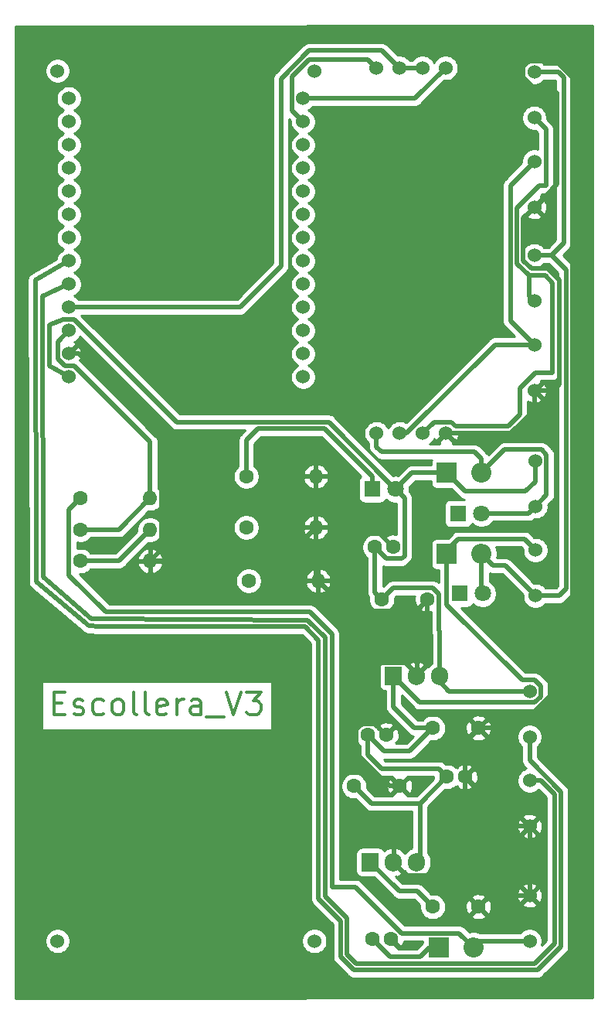
<source format=gbl>
%TF.GenerationSoftware,KiCad,Pcbnew,(5.1.10)-1*%
%TF.CreationDate,2022-11-04T13:07:14-05:00*%
%TF.ProjectId,EscolleraV3,4573636f-6c6c-4657-9261-56332e6b6963,rev?*%
%TF.SameCoordinates,Original*%
%TF.FileFunction,Copper,L2,Bot*%
%TF.FilePolarity,Positive*%
%FSLAX46Y46*%
G04 Gerber Fmt 4.6, Leading zero omitted, Abs format (unit mm)*
G04 Created by KiCad (PCBNEW (5.1.10)-1) date 2022-11-04 13:07:14*
%MOMM*%
%LPD*%
G01*
G04 APERTURE LIST*
%TA.AperFunction,NonConductor*%
%ADD10C,0.300000*%
%TD*%
%TA.AperFunction,WasherPad*%
%ADD11C,1.524000*%
%TD*%
%TA.AperFunction,ComponentPad*%
%ADD12C,1.524000*%
%TD*%
%TA.AperFunction,ComponentPad*%
%ADD13C,1.600000*%
%TD*%
%TA.AperFunction,ComponentPad*%
%ADD14C,1.800000*%
%TD*%
%TA.AperFunction,ComponentPad*%
%ADD15R,1.800000X1.800000*%
%TD*%
%TA.AperFunction,ComponentPad*%
%ADD16O,1.600000X1.600000*%
%TD*%
%TA.AperFunction,ComponentPad*%
%ADD17R,1.905000X2.000000*%
%TD*%
%TA.AperFunction,ComponentPad*%
%ADD18O,1.905000X2.000000*%
%TD*%
%TA.AperFunction,ComponentPad*%
%ADD19R,2.200000X2.200000*%
%TD*%
%TA.AperFunction,ComponentPad*%
%ADD20O,2.200000X2.200000*%
%TD*%
%TA.AperFunction,ViaPad*%
%ADD21C,3.000000*%
%TD*%
%TA.AperFunction,Conductor*%
%ADD22C,0.500000*%
%TD*%
%TA.AperFunction,Conductor*%
%ADD23C,0.254000*%
%TD*%
%TA.AperFunction,Conductor*%
%ADD24C,0.100000*%
%TD*%
G04 APERTURE END LIST*
D10*
X117401000Y-114819928D02*
X118234333Y-114819928D01*
X118591476Y-116129452D02*
X117401000Y-116129452D01*
X117401000Y-113629452D01*
X118591476Y-113629452D01*
X119543857Y-116010404D02*
X119781952Y-116129452D01*
X120258142Y-116129452D01*
X120496238Y-116010404D01*
X120615285Y-115772309D01*
X120615285Y-115653261D01*
X120496238Y-115415166D01*
X120258142Y-115296119D01*
X119901000Y-115296119D01*
X119662904Y-115177071D01*
X119543857Y-114938976D01*
X119543857Y-114819928D01*
X119662904Y-114581833D01*
X119901000Y-114462785D01*
X120258142Y-114462785D01*
X120496238Y-114581833D01*
X122758142Y-116010404D02*
X122520047Y-116129452D01*
X122043857Y-116129452D01*
X121805761Y-116010404D01*
X121686714Y-115891357D01*
X121567666Y-115653261D01*
X121567666Y-114938976D01*
X121686714Y-114700880D01*
X121805761Y-114581833D01*
X122043857Y-114462785D01*
X122520047Y-114462785D01*
X122758142Y-114581833D01*
X124186714Y-116129452D02*
X123948619Y-116010404D01*
X123829571Y-115891357D01*
X123710523Y-115653261D01*
X123710523Y-114938976D01*
X123829571Y-114700880D01*
X123948619Y-114581833D01*
X124186714Y-114462785D01*
X124543857Y-114462785D01*
X124781952Y-114581833D01*
X124901000Y-114700880D01*
X125020047Y-114938976D01*
X125020047Y-115653261D01*
X124901000Y-115891357D01*
X124781952Y-116010404D01*
X124543857Y-116129452D01*
X124186714Y-116129452D01*
X126448619Y-116129452D02*
X126210523Y-116010404D01*
X126091476Y-115772309D01*
X126091476Y-113629452D01*
X127758142Y-116129452D02*
X127520047Y-116010404D01*
X127401000Y-115772309D01*
X127401000Y-113629452D01*
X129662904Y-116010404D02*
X129424809Y-116129452D01*
X128948619Y-116129452D01*
X128710523Y-116010404D01*
X128591476Y-115772309D01*
X128591476Y-114819928D01*
X128710523Y-114581833D01*
X128948619Y-114462785D01*
X129424809Y-114462785D01*
X129662904Y-114581833D01*
X129781952Y-114819928D01*
X129781952Y-115058023D01*
X128591476Y-115296119D01*
X130853380Y-116129452D02*
X130853380Y-114462785D01*
X130853380Y-114938976D02*
X130972428Y-114700880D01*
X131091476Y-114581833D01*
X131329571Y-114462785D01*
X131567666Y-114462785D01*
X133472428Y-116129452D02*
X133472428Y-114819928D01*
X133353380Y-114581833D01*
X133115285Y-114462785D01*
X132639095Y-114462785D01*
X132401000Y-114581833D01*
X133472428Y-116010404D02*
X133234333Y-116129452D01*
X132639095Y-116129452D01*
X132401000Y-116010404D01*
X132281952Y-115772309D01*
X132281952Y-115534214D01*
X132401000Y-115296119D01*
X132639095Y-115177071D01*
X133234333Y-115177071D01*
X133472428Y-115058023D01*
X134067666Y-116367547D02*
X135972428Y-116367547D01*
X136210523Y-113629452D02*
X137043857Y-116129452D01*
X137877190Y-113629452D01*
X138472428Y-113629452D02*
X140020047Y-113629452D01*
X139186714Y-114581833D01*
X139543857Y-114581833D01*
X139781952Y-114700880D01*
X139901000Y-114819928D01*
X140020047Y-115058023D01*
X140020047Y-115653261D01*
X139901000Y-115891357D01*
X139781952Y-116010404D01*
X139543857Y-116129452D01*
X138829571Y-116129452D01*
X138591476Y-116010404D01*
X138472428Y-115891357D01*
D11*
%TO.P,U3,*%
%TO.N,*%
X117739961Y-140912821D03*
X145899961Y-140912821D03*
X145899961Y-45642821D03*
X117739961Y-45642821D03*
D12*
%TO.P,U3,36*%
%TO.N,Net-(U3-Pad36)*%
X118979961Y-48672821D03*
%TO.P,U3,39*%
%TO.N,Net-(U3-Pad39)*%
X118979961Y-51212821D03*
%TO.P,U3,RST*%
%TO.N,Net-(U3-PadRST)*%
X118979961Y-53752821D03*
%TO.P,U3,15*%
%TO.N,Net-(U3-Pad15)*%
X118979961Y-56292821D03*
%TO.P,U3,35*%
%TO.N,Net-(U3-Pad35)*%
X118979961Y-58832821D03*
%TO.P,U3,32*%
%TO.N,Net-(U3-Pad32)*%
X118979961Y-61372821D03*
%TO.P,U3,33*%
%TO.N,Net-(U3-Pad33)*%
X118979961Y-63912821D03*
%TO.P,U3,25*%
%TO.N,/IN2*%
X118979961Y-66452821D03*
%TO.P,U3,14*%
%TO.N,/IN1*%
X118979961Y-68992821D03*
%TO.P,U3,13*%
%TO.N,Net-(U3-Pad13)*%
X118979961Y-71532821D03*
%TO.P,U3,2*%
%TO.N,Net-(R1-Pad2)*%
X118979961Y-74072821D03*
%TO.P,U3,GND1*%
%TO.N,GND*%
X118979961Y-76612821D03*
%TO.P,U3,5V*%
%TO.N,/5V_f*%
X118979961Y-79152821D03*
%TO.P,U3,LoRa1*%
%TO.N,Net-(U3-PadLoRa1)*%
X144659961Y-79152821D03*
%TO.P,U3,LoRa2*%
%TO.N,Net-(U3-PadLoRa2)*%
X144659961Y-76612821D03*
%TO.P,U3,22*%
%TO.N,Net-(U3-Pad22)*%
X144659961Y-68992821D03*
%TO.P,U3,GND3*%
%TO.N,Net-(U3-PadGND3)*%
X144659961Y-66452821D03*
%TO.P,U3,3*%
%TO.N,Net-(U3-Pad3)*%
X144659961Y-51212821D03*
%TO.P,U3,1*%
%TO.N,Net-(U3-Pad1)*%
X144659961Y-48672821D03*
%TO.P,U3,3V3*%
%TO.N,Net-(U3-Pad3V3)*%
X144659961Y-63912821D03*
%TO.P,U3,4*%
%TO.N,Net-(U3-Pad4)*%
X144659961Y-56292821D03*
%TO.P,U3,GND2*%
%TO.N,Net-(U3-PadGND2)*%
X144659961Y-61372821D03*
%TO.P,U3,0*%
%TO.N,Net-(U3-Pad0)*%
X144659961Y-58832821D03*
%TO.P,U3,23*%
%TO.N,Net-(U3-Pad23)*%
X144659961Y-53752821D03*
%TO.P,U3,21*%
%TO.N,Net-(U3-Pad21)*%
X144659961Y-71532821D03*
%TO.P,U3,3.3V*%
%TO.N,Net-(U3-Pad3.3V)*%
X144659961Y-74072821D03*
%TD*%
%TO.P,J8,2*%
%TO.N,/9V_s*%
X170116000Y-103108000D03*
%TO.P,J8,1*%
%TO.N,/9V_f*%
X170116000Y-98108000D03*
%TD*%
D13*
%TO.P,C1,2*%
%TO.N,GND*%
X163877000Y-117602000D03*
%TO.P,C1,1*%
%TO.N,/9V_f*%
X158877000Y-117602000D03*
%TD*%
%TO.P,C2,2*%
%TO.N,GND*%
X163877000Y-137160000D03*
%TO.P,C2,1*%
%TO.N,Net-(C2-Pad1)*%
X158877000Y-137160000D03*
%TD*%
%TO.P,C3,1*%
%TO.N,/9V_f*%
X150241000Y-123952000D03*
%TO.P,C3,2*%
%TO.N,GND*%
X155241000Y-123952000D03*
%TD*%
%TO.P,C4,1*%
%TO.N,/5V_f*%
X153289000Y-103505000D03*
%TO.P,C4,2*%
%TO.N,GND*%
X158289000Y-103505000D03*
%TD*%
%TO.P,C5,2*%
%TO.N,GND*%
X154273000Y-140716000D03*
%TO.P,C5,1*%
%TO.N,Net-(C2-Pad1)*%
X152273000Y-140716000D03*
%TD*%
%TO.P,C6,2*%
%TO.N,GND*%
X153765000Y-118364000D03*
%TO.P,C6,1*%
%TO.N,/9V_f*%
X151765000Y-118364000D03*
%TD*%
%TO.P,C7,1*%
%TO.N,/9V_f*%
X160401000Y-122936000D03*
%TO.P,C7,2*%
%TO.N,GND*%
X162401000Y-122936000D03*
%TD*%
%TO.P,C8,1*%
%TO.N,/5V_f*%
X152527000Y-97790000D03*
%TO.P,C8,2*%
%TO.N,GND*%
X154527000Y-97790000D03*
%TD*%
D14*
%TO.P,D2,2*%
%TO.N,/5V_f*%
X154813000Y-91440000D03*
D15*
%TO.P,D2,1*%
%TO.N,Net-(D2-Pad1)*%
X152273000Y-91440000D03*
%TD*%
%TO.P,D4,1*%
%TO.N,Net-(D4-Pad1)*%
X161798000Y-102870000D03*
D14*
%TO.P,D4,2*%
%TO.N,/9V_s*%
X164338000Y-102870000D03*
%TD*%
D15*
%TO.P,D6,1*%
%TO.N,Net-(D6-Pad1)*%
X161671000Y-94107000D03*
D14*
%TO.P,D6,2*%
%TO.N,/5V_m*%
X164211000Y-94107000D03*
%TD*%
D12*
%TO.P,J1,1*%
%TO.N,Net-(D1-Pad2)*%
X169482000Y-140906000D03*
%TO.P,J1,2*%
%TO.N,GND*%
X169482000Y-135906000D03*
%TD*%
%TO.P,J2,2*%
%TO.N,/A*%
X169989000Y-50784000D03*
%TO.P,J2,1*%
%TO.N,/9V_s*%
X169989000Y-45784000D03*
%TD*%
%TO.P,J3,1*%
%TO.N,/B*%
X169989000Y-55563000D03*
%TO.P,J3,2*%
%TO.N,GND*%
X169989000Y-60563000D03*
%TD*%
%TO.P,J4,2*%
%TO.N,/A*%
X169989000Y-70850000D03*
%TO.P,J4,1*%
%TO.N,/9V_s*%
X169989000Y-65850000D03*
%TD*%
%TO.P,J5,1*%
%TO.N,/B*%
X169989000Y-75629000D03*
%TO.P,J5,2*%
%TO.N,GND*%
X169989000Y-80629000D03*
%TD*%
%TO.P,J6,2*%
%TO.N,/IN1*%
X169482000Y-123333000D03*
%TO.P,J6,1*%
%TO.N,GND*%
X169482000Y-128333000D03*
%TD*%
%TO.P,J7,1*%
%TO.N,/IN2*%
X169482000Y-118554000D03*
%TO.P,J7,2*%
%TO.N,/5V_f*%
X169482000Y-113554000D03*
%TD*%
%TO.P,J9,1*%
%TO.N,/5V_f*%
X170116000Y-88329000D03*
%TO.P,J9,2*%
%TO.N,/5V_m*%
X170116000Y-93329000D03*
%TD*%
D13*
%TO.P,R1,1*%
%TO.N,Net-(D1-Pad2)*%
X120269000Y-92456000D03*
D16*
%TO.P,R1,2*%
%TO.N,Net-(R1-Pad2)*%
X127889000Y-92456000D03*
%TD*%
%TO.P,R2,2*%
%TO.N,Net-(R2-Pad2)*%
X127889000Y-95885000D03*
D13*
%TO.P,R2,1*%
%TO.N,Net-(R1-Pad2)*%
X120269000Y-95885000D03*
%TD*%
%TO.P,R3,1*%
%TO.N,Net-(R2-Pad2)*%
X120269000Y-99314000D03*
D16*
%TO.P,R3,2*%
%TO.N,GND*%
X127889000Y-99314000D03*
%TD*%
%TO.P,R4,2*%
%TO.N,GND*%
X146050000Y-90043000D03*
D13*
%TO.P,R4,1*%
%TO.N,Net-(D2-Pad1)*%
X138430000Y-90043000D03*
%TD*%
D16*
%TO.P,R5,2*%
%TO.N,GND*%
X146304000Y-101473000D03*
D13*
%TO.P,R5,1*%
%TO.N,Net-(D4-Pad1)*%
X138684000Y-101473000D03*
%TD*%
%TO.P,R6,1*%
%TO.N,Net-(D6-Pad1)*%
X138430000Y-95631000D03*
D16*
%TO.P,R6,2*%
%TO.N,GND*%
X146050000Y-95631000D03*
%TD*%
D17*
%TO.P,U1,1*%
%TO.N,Net-(C2-Pad1)*%
X152019000Y-132270500D03*
D18*
%TO.P,U1,2*%
%TO.N,GND*%
X154559000Y-132270500D03*
%TO.P,U1,3*%
%TO.N,/9V_f*%
X157099000Y-132270500D03*
%TD*%
%TO.P,U2,3*%
%TO.N,/5V_f*%
X159639000Y-111887000D03*
%TO.P,U2,2*%
%TO.N,GND*%
X157099000Y-111887000D03*
D17*
%TO.P,U2,1*%
%TO.N,/9V_f*%
X154559000Y-111887000D03*
%TD*%
D12*
%TO.P,U4,8*%
%TO.N,/5V_m*%
X152704800Y-85318600D03*
%TO.P,U4,6*%
%TO.N,/A*%
X157784800Y-85318600D03*
%TO.P,U4,4*%
%TO.N,Net-(U3-Pad1)*%
X160274000Y-45339000D03*
%TO.P,U4,2*%
%TO.N,Net-(U3-Pad13)*%
X155194000Y-45339000D03*
%TO.P,U4,1*%
%TO.N,Net-(U3-Pad3)*%
X152681000Y-45339000D03*
%TO.P,U4,3*%
%TO.N,Net-(U3-Pad13)*%
X157734000Y-45339000D03*
%TO.P,U4,5*%
%TO.N,GND*%
X160324800Y-85318600D03*
%TO.P,U4,7*%
%TO.N,/B*%
X155244800Y-85325800D03*
%TD*%
D19*
%TO.P,D1,1*%
%TO.N,Net-(C2-Pad1)*%
X159512000Y-141605000D03*
D20*
%TO.P,D1,2*%
%TO.N,Net-(D1-Pad2)*%
X163322000Y-141605000D03*
%TD*%
%TO.P,D3,2*%
%TO.N,/9V_s*%
X164211000Y-98552000D03*
D19*
%TO.P,D3,1*%
%TO.N,/9V_f*%
X160401000Y-98552000D03*
%TD*%
%TO.P,D5,1*%
%TO.N,/5V_f*%
X160401000Y-89662000D03*
D20*
%TO.P,D5,2*%
%TO.N,/5V_m*%
X164211000Y-89662000D03*
%TD*%
D21*
%TO.N,GND*%
X161798000Y-49657000D03*
X130048000Y-128016000D03*
X161798000Y-128016000D03*
X130048000Y-49657000D03*
%TD*%
D22*
%TO.N,GND*%
X129139001Y-98063999D02*
X127889000Y-99314000D01*
X129139001Y-85694231D02*
X129139001Y-98063999D01*
X120057591Y-76612821D02*
X129139001Y-85694231D01*
X118979961Y-76612821D02*
X120057591Y-76612821D01*
X142367000Y-99314000D02*
X145555018Y-96125982D01*
X127889000Y-99314000D02*
X142367000Y-99314000D01*
X168776999Y-66431761D02*
X169655238Y-67310000D01*
X168776999Y-61775001D02*
X168776999Y-66431761D01*
X169989000Y-60563000D02*
X168776999Y-61775001D01*
X169655238Y-67310000D02*
X171450000Y-67310000D01*
X171450000Y-67310000D02*
X172720000Y-68580000D01*
X172720000Y-68580000D02*
X172720000Y-80010000D01*
X172101000Y-80629000D02*
X169989000Y-80629000D01*
X172720000Y-80010000D02*
X172101000Y-80629000D01*
X169989000Y-80629000D02*
X169989000Y-82741000D01*
X167411400Y-85318600D02*
X160324800Y-85318600D01*
X169989000Y-82741000D02*
X167411400Y-85318600D01*
X169482000Y-128333000D02*
X169482000Y-135906000D01*
X165131000Y-135906000D02*
X163877000Y-137160000D01*
X169482000Y-135906000D02*
X165131000Y-135906000D01*
X162401000Y-122936000D02*
X162401000Y-124301000D01*
X166433000Y-128333000D02*
X169482000Y-128333000D01*
X162401000Y-124301000D02*
X166433000Y-128333000D01*
X162401000Y-119078000D02*
X163877000Y-117602000D01*
X162401000Y-122936000D02*
X162401000Y-119078000D01*
X174182010Y-111637715D02*
X168217725Y-117602000D01*
X174182010Y-46319047D02*
X174182010Y-111637715D01*
X172434962Y-44571999D02*
X174182010Y-46319047D01*
X169407239Y-44571999D02*
X172434962Y-44571999D01*
X168776999Y-46365761D02*
X168776999Y-45202239D01*
X170479228Y-48067990D02*
X168776999Y-46365761D01*
X168217725Y-117602000D02*
X163877000Y-117602000D01*
X172527990Y-48067990D02*
X170479228Y-48067990D01*
X172527990Y-58024010D02*
X172527990Y-48067990D01*
X168776999Y-45202239D02*
X169407239Y-44571999D01*
X169989000Y-60563000D02*
X172527990Y-58024010D01*
X152368000Y-95631000D02*
X146050000Y-95631000D01*
X154527000Y-97790000D02*
X152368000Y-95631000D01*
X146050000Y-101219000D02*
X146304000Y-101473000D01*
X146050000Y-95631000D02*
X146050000Y-101219000D01*
X146050000Y-90043000D02*
X146050000Y-95631000D01*
X154109630Y-123952000D02*
X155241000Y-123952000D01*
X150514999Y-120357369D02*
X154109630Y-123952000D01*
X150514999Y-117763999D02*
X150514999Y-120357369D01*
X151164999Y-117113999D02*
X150514999Y-117763999D01*
X152514999Y-117113999D02*
X151164999Y-117113999D01*
X153765000Y-118364000D02*
X152514999Y-117113999D01*
X152965001Y-117564001D02*
X153765000Y-118364000D01*
X152965001Y-110718497D02*
X152965001Y-117564001D01*
X153246499Y-110436999D02*
X152965001Y-110718497D01*
X155871501Y-110436999D02*
X153246499Y-110436999D01*
X157099000Y-111664498D02*
X155871501Y-110436999D01*
X157099000Y-111887000D02*
X157099000Y-111664498D01*
X158289000Y-110697000D02*
X157099000Y-111887000D01*
X158289000Y-103505000D02*
X158289000Y-110697000D01*
X149586001Y-104755001D02*
X146304000Y-101473000D01*
X157038999Y-104755001D02*
X149586001Y-104755001D01*
X158289000Y-103505000D02*
X157038999Y-104755001D01*
X160437510Y-133720510D02*
X163877000Y-137160000D01*
X156009010Y-133720510D02*
X160437510Y-133720510D01*
X154559000Y-132270500D02*
X156009010Y-133720510D01*
%TO.N,Net-(C2-Pad1)*%
X159512000Y-141605000D02*
X158496000Y-141605000D01*
X158496000Y-141605000D02*
X157480000Y-142621000D01*
X154178000Y-142621000D02*
X152273000Y-140716000D01*
X157480000Y-142621000D02*
X154178000Y-142621000D01*
X152019000Y-132270500D02*
X155194000Y-135445500D01*
X157162500Y-135445500D02*
X158877000Y-137160000D01*
X155194000Y-135445500D02*
X157162500Y-135445500D01*
%TO.N,Net-(U3-Pad1)*%
X156940179Y-48672821D02*
X144659961Y-48672821D01*
X160274000Y-45339000D02*
X156940179Y-48672821D01*
%TO.N,Net-(D1-Pad2)*%
X164021000Y-140906000D02*
X163322000Y-141605000D01*
X169482000Y-140906000D02*
X164021000Y-140906000D01*
X119018999Y-93706001D02*
X119018999Y-100857999D01*
X120269000Y-92456000D02*
X119018999Y-93706001D01*
X119018999Y-100857999D02*
X123063000Y-104902000D01*
X123063000Y-104902000D02*
X145415000Y-104902000D01*
X145415000Y-104902000D02*
X147828000Y-107315000D01*
X147828000Y-107315000D02*
X147828000Y-135001000D01*
X161771999Y-140054999D02*
X163322000Y-141605000D01*
X155462001Y-140054999D02*
X161771999Y-140054999D01*
X150408002Y-135001000D02*
X155462001Y-140054999D01*
X147828000Y-135001000D02*
X150408002Y-135001000D01*
%TO.N,Net-(D2-Pad1)*%
X152273000Y-91440000D02*
X152273000Y-90043000D01*
X152273000Y-90043000D02*
X147039108Y-84809108D01*
X147039108Y-84809108D02*
X139726892Y-84809108D01*
X138430000Y-86106000D02*
X138430000Y-90043000D01*
X139726892Y-84809108D02*
X138430000Y-86106000D01*
%TO.N,Net-(U3-Pad3)*%
X145318200Y-44430820D02*
X143447960Y-46301060D01*
X143447960Y-50000820D02*
X144659961Y-51212821D01*
X151772820Y-44430820D02*
X145318200Y-44430820D01*
X143447960Y-46301060D02*
X143447960Y-50000820D01*
X152681000Y-45339000D02*
X151772820Y-44430820D01*
%TO.N,/A*%
X169989000Y-50784000D02*
X171275000Y-52070000D01*
X171275000Y-52070000D02*
X171275000Y-58245000D01*
X168076989Y-66721714D02*
X169427275Y-68072000D01*
X170513238Y-58245000D02*
X168076989Y-60681249D01*
X168076989Y-60681249D02*
X168076989Y-66721714D01*
X171275000Y-58245000D02*
X170513238Y-58245000D01*
X171196000Y-68072000D02*
X172019990Y-68895990D01*
X169427275Y-68072000D02*
X171196000Y-68072000D01*
X172019990Y-68895990D02*
X172019990Y-78678010D01*
X170146228Y-78678010D02*
X168402000Y-80422238D01*
X172019990Y-78678010D02*
X170146228Y-78678010D01*
X168402000Y-80422238D02*
X168402000Y-83312000D01*
X168402000Y-83312000D02*
X167132000Y-84582000D01*
X158996801Y-84106599D02*
X157784800Y-85318600D01*
X160906561Y-84106599D02*
X158996801Y-84106599D01*
X161381962Y-84582000D02*
X160906561Y-84106599D01*
X167132000Y-84582000D02*
X161381962Y-84582000D01*
X169427275Y-70288275D02*
X169989000Y-70850000D01*
X169427275Y-68072000D02*
X169427275Y-70288275D01*
%TO.N,/B*%
X167376979Y-73016979D02*
X169989000Y-75629000D01*
X167376979Y-58175021D02*
X167376979Y-73016979D01*
X169989000Y-55563000D02*
X167376979Y-58175021D01*
X155983838Y-85325800D02*
X155244800Y-85325800D01*
X165680638Y-75629000D02*
X155983838Y-85325800D01*
X169989000Y-75629000D02*
X165680638Y-75629000D01*
%TO.N,Net-(U3-Pad13)*%
X155194000Y-45339000D02*
X157734000Y-45339000D01*
X118979961Y-71532821D02*
X137763179Y-71532821D01*
X137763179Y-71532821D02*
X142240000Y-67056000D01*
X142240000Y-46519058D02*
X145325058Y-43434000D01*
X142240000Y-67056000D02*
X142240000Y-46519058D01*
X153289000Y-43434000D02*
X155194000Y-45339000D01*
X145325058Y-43434000D02*
X153289000Y-43434000D01*
%TO.N,Net-(R1-Pad2)*%
X124460000Y-95885000D02*
X127889000Y-92456000D01*
X120269000Y-95885000D02*
X124460000Y-95885000D01*
X127889000Y-86268098D02*
X127889000Y-92456000D01*
X119561722Y-77940820D02*
X127889000Y-86268098D01*
X118514198Y-77940820D02*
X119561722Y-77940820D01*
X117767960Y-77194582D02*
X118514198Y-77940820D01*
X117767960Y-75284822D02*
X117767960Y-77194582D01*
X118979961Y-74072821D02*
X117767960Y-75284822D01*
%TO.N,/IN1*%
X170704000Y-123333000D02*
X169482000Y-123333000D01*
X118979961Y-68992821D02*
X116078000Y-70358000D01*
X170053000Y-143383000D02*
X172212000Y-141224000D01*
X116205000Y-101092000D02*
X121412000Y-105600500D01*
X121412000Y-105600500D02*
X145161000Y-105791000D01*
X145161000Y-105791000D02*
X147066000Y-107696000D01*
X172212000Y-124841000D02*
X170704000Y-123333000D01*
X147066000Y-107696000D02*
X147066000Y-136017000D01*
X147066000Y-136017000D02*
X149479000Y-138430000D01*
X149479000Y-138430000D02*
X149479000Y-142367000D01*
X116078000Y-70358000D02*
X116205000Y-101092000D01*
X149479000Y-142367000D02*
X150495000Y-143383000D01*
X172212000Y-141224000D02*
X172212000Y-124841000D01*
X150495000Y-143383000D02*
X170053000Y-143383000D01*
%TO.N,/IN2*%
X172912010Y-124551047D02*
X169482000Y-121121037D01*
X115316000Y-68580000D02*
X115443000Y-101600000D01*
X146365990Y-136306953D02*
X148778990Y-138719952D01*
X115443000Y-101600000D02*
X121158000Y-106426000D01*
X121158000Y-106426000D02*
X122392047Y-106491010D01*
X144871048Y-106491010D02*
X146365990Y-107985952D01*
X118979961Y-66452821D02*
X115316000Y-68580000D01*
X150205047Y-144083010D02*
X170342953Y-144083010D01*
X122392047Y-106491010D02*
X144871048Y-106491010D01*
X169482000Y-121121037D02*
X169482000Y-118554000D01*
X148778990Y-142656953D02*
X150205047Y-144083010D01*
X146365990Y-107985952D02*
X146365990Y-136306953D01*
X148778990Y-138719952D02*
X148778990Y-142656953D01*
X170342953Y-144083010D02*
X172912010Y-141513953D01*
X172912010Y-141513953D02*
X172912010Y-124551047D01*
%TO.N,Net-(R2-Pad2)*%
X124460000Y-99314000D02*
X127889000Y-95885000D01*
X120269000Y-99314000D02*
X124460000Y-99314000D01*
%TO.N,/9V_f*%
X150241000Y-123952000D02*
X152146000Y-125857000D01*
X152146000Y-125857000D02*
X157480000Y-125857000D01*
X157480000Y-125857000D02*
X160401000Y-122936000D01*
X160401000Y-122936000D02*
X159512000Y-122047000D01*
X159512000Y-122047000D02*
X153289000Y-122047000D01*
X151765000Y-120523000D02*
X151765000Y-118364000D01*
X153289000Y-122047000D02*
X151765000Y-120523000D01*
X151765000Y-118364000D02*
X153543000Y-120142000D01*
X156337000Y-120142000D02*
X158877000Y-117602000D01*
X153543000Y-120142000D02*
X156337000Y-120142000D01*
X158877000Y-117602000D02*
X156845000Y-117602000D01*
X154559000Y-115316000D02*
X154559000Y-111887000D01*
X156845000Y-117602000D02*
X154559000Y-115316000D01*
X160401000Y-98552000D02*
X160782000Y-98552000D01*
X157438001Y-114766001D02*
X154559000Y-111887000D01*
X170694001Y-112972239D02*
X170694001Y-114135761D01*
X170063761Y-112341999D02*
X170694001Y-112972239D01*
X170063761Y-114766001D02*
X157438001Y-114766001D01*
X168659997Y-112341999D02*
X170063761Y-112341999D01*
X160401000Y-104083002D02*
X168659997Y-112341999D01*
X170694001Y-114135761D02*
X170063761Y-114766001D01*
X160401000Y-98552000D02*
X160401000Y-104083002D01*
X160401000Y-98552000D02*
X160401000Y-98171000D01*
X160401000Y-98171000D02*
X161671000Y-96901000D01*
X168909000Y-96901000D02*
X170116000Y-98108000D01*
X161671000Y-96901000D02*
X168909000Y-96901000D01*
X157480000Y-131889500D02*
X157099000Y-132270500D01*
X157480000Y-125857000D02*
X157480000Y-131889500D01*
%TO.N,/5V_m*%
X152704800Y-85318600D02*
X152704800Y-86791800D01*
X152704800Y-86791800D02*
X153289000Y-87376000D01*
X153289000Y-87376000D02*
X163449000Y-87376000D01*
X164211000Y-88138000D02*
X164211000Y-89662000D01*
X163449000Y-87376000D02*
X164211000Y-88138000D01*
X171328001Y-92116999D02*
X170116000Y-93329000D01*
X171328001Y-87635001D02*
X171328001Y-92116999D01*
X170809999Y-87116999D02*
X171328001Y-87635001D01*
X166756001Y-87116999D02*
X170809999Y-87116999D01*
X164211000Y-89662000D02*
X166756001Y-87116999D01*
X169338000Y-94107000D02*
X170116000Y-93329000D01*
X164211000Y-94107000D02*
X169338000Y-94107000D01*
%TO.N,/9V_s*%
X164211000Y-98552000D02*
X165481000Y-99822000D01*
X166830000Y-99822000D02*
X170116000Y-103108000D01*
X165481000Y-99822000D02*
X166830000Y-99822000D01*
X164211000Y-102743000D02*
X164338000Y-102870000D01*
X164211000Y-98552000D02*
X164211000Y-102743000D01*
X169989000Y-65850000D02*
X171894000Y-65850000D01*
X171894000Y-65850000D02*
X173228000Y-64516000D01*
X173228000Y-64516000D02*
X173228000Y-46355000D01*
X173228000Y-46355000D02*
X172657000Y-45784000D01*
X169989000Y-45784000D02*
X172657000Y-45784000D01*
X171894000Y-65850000D02*
X171895000Y-65850000D01*
X171895000Y-65850000D02*
X173482000Y-67437000D01*
X173482000Y-67437000D02*
X173482000Y-102362000D01*
X172736000Y-103108000D02*
X170116000Y-103108000D01*
X173482000Y-102362000D02*
X172736000Y-103108000D01*
%TO.N,/5V_f*%
X159639000Y-111887000D02*
X159639000Y-112522000D01*
X160671000Y-113554000D02*
X169482000Y-113554000D01*
X159639000Y-112522000D02*
X160671000Y-113554000D01*
X160401000Y-89662000D02*
X160401000Y-90424000D01*
X170116000Y-88329000D02*
X170116000Y-90615000D01*
X170116000Y-90615000D02*
X169037000Y-91694000D01*
X162433000Y-91694000D02*
X160401000Y-89662000D01*
X169037000Y-91694000D02*
X162433000Y-91694000D01*
X116840000Y-77940820D02*
X118979961Y-79152821D01*
X118398200Y-72860820D02*
X116840000Y-73491060D01*
X119561722Y-72860820D02*
X118398200Y-72860820D01*
X130810000Y-84109098D02*
X119561722Y-72860820D01*
X116840000Y-73491060D02*
X116840000Y-77940820D01*
X147482097Y-84109098D02*
X130810000Y-84109098D01*
X154318018Y-90945019D02*
X147482097Y-84109098D01*
X160401000Y-89662000D02*
X159766000Y-89662000D01*
X152527000Y-102743000D02*
X153289000Y-103505000D01*
X152527000Y-97790000D02*
X152527000Y-102743000D01*
X153777001Y-99040001D02*
X155467999Y-99040001D01*
X152527000Y-97790000D02*
X153777001Y-99040001D01*
X155777001Y-92404001D02*
X154813000Y-91440000D01*
X155777001Y-98730999D02*
X155777001Y-92404001D01*
X155467999Y-99040001D02*
X155777001Y-98730999D01*
X156591000Y-89662000D02*
X154813000Y-91440000D01*
X160401000Y-89662000D02*
X156591000Y-89662000D01*
X159539001Y-102904999D02*
X159539001Y-106906999D01*
X158889001Y-102254999D02*
X159539001Y-102904999D01*
X154539001Y-102254999D02*
X158889001Y-102254999D01*
X153289000Y-103505000D02*
X154539001Y-102254999D01*
X159639000Y-107006998D02*
X159639000Y-111887000D01*
X159539001Y-106906999D02*
X159639000Y-107006998D01*
%TD*%
D23*
%TO.N,GND*%
X176403000Y-147129627D02*
X113157000Y-147192873D01*
X113157000Y-140775229D01*
X116342961Y-140775229D01*
X116342961Y-141050413D01*
X116396647Y-141320311D01*
X116501956Y-141574548D01*
X116654841Y-141803356D01*
X116849426Y-141997941D01*
X117078234Y-142150826D01*
X117332471Y-142256135D01*
X117602369Y-142309821D01*
X117877553Y-142309821D01*
X118147451Y-142256135D01*
X118401688Y-142150826D01*
X118630496Y-141997941D01*
X118825081Y-141803356D01*
X118977966Y-141574548D01*
X119083275Y-141320311D01*
X119136961Y-141050413D01*
X119136961Y-140775229D01*
X144502961Y-140775229D01*
X144502961Y-141050413D01*
X144556647Y-141320311D01*
X144661956Y-141574548D01*
X144814841Y-141803356D01*
X145009426Y-141997941D01*
X145238234Y-142150826D01*
X145492471Y-142256135D01*
X145762369Y-142309821D01*
X146037553Y-142309821D01*
X146307451Y-142256135D01*
X146561688Y-142150826D01*
X146790496Y-141997941D01*
X146985081Y-141803356D01*
X147137966Y-141574548D01*
X147243275Y-141320311D01*
X147296961Y-141050413D01*
X147296961Y-140775229D01*
X147243275Y-140505331D01*
X147137966Y-140251094D01*
X146985081Y-140022286D01*
X146790496Y-139827701D01*
X146561688Y-139674816D01*
X146307451Y-139569507D01*
X146037553Y-139515821D01*
X145762369Y-139515821D01*
X145492471Y-139569507D01*
X145238234Y-139674816D01*
X145009426Y-139827701D01*
X144814841Y-140022286D01*
X144661956Y-140251094D01*
X144556647Y-140505331D01*
X144502961Y-140775229D01*
X119136961Y-140775229D01*
X119083275Y-140505331D01*
X118977966Y-140251094D01*
X118825081Y-140022286D01*
X118630496Y-139827701D01*
X118401688Y-139674816D01*
X118147451Y-139569507D01*
X117877553Y-139515821D01*
X117602369Y-139515821D01*
X117332471Y-139569507D01*
X117078234Y-139674816D01*
X116849426Y-139827701D01*
X116654841Y-140022286D01*
X116501956Y-140251094D01*
X116396647Y-140505331D01*
X116342961Y-140775229D01*
X113157000Y-140775229D01*
X113157000Y-112488500D01*
X116020762Y-112488500D01*
X116020762Y-117808500D01*
X141281238Y-117808500D01*
X141281238Y-112488500D01*
X116020762Y-112488500D01*
X113157000Y-112488500D01*
X113157000Y-68523977D01*
X114428485Y-68523977D01*
X114431060Y-68597246D01*
X114557976Y-101595526D01*
X114556865Y-101674734D01*
X114566221Y-101725484D01*
X114571479Y-101776843D01*
X114581990Y-101811019D01*
X114588471Y-101846174D01*
X114607552Y-101894131D01*
X114622726Y-101943470D01*
X114639702Y-101974939D01*
X114652918Y-102008155D01*
X114680987Y-102051468D01*
X114705495Y-102096898D01*
X114728279Y-102124444D01*
X114747725Y-102154450D01*
X114783715Y-102191464D01*
X114816607Y-102231230D01*
X114878057Y-102281267D01*
X120573984Y-107091162D01*
X120625727Y-107138395D01*
X120677749Y-107169827D01*
X120727828Y-107204315D01*
X120752218Y-107214821D01*
X120774937Y-107228548D01*
X120832098Y-107249229D01*
X120887936Y-107273282D01*
X120913900Y-107278827D01*
X120938867Y-107287860D01*
X120998972Y-107296994D01*
X121058422Y-107309689D01*
X121128489Y-107310672D01*
X122325346Y-107373723D01*
X122348570Y-107376010D01*
X122368766Y-107376010D01*
X122388906Y-107377071D01*
X122412189Y-107376010D01*
X144504470Y-107376010D01*
X145480990Y-108352531D01*
X145480991Y-136263474D01*
X145476709Y-136306953D01*
X145493796Y-136480443D01*
X145544402Y-136647266D01*
X145626580Y-136801012D01*
X145709458Y-136901999D01*
X145709461Y-136902002D01*
X145737174Y-136935770D01*
X145770942Y-136963483D01*
X147893990Y-139086531D01*
X147893991Y-142613474D01*
X147889709Y-142656953D01*
X147906795Y-142830443D01*
X147957402Y-142997266D01*
X148039580Y-143151012D01*
X148122458Y-143251999D01*
X148122461Y-143252002D01*
X148150174Y-143285770D01*
X148183941Y-143313482D01*
X149548517Y-144678059D01*
X149576230Y-144711827D01*
X149609998Y-144739540D01*
X149610000Y-144739542D01*
X149681499Y-144798220D01*
X149710988Y-144822421D01*
X149864734Y-144904599D01*
X150031557Y-144955205D01*
X150161570Y-144968010D01*
X150161580Y-144968010D01*
X150205046Y-144972291D01*
X150248512Y-144968010D01*
X170299484Y-144968010D01*
X170342953Y-144972291D01*
X170386422Y-144968010D01*
X170386430Y-144968010D01*
X170516443Y-144955205D01*
X170683266Y-144904599D01*
X170837012Y-144822421D01*
X170971770Y-144711827D01*
X170999487Y-144678054D01*
X173507060Y-142170482D01*
X173540827Y-142142770D01*
X173576700Y-142099060D01*
X173627220Y-142037501D01*
X173651421Y-142008012D01*
X173733599Y-141854266D01*
X173784205Y-141687443D01*
X173797010Y-141557430D01*
X173797010Y-141557420D01*
X173801291Y-141513954D01*
X173797010Y-141470488D01*
X173797010Y-124594516D01*
X173801291Y-124551047D01*
X173797010Y-124507578D01*
X173797010Y-124507570D01*
X173784205Y-124377557D01*
X173744283Y-124245953D01*
X173733599Y-124210733D01*
X173651421Y-124056988D01*
X173568542Y-123956000D01*
X173568540Y-123955998D01*
X173540827Y-123922230D01*
X173507059Y-123894517D01*
X170367000Y-120754459D01*
X170367000Y-119642818D01*
X170372535Y-119639120D01*
X170567120Y-119444535D01*
X170720005Y-119215727D01*
X170825314Y-118961490D01*
X170879000Y-118691592D01*
X170879000Y-118416408D01*
X170825314Y-118146510D01*
X170720005Y-117892273D01*
X170567120Y-117663465D01*
X170372535Y-117468880D01*
X170143727Y-117315995D01*
X169889490Y-117210686D01*
X169619592Y-117157000D01*
X169344408Y-117157000D01*
X169074510Y-117210686D01*
X168820273Y-117315995D01*
X168591465Y-117468880D01*
X168396880Y-117663465D01*
X168243995Y-117892273D01*
X168138686Y-118146510D01*
X168085000Y-118416408D01*
X168085000Y-118691592D01*
X168138686Y-118961490D01*
X168243995Y-119215727D01*
X168396880Y-119444535D01*
X168591465Y-119639120D01*
X168597001Y-119642819D01*
X168597000Y-121077568D01*
X168592719Y-121121037D01*
X168597000Y-121164506D01*
X168597000Y-121164513D01*
X168598014Y-121174805D01*
X168609805Y-121294527D01*
X168613768Y-121307590D01*
X168660411Y-121461349D01*
X168742589Y-121615095D01*
X168853183Y-121749854D01*
X168886956Y-121777571D01*
X169094996Y-121985611D01*
X169074510Y-121989686D01*
X168820273Y-122094995D01*
X168591465Y-122247880D01*
X168396880Y-122442465D01*
X168243995Y-122671273D01*
X168138686Y-122925510D01*
X168085000Y-123195408D01*
X168085000Y-123470592D01*
X168138686Y-123740490D01*
X168243995Y-123994727D01*
X168396880Y-124223535D01*
X168591465Y-124418120D01*
X168820273Y-124571005D01*
X169074510Y-124676314D01*
X169344408Y-124730000D01*
X169619592Y-124730000D01*
X169889490Y-124676314D01*
X170143727Y-124571005D01*
X170372535Y-124418120D01*
X170455038Y-124335617D01*
X171327001Y-125207580D01*
X171327000Y-140857421D01*
X170793057Y-141391364D01*
X170825314Y-141313490D01*
X170879000Y-141043592D01*
X170879000Y-140768408D01*
X170825314Y-140498510D01*
X170720005Y-140244273D01*
X170567120Y-140015465D01*
X170372535Y-139820880D01*
X170143727Y-139667995D01*
X169889490Y-139562686D01*
X169619592Y-139509000D01*
X169344408Y-139509000D01*
X169074510Y-139562686D01*
X168820273Y-139667995D01*
X168591465Y-139820880D01*
X168396880Y-140015465D01*
X168393182Y-140021000D01*
X164064465Y-140021000D01*
X164021426Y-140016761D01*
X163828081Y-139936675D01*
X163492883Y-139870000D01*
X163151117Y-139870000D01*
X162890432Y-139921853D01*
X162428533Y-139459955D01*
X162400816Y-139426182D01*
X162266058Y-139315588D01*
X162112312Y-139233410D01*
X161945489Y-139182804D01*
X161815476Y-139169999D01*
X161815468Y-139169999D01*
X161771999Y-139165718D01*
X161728530Y-139169999D01*
X155828580Y-139169999D01*
X151064536Y-134405956D01*
X151036819Y-134372183D01*
X150902061Y-134261589D01*
X150748315Y-134179411D01*
X150581492Y-134128805D01*
X150451479Y-134116000D01*
X150451471Y-134116000D01*
X150408002Y-134111719D01*
X150364533Y-134116000D01*
X148713000Y-134116000D01*
X148713000Y-107358465D01*
X148717281Y-107314999D01*
X148713000Y-107271533D01*
X148713000Y-107271523D01*
X148700195Y-107141510D01*
X148649589Y-106974687D01*
X148567411Y-106820941D01*
X148495657Y-106733509D01*
X148484532Y-106719953D01*
X148484530Y-106719951D01*
X148456817Y-106686183D01*
X148423050Y-106658471D01*
X146071534Y-104306956D01*
X146043817Y-104273183D01*
X145909059Y-104162589D01*
X145755313Y-104080411D01*
X145588490Y-104029805D01*
X145458477Y-104017000D01*
X145458469Y-104017000D01*
X145415000Y-104012719D01*
X145371531Y-104017000D01*
X123429579Y-104017000D01*
X120744244Y-101331665D01*
X137249000Y-101331665D01*
X137249000Y-101614335D01*
X137304147Y-101891574D01*
X137412320Y-102152727D01*
X137569363Y-102387759D01*
X137769241Y-102587637D01*
X138004273Y-102744680D01*
X138265426Y-102852853D01*
X138542665Y-102908000D01*
X138825335Y-102908000D01*
X139102574Y-102852853D01*
X139363727Y-102744680D01*
X139598759Y-102587637D01*
X139798637Y-102387759D01*
X139955680Y-102152727D01*
X140063853Y-101891574D01*
X140077684Y-101822039D01*
X144912096Y-101822039D01*
X144952754Y-101956087D01*
X145072963Y-102210420D01*
X145240481Y-102436414D01*
X145448869Y-102625385D01*
X145690119Y-102770070D01*
X145954960Y-102864909D01*
X146177000Y-102743624D01*
X146177000Y-101600000D01*
X146431000Y-101600000D01*
X146431000Y-102743624D01*
X146653040Y-102864909D01*
X146917881Y-102770070D01*
X147159131Y-102625385D01*
X147367519Y-102436414D01*
X147535037Y-102210420D01*
X147655246Y-101956087D01*
X147695904Y-101822039D01*
X147573915Y-101600000D01*
X146431000Y-101600000D01*
X146177000Y-101600000D01*
X145034085Y-101600000D01*
X144912096Y-101822039D01*
X140077684Y-101822039D01*
X140119000Y-101614335D01*
X140119000Y-101331665D01*
X140077685Y-101123961D01*
X144912096Y-101123961D01*
X145034085Y-101346000D01*
X146177000Y-101346000D01*
X146177000Y-100202376D01*
X146431000Y-100202376D01*
X146431000Y-101346000D01*
X147573915Y-101346000D01*
X147695904Y-101123961D01*
X147655246Y-100989913D01*
X147535037Y-100735580D01*
X147367519Y-100509586D01*
X147159131Y-100320615D01*
X146917881Y-100175930D01*
X146653040Y-100081091D01*
X146431000Y-100202376D01*
X146177000Y-100202376D01*
X145954960Y-100081091D01*
X145690119Y-100175930D01*
X145448869Y-100320615D01*
X145240481Y-100509586D01*
X145072963Y-100735580D01*
X144952754Y-100989913D01*
X144912096Y-101123961D01*
X140077685Y-101123961D01*
X140063853Y-101054426D01*
X139955680Y-100793273D01*
X139798637Y-100558241D01*
X139598759Y-100358363D01*
X139363727Y-100201320D01*
X139102574Y-100093147D01*
X138825335Y-100038000D01*
X138542665Y-100038000D01*
X138265426Y-100093147D01*
X138004273Y-100201320D01*
X137769241Y-100358363D01*
X137569363Y-100558241D01*
X137412320Y-100793273D01*
X137304147Y-101054426D01*
X137249000Y-101331665D01*
X120744244Y-101331665D01*
X120161578Y-100749000D01*
X120410335Y-100749000D01*
X120687574Y-100693853D01*
X120948727Y-100585680D01*
X121183759Y-100428637D01*
X121383637Y-100228759D01*
X121403521Y-100199000D01*
X124416531Y-100199000D01*
X124460000Y-100203281D01*
X124503469Y-100199000D01*
X124503477Y-100199000D01*
X124633490Y-100186195D01*
X124800313Y-100135589D01*
X124954059Y-100053411D01*
X125088817Y-99942817D01*
X125116534Y-99909044D01*
X125362539Y-99663039D01*
X126497096Y-99663039D01*
X126537754Y-99797087D01*
X126657963Y-100051420D01*
X126825481Y-100277414D01*
X127033869Y-100466385D01*
X127275119Y-100611070D01*
X127539960Y-100705909D01*
X127762000Y-100584624D01*
X127762000Y-99441000D01*
X128016000Y-99441000D01*
X128016000Y-100584624D01*
X128238040Y-100705909D01*
X128502881Y-100611070D01*
X128744131Y-100466385D01*
X128952519Y-100277414D01*
X129120037Y-100051420D01*
X129240246Y-99797087D01*
X129280904Y-99663039D01*
X129158915Y-99441000D01*
X128016000Y-99441000D01*
X127762000Y-99441000D01*
X126619085Y-99441000D01*
X126497096Y-99663039D01*
X125362539Y-99663039D01*
X126060617Y-98964961D01*
X126497096Y-98964961D01*
X126619085Y-99187000D01*
X127762000Y-99187000D01*
X127762000Y-98043376D01*
X128016000Y-98043376D01*
X128016000Y-99187000D01*
X129158915Y-99187000D01*
X129280904Y-98964961D01*
X129240246Y-98830913D01*
X129120037Y-98576580D01*
X128952519Y-98350586D01*
X128744131Y-98161615D01*
X128502881Y-98016930D01*
X128238040Y-97922091D01*
X128016000Y-98043376D01*
X127762000Y-98043376D01*
X127539960Y-97922091D01*
X127275119Y-98016930D01*
X127033869Y-98161615D01*
X126825481Y-98350586D01*
X126657963Y-98576580D01*
X126537754Y-98830913D01*
X126497096Y-98964961D01*
X126060617Y-98964961D01*
X127712561Y-97313017D01*
X127747665Y-97320000D01*
X128030335Y-97320000D01*
X128307574Y-97264853D01*
X128568727Y-97156680D01*
X128803759Y-96999637D01*
X129003637Y-96799759D01*
X129160680Y-96564727D01*
X129268853Y-96303574D01*
X129324000Y-96026335D01*
X129324000Y-95743665D01*
X129273476Y-95489665D01*
X136995000Y-95489665D01*
X136995000Y-95772335D01*
X137050147Y-96049574D01*
X137158320Y-96310727D01*
X137315363Y-96545759D01*
X137515241Y-96745637D01*
X137750273Y-96902680D01*
X138011426Y-97010853D01*
X138288665Y-97066000D01*
X138571335Y-97066000D01*
X138848574Y-97010853D01*
X139109727Y-96902680D01*
X139344759Y-96745637D01*
X139544637Y-96545759D01*
X139701680Y-96310727D01*
X139809853Y-96049574D01*
X139823684Y-95980039D01*
X144658096Y-95980039D01*
X144698754Y-96114087D01*
X144818963Y-96368420D01*
X144986481Y-96594414D01*
X145194869Y-96783385D01*
X145436119Y-96928070D01*
X145700960Y-97022909D01*
X145923000Y-96901624D01*
X145923000Y-95758000D01*
X146177000Y-95758000D01*
X146177000Y-96901624D01*
X146399040Y-97022909D01*
X146663881Y-96928070D01*
X146905131Y-96783385D01*
X147113519Y-96594414D01*
X147281037Y-96368420D01*
X147401246Y-96114087D01*
X147441904Y-95980039D01*
X147319915Y-95758000D01*
X146177000Y-95758000D01*
X145923000Y-95758000D01*
X144780085Y-95758000D01*
X144658096Y-95980039D01*
X139823684Y-95980039D01*
X139865000Y-95772335D01*
X139865000Y-95489665D01*
X139823685Y-95281961D01*
X144658096Y-95281961D01*
X144780085Y-95504000D01*
X145923000Y-95504000D01*
X145923000Y-94360376D01*
X146177000Y-94360376D01*
X146177000Y-95504000D01*
X147319915Y-95504000D01*
X147441904Y-95281961D01*
X147401246Y-95147913D01*
X147281037Y-94893580D01*
X147113519Y-94667586D01*
X146905131Y-94478615D01*
X146663881Y-94333930D01*
X146399040Y-94239091D01*
X146177000Y-94360376D01*
X145923000Y-94360376D01*
X145700960Y-94239091D01*
X145436119Y-94333930D01*
X145194869Y-94478615D01*
X144986481Y-94667586D01*
X144818963Y-94893580D01*
X144698754Y-95147913D01*
X144658096Y-95281961D01*
X139823685Y-95281961D01*
X139809853Y-95212426D01*
X139701680Y-94951273D01*
X139544637Y-94716241D01*
X139344759Y-94516363D01*
X139109727Y-94359320D01*
X138848574Y-94251147D01*
X138571335Y-94196000D01*
X138288665Y-94196000D01*
X138011426Y-94251147D01*
X137750273Y-94359320D01*
X137515241Y-94516363D01*
X137315363Y-94716241D01*
X137158320Y-94951273D01*
X137050147Y-95212426D01*
X136995000Y-95489665D01*
X129273476Y-95489665D01*
X129268853Y-95466426D01*
X129160680Y-95205273D01*
X129003637Y-94970241D01*
X128803759Y-94770363D01*
X128568727Y-94613320D01*
X128307574Y-94505147D01*
X128030335Y-94450000D01*
X127747665Y-94450000D01*
X127470426Y-94505147D01*
X127209273Y-94613320D01*
X126974241Y-94770363D01*
X126774363Y-94970241D01*
X126617320Y-95205273D01*
X126509147Y-95466426D01*
X126454000Y-95743665D01*
X126454000Y-96026335D01*
X126460983Y-96061439D01*
X124093422Y-98429000D01*
X121403521Y-98429000D01*
X121383637Y-98399241D01*
X121183759Y-98199363D01*
X120948727Y-98042320D01*
X120687574Y-97934147D01*
X120410335Y-97879000D01*
X120127665Y-97879000D01*
X119903999Y-97923491D01*
X119903999Y-97275509D01*
X120127665Y-97320000D01*
X120410335Y-97320000D01*
X120687574Y-97264853D01*
X120948727Y-97156680D01*
X121183759Y-96999637D01*
X121383637Y-96799759D01*
X121403521Y-96770000D01*
X124416531Y-96770000D01*
X124460000Y-96774281D01*
X124503469Y-96770000D01*
X124503477Y-96770000D01*
X124633490Y-96757195D01*
X124800313Y-96706589D01*
X124954059Y-96624411D01*
X125088817Y-96513817D01*
X125116534Y-96480044D01*
X127712561Y-93884017D01*
X127747665Y-93891000D01*
X128030335Y-93891000D01*
X128307574Y-93835853D01*
X128568727Y-93727680D01*
X128803759Y-93570637D01*
X129003637Y-93370759D01*
X129160680Y-93135727D01*
X129268853Y-92874574D01*
X129324000Y-92597335D01*
X129324000Y-92314665D01*
X129268853Y-92037426D01*
X129160680Y-91776273D01*
X129003637Y-91541241D01*
X128803759Y-91341363D01*
X128774000Y-91321479D01*
X128774000Y-86311563D01*
X128778281Y-86268097D01*
X128774000Y-86224631D01*
X128774000Y-86224621D01*
X128761195Y-86094608D01*
X128710589Y-85927785D01*
X128628411Y-85774039D01*
X128517817Y-85639281D01*
X128484051Y-85611570D01*
X120218256Y-77345776D01*
X120193328Y-77315402D01*
X120302717Y-77082773D01*
X120368984Y-76815686D01*
X120381871Y-76540804D01*
X120340883Y-76268688D01*
X120247597Y-76009798D01*
X120185617Y-75893841D01*
X119945526Y-75826861D01*
X119159566Y-76612821D01*
X119173709Y-76626964D01*
X118994104Y-76806569D01*
X118979961Y-76792426D01*
X118965819Y-76806569D01*
X118786214Y-76626964D01*
X118800356Y-76612821D01*
X118786214Y-76598679D01*
X118965819Y-76419074D01*
X118979961Y-76433216D01*
X119765921Y-75647256D01*
X119698941Y-75407165D01*
X119563201Y-75343336D01*
X119641688Y-75310826D01*
X119870496Y-75157941D01*
X120065081Y-74963356D01*
X120204310Y-74754986D01*
X130153470Y-84704147D01*
X130181183Y-84737915D01*
X130214951Y-84765628D01*
X130214953Y-84765630D01*
X130267931Y-84809108D01*
X130315941Y-84848509D01*
X130469687Y-84930687D01*
X130636510Y-84981293D01*
X130766523Y-84994098D01*
X130766533Y-84994098D01*
X130809999Y-84998379D01*
X130853465Y-84994098D01*
X138290324Y-84994098D01*
X137834956Y-85449466D01*
X137801183Y-85477183D01*
X137690589Y-85611942D01*
X137608411Y-85765688D01*
X137573157Y-85881904D01*
X137559239Y-85927785D01*
X137557805Y-85932511D01*
X137545000Y-86062524D01*
X137545000Y-86062531D01*
X137540719Y-86106000D01*
X137545000Y-86149469D01*
X137545001Y-88908478D01*
X137515241Y-88928363D01*
X137315363Y-89128241D01*
X137158320Y-89363273D01*
X137050147Y-89624426D01*
X136995000Y-89901665D01*
X136995000Y-90184335D01*
X137050147Y-90461574D01*
X137158320Y-90722727D01*
X137315363Y-90957759D01*
X137515241Y-91157637D01*
X137750273Y-91314680D01*
X138011426Y-91422853D01*
X138288665Y-91478000D01*
X138571335Y-91478000D01*
X138848574Y-91422853D01*
X139109727Y-91314680D01*
X139344759Y-91157637D01*
X139544637Y-90957759D01*
X139701680Y-90722727D01*
X139809853Y-90461574D01*
X139823684Y-90392039D01*
X144658096Y-90392039D01*
X144698754Y-90526087D01*
X144818963Y-90780420D01*
X144986481Y-91006414D01*
X145194869Y-91195385D01*
X145436119Y-91340070D01*
X145700960Y-91434909D01*
X145923000Y-91313624D01*
X145923000Y-90170000D01*
X146177000Y-90170000D01*
X146177000Y-91313624D01*
X146399040Y-91434909D01*
X146663881Y-91340070D01*
X146905131Y-91195385D01*
X147113519Y-91006414D01*
X147281037Y-90780420D01*
X147401246Y-90526087D01*
X147441904Y-90392039D01*
X147319915Y-90170000D01*
X146177000Y-90170000D01*
X145923000Y-90170000D01*
X144780085Y-90170000D01*
X144658096Y-90392039D01*
X139823684Y-90392039D01*
X139865000Y-90184335D01*
X139865000Y-89901665D01*
X139823685Y-89693961D01*
X144658096Y-89693961D01*
X144780085Y-89916000D01*
X145923000Y-89916000D01*
X145923000Y-88772376D01*
X146177000Y-88772376D01*
X146177000Y-89916000D01*
X147319915Y-89916000D01*
X147441904Y-89693961D01*
X147401246Y-89559913D01*
X147281037Y-89305580D01*
X147113519Y-89079586D01*
X146905131Y-88890615D01*
X146663881Y-88745930D01*
X146399040Y-88651091D01*
X146177000Y-88772376D01*
X145923000Y-88772376D01*
X145700960Y-88651091D01*
X145436119Y-88745930D01*
X145194869Y-88890615D01*
X144986481Y-89079586D01*
X144818963Y-89305580D01*
X144698754Y-89559913D01*
X144658096Y-89693961D01*
X139823685Y-89693961D01*
X139809853Y-89624426D01*
X139701680Y-89363273D01*
X139544637Y-89128241D01*
X139344759Y-88928363D01*
X139315000Y-88908479D01*
X139315000Y-86472578D01*
X140093471Y-85694108D01*
X146672530Y-85694108D01*
X151001687Y-90023266D01*
X150921815Y-90088815D01*
X150842463Y-90185506D01*
X150783498Y-90295820D01*
X150747188Y-90415518D01*
X150734928Y-90540000D01*
X150734928Y-92340000D01*
X150747188Y-92464482D01*
X150783498Y-92584180D01*
X150842463Y-92694494D01*
X150921815Y-92791185D01*
X151018506Y-92870537D01*
X151128820Y-92929502D01*
X151248518Y-92965812D01*
X151373000Y-92978072D01*
X153173000Y-92978072D01*
X153297482Y-92965812D01*
X153417180Y-92929502D01*
X153527494Y-92870537D01*
X153624185Y-92791185D01*
X153703537Y-92694494D01*
X153762502Y-92584180D01*
X153768056Y-92565873D01*
X153834495Y-92632312D01*
X154085905Y-92800299D01*
X154365257Y-92916011D01*
X154661816Y-92975000D01*
X154892002Y-92975000D01*
X154892001Y-96402098D01*
X154738816Y-96363700D01*
X154456488Y-96349783D01*
X154176870Y-96391213D01*
X153910708Y-96486397D01*
X153785486Y-96553329D01*
X153713903Y-96797296D01*
X153597630Y-96681023D01*
X153522525Y-96756129D01*
X153441759Y-96675363D01*
X153206727Y-96518320D01*
X152945574Y-96410147D01*
X152668335Y-96355000D01*
X152385665Y-96355000D01*
X152108426Y-96410147D01*
X151847273Y-96518320D01*
X151612241Y-96675363D01*
X151412363Y-96875241D01*
X151255320Y-97110273D01*
X151147147Y-97371426D01*
X151092000Y-97648665D01*
X151092000Y-97931335D01*
X151147147Y-98208574D01*
X151255320Y-98469727D01*
X151412363Y-98704759D01*
X151612241Y-98904637D01*
X151642000Y-98924521D01*
X151642001Y-102699521D01*
X151637719Y-102743000D01*
X151654805Y-102916490D01*
X151705412Y-103083313D01*
X151787590Y-103237059D01*
X151861315Y-103326893D01*
X151854000Y-103363665D01*
X151854000Y-103646335D01*
X151909147Y-103923574D01*
X152017320Y-104184727D01*
X152174363Y-104419759D01*
X152374241Y-104619637D01*
X152609273Y-104776680D01*
X152870426Y-104884853D01*
X153147665Y-104940000D01*
X153430335Y-104940000D01*
X153707574Y-104884853D01*
X153968727Y-104776680D01*
X154203759Y-104619637D01*
X154403637Y-104419759D01*
X154560680Y-104184727D01*
X154668853Y-103923574D01*
X154724000Y-103646335D01*
X154724000Y-103363665D01*
X154717017Y-103328561D01*
X154905580Y-103139999D01*
X156901098Y-103139999D01*
X156862700Y-103293184D01*
X156848783Y-103575512D01*
X156890213Y-103855130D01*
X156985397Y-104121292D01*
X157052329Y-104246514D01*
X157296298Y-104318097D01*
X158109395Y-103505000D01*
X158095253Y-103490858D01*
X158274858Y-103311253D01*
X158289000Y-103325395D01*
X158303143Y-103311253D01*
X158482748Y-103490858D01*
X158468605Y-103505000D01*
X158482748Y-103519143D01*
X158303143Y-103698748D01*
X158289000Y-103684605D01*
X157475903Y-104497702D01*
X157547486Y-104741671D01*
X157802996Y-104862571D01*
X158077184Y-104931300D01*
X158359512Y-104945217D01*
X158639130Y-104903787D01*
X158654001Y-104898469D01*
X158654002Y-106863520D01*
X158649720Y-106906999D01*
X158666806Y-107080489D01*
X158717413Y-107247312D01*
X158754000Y-107315762D01*
X158754001Y-110512494D01*
X158752765Y-110513155D01*
X158511037Y-110711537D01*
X158363838Y-110890900D01*
X158208437Y-110705685D01*
X157965923Y-110511031D01*
X157690094Y-110367429D01*
X157471980Y-110296437D01*
X157226000Y-110416406D01*
X157226000Y-111760000D01*
X157246000Y-111760000D01*
X157246000Y-112014000D01*
X157226000Y-112014000D01*
X157226000Y-112034000D01*
X156972000Y-112034000D01*
X156972000Y-112014000D01*
X156952000Y-112014000D01*
X156952000Y-111760000D01*
X156972000Y-111760000D01*
X156972000Y-110416406D01*
X156726020Y-110296437D01*
X156507906Y-110367429D01*
X156232077Y-110511031D01*
X156091059Y-110624219D01*
X156042037Y-110532506D01*
X155962685Y-110435815D01*
X155865994Y-110356463D01*
X155755680Y-110297498D01*
X155635982Y-110261188D01*
X155511500Y-110248928D01*
X153606500Y-110248928D01*
X153482018Y-110261188D01*
X153362320Y-110297498D01*
X153252006Y-110356463D01*
X153155315Y-110435815D01*
X153075963Y-110532506D01*
X153016998Y-110642820D01*
X152980688Y-110762518D01*
X152968428Y-110887000D01*
X152968428Y-112887000D01*
X152980688Y-113011482D01*
X153016998Y-113131180D01*
X153075963Y-113241494D01*
X153155315Y-113338185D01*
X153252006Y-113417537D01*
X153362320Y-113476502D01*
X153482018Y-113512812D01*
X153606500Y-113525072D01*
X153674001Y-113525072D01*
X153674000Y-115272531D01*
X153669719Y-115316000D01*
X153674000Y-115359469D01*
X153674000Y-115359476D01*
X153686805Y-115489489D01*
X153737411Y-115656312D01*
X153819589Y-115810058D01*
X153930183Y-115944817D01*
X153963956Y-115972534D01*
X156188468Y-118197047D01*
X156216183Y-118230817D01*
X156249951Y-118258530D01*
X156249953Y-118258532D01*
X156278216Y-118281727D01*
X156350941Y-118341411D01*
X156504687Y-118423589D01*
X156671510Y-118474195D01*
X156745900Y-118481522D01*
X155970422Y-119257000D01*
X154837607Y-119257000D01*
X154757704Y-119177097D01*
X155001671Y-119105514D01*
X155122571Y-118850004D01*
X155191300Y-118575816D01*
X155205217Y-118293488D01*
X155163787Y-118013870D01*
X155068603Y-117747708D01*
X155001671Y-117622486D01*
X154757702Y-117550903D01*
X153944605Y-118364000D01*
X153958748Y-118378143D01*
X153779143Y-118557748D01*
X153765000Y-118543605D01*
X153750858Y-118557748D01*
X153571253Y-118378143D01*
X153585395Y-118364000D01*
X153571253Y-118349858D01*
X153750858Y-118170253D01*
X153765000Y-118184395D01*
X154578097Y-117371298D01*
X154506514Y-117127329D01*
X154251004Y-117006429D01*
X153976816Y-116937700D01*
X153694488Y-116923783D01*
X153414870Y-116965213D01*
X153148708Y-117060397D01*
X153023486Y-117127329D01*
X152951903Y-117371296D01*
X152835630Y-117255023D01*
X152760525Y-117330129D01*
X152679759Y-117249363D01*
X152444727Y-117092320D01*
X152183574Y-116984147D01*
X151906335Y-116929000D01*
X151623665Y-116929000D01*
X151346426Y-116984147D01*
X151085273Y-117092320D01*
X150850241Y-117249363D01*
X150650363Y-117449241D01*
X150493320Y-117684273D01*
X150385147Y-117945426D01*
X150330000Y-118222665D01*
X150330000Y-118505335D01*
X150385147Y-118782574D01*
X150493320Y-119043727D01*
X150650363Y-119278759D01*
X150850241Y-119478637D01*
X150880000Y-119498522D01*
X150880000Y-120479531D01*
X150875719Y-120523000D01*
X150880000Y-120566469D01*
X150880000Y-120566476D01*
X150892805Y-120696489D01*
X150943411Y-120863312D01*
X151025589Y-121017058D01*
X151136183Y-121151817D01*
X151169956Y-121179534D01*
X152632470Y-122642049D01*
X152660183Y-122675817D01*
X152693951Y-122703530D01*
X152693953Y-122703532D01*
X152708328Y-122715329D01*
X152794941Y-122786411D01*
X152948687Y-122868589D01*
X153115510Y-122919195D01*
X153245523Y-122932000D01*
X153245533Y-122932000D01*
X153288999Y-122936281D01*
X153332465Y-122932000D01*
X154435913Y-122932000D01*
X154427903Y-122959298D01*
X155241000Y-123772395D01*
X156054097Y-122959298D01*
X156046087Y-122932000D01*
X158966000Y-122932000D01*
X158966000Y-123077335D01*
X158972983Y-123112439D01*
X157113422Y-124972000D01*
X156046087Y-124972000D01*
X156054097Y-124944702D01*
X155241000Y-124131605D01*
X154427903Y-124944702D01*
X154435913Y-124972000D01*
X152512579Y-124972000D01*
X151669017Y-124128439D01*
X151676000Y-124093335D01*
X151676000Y-124022512D01*
X153800783Y-124022512D01*
X153842213Y-124302130D01*
X153937397Y-124568292D01*
X154004329Y-124693514D01*
X154248298Y-124765097D01*
X155061395Y-123952000D01*
X155420605Y-123952000D01*
X156233702Y-124765097D01*
X156477671Y-124693514D01*
X156598571Y-124438004D01*
X156667300Y-124163816D01*
X156681217Y-123881488D01*
X156639787Y-123601870D01*
X156544603Y-123335708D01*
X156477671Y-123210486D01*
X156233702Y-123138903D01*
X155420605Y-123952000D01*
X155061395Y-123952000D01*
X154248298Y-123138903D01*
X154004329Y-123210486D01*
X153883429Y-123465996D01*
X153814700Y-123740184D01*
X153800783Y-124022512D01*
X151676000Y-124022512D01*
X151676000Y-123810665D01*
X151620853Y-123533426D01*
X151512680Y-123272273D01*
X151355637Y-123037241D01*
X151155759Y-122837363D01*
X150920727Y-122680320D01*
X150659574Y-122572147D01*
X150382335Y-122517000D01*
X150099665Y-122517000D01*
X149822426Y-122572147D01*
X149561273Y-122680320D01*
X149326241Y-122837363D01*
X149126363Y-123037241D01*
X148969320Y-123272273D01*
X148861147Y-123533426D01*
X148806000Y-123810665D01*
X148806000Y-124093335D01*
X148861147Y-124370574D01*
X148969320Y-124631727D01*
X149126363Y-124866759D01*
X149326241Y-125066637D01*
X149561273Y-125223680D01*
X149822426Y-125331853D01*
X150099665Y-125387000D01*
X150382335Y-125387000D01*
X150417439Y-125380017D01*
X151489470Y-126452049D01*
X151517183Y-126485817D01*
X151550951Y-126513530D01*
X151550953Y-126513532D01*
X151651940Y-126596410D01*
X151651941Y-126596411D01*
X151805687Y-126678589D01*
X151972510Y-126729195D01*
X152102523Y-126742000D01*
X152102531Y-126742000D01*
X152146000Y-126746281D01*
X152189469Y-126742000D01*
X156595000Y-126742000D01*
X156595001Y-130716954D01*
X156488551Y-130749245D01*
X156212765Y-130896655D01*
X155971037Y-131095037D01*
X155823838Y-131274400D01*
X155668437Y-131089185D01*
X155425923Y-130894531D01*
X155150094Y-130750929D01*
X154931980Y-130679937D01*
X154686000Y-130799906D01*
X154686000Y-132143500D01*
X154706000Y-132143500D01*
X154706000Y-132397500D01*
X154686000Y-132397500D01*
X154686000Y-132417500D01*
X154432000Y-132417500D01*
X154432000Y-132397500D01*
X154412000Y-132397500D01*
X154412000Y-132143500D01*
X154432000Y-132143500D01*
X154432000Y-130799906D01*
X154186020Y-130679937D01*
X153967906Y-130750929D01*
X153692077Y-130894531D01*
X153551059Y-131007719D01*
X153502037Y-130916006D01*
X153422685Y-130819315D01*
X153325994Y-130739963D01*
X153215680Y-130680998D01*
X153095982Y-130644688D01*
X152971500Y-130632428D01*
X151066500Y-130632428D01*
X150942018Y-130644688D01*
X150822320Y-130680998D01*
X150712006Y-130739963D01*
X150615315Y-130819315D01*
X150535963Y-130916006D01*
X150476998Y-131026320D01*
X150440688Y-131146018D01*
X150428428Y-131270500D01*
X150428428Y-133270500D01*
X150440688Y-133394982D01*
X150476998Y-133514680D01*
X150535963Y-133624994D01*
X150615315Y-133721685D01*
X150712006Y-133801037D01*
X150822320Y-133860002D01*
X150942018Y-133896312D01*
X151066500Y-133908572D01*
X152405494Y-133908572D01*
X154537470Y-136040549D01*
X154565183Y-136074317D01*
X154598951Y-136102030D01*
X154598953Y-136102032D01*
X154607279Y-136108865D01*
X154699941Y-136184911D01*
X154853687Y-136267089D01*
X155020510Y-136317695D01*
X155150523Y-136330500D01*
X155150533Y-136330500D01*
X155193999Y-136334781D01*
X155237466Y-136330500D01*
X156795922Y-136330500D01*
X157448983Y-136983561D01*
X157442000Y-137018665D01*
X157442000Y-137301335D01*
X157497147Y-137578574D01*
X157605320Y-137839727D01*
X157762363Y-138074759D01*
X157962241Y-138274637D01*
X158197273Y-138431680D01*
X158458426Y-138539853D01*
X158735665Y-138595000D01*
X159018335Y-138595000D01*
X159295574Y-138539853D01*
X159556727Y-138431680D01*
X159791759Y-138274637D01*
X159913694Y-138152702D01*
X163063903Y-138152702D01*
X163135486Y-138396671D01*
X163390996Y-138517571D01*
X163665184Y-138586300D01*
X163947512Y-138600217D01*
X164227130Y-138558787D01*
X164493292Y-138463603D01*
X164618514Y-138396671D01*
X164690097Y-138152702D01*
X163877000Y-137339605D01*
X163063903Y-138152702D01*
X159913694Y-138152702D01*
X159991637Y-138074759D01*
X160148680Y-137839727D01*
X160256853Y-137578574D01*
X160312000Y-137301335D01*
X160312000Y-137230512D01*
X162436783Y-137230512D01*
X162478213Y-137510130D01*
X162573397Y-137776292D01*
X162640329Y-137901514D01*
X162884298Y-137973097D01*
X163697395Y-137160000D01*
X164056605Y-137160000D01*
X164869702Y-137973097D01*
X165113671Y-137901514D01*
X165234571Y-137646004D01*
X165303300Y-137371816D01*
X165317217Y-137089488D01*
X165284929Y-136871565D01*
X168696040Y-136871565D01*
X168763020Y-137111656D01*
X169012048Y-137228756D01*
X169279135Y-137295023D01*
X169554017Y-137307910D01*
X169826133Y-137266922D01*
X170085023Y-137173636D01*
X170200980Y-137111656D01*
X170267960Y-136871565D01*
X169482000Y-136085605D01*
X168696040Y-136871565D01*
X165284929Y-136871565D01*
X165275787Y-136809870D01*
X165180603Y-136543708D01*
X165113671Y-136418486D01*
X164869702Y-136346903D01*
X164056605Y-137160000D01*
X163697395Y-137160000D01*
X162884298Y-136346903D01*
X162640329Y-136418486D01*
X162519429Y-136673996D01*
X162450700Y-136948184D01*
X162436783Y-137230512D01*
X160312000Y-137230512D01*
X160312000Y-137018665D01*
X160256853Y-136741426D01*
X160148680Y-136480273D01*
X159991637Y-136245241D01*
X159913694Y-136167298D01*
X163063903Y-136167298D01*
X163877000Y-136980395D01*
X164690097Y-136167298D01*
X164634561Y-135978017D01*
X168080090Y-135978017D01*
X168121078Y-136250133D01*
X168214364Y-136509023D01*
X168276344Y-136624980D01*
X168516435Y-136691960D01*
X169302395Y-135906000D01*
X169661605Y-135906000D01*
X170447565Y-136691960D01*
X170687656Y-136624980D01*
X170804756Y-136375952D01*
X170871023Y-136108865D01*
X170883910Y-135833983D01*
X170842922Y-135561867D01*
X170749636Y-135302977D01*
X170687656Y-135187020D01*
X170447565Y-135120040D01*
X169661605Y-135906000D01*
X169302395Y-135906000D01*
X168516435Y-135120040D01*
X168276344Y-135187020D01*
X168159244Y-135436048D01*
X168092977Y-135703135D01*
X168080090Y-135978017D01*
X164634561Y-135978017D01*
X164618514Y-135923329D01*
X164363004Y-135802429D01*
X164088816Y-135733700D01*
X163806488Y-135719783D01*
X163526870Y-135761213D01*
X163260708Y-135856397D01*
X163135486Y-135923329D01*
X163063903Y-136167298D01*
X159913694Y-136167298D01*
X159791759Y-136045363D01*
X159556727Y-135888320D01*
X159295574Y-135780147D01*
X159018335Y-135725000D01*
X158735665Y-135725000D01*
X158700561Y-135731983D01*
X157909013Y-134940435D01*
X168696040Y-134940435D01*
X169482000Y-135726395D01*
X170267960Y-134940435D01*
X170200980Y-134700344D01*
X169951952Y-134583244D01*
X169684865Y-134516977D01*
X169409983Y-134504090D01*
X169137867Y-134545078D01*
X168878977Y-134638364D01*
X168763020Y-134700344D01*
X168696040Y-134940435D01*
X157909013Y-134940435D01*
X157819034Y-134850456D01*
X157791317Y-134816683D01*
X157656559Y-134706089D01*
X157502813Y-134623911D01*
X157335990Y-134573305D01*
X157205977Y-134560500D01*
X157205969Y-134560500D01*
X157162500Y-134556219D01*
X157119031Y-134560500D01*
X155560579Y-134560500D01*
X154793700Y-133793621D01*
X154931980Y-133861063D01*
X155150094Y-133790071D01*
X155425923Y-133646469D01*
X155668437Y-133451815D01*
X155823837Y-133266601D01*
X155971037Y-133445963D01*
X156212766Y-133644345D01*
X156488552Y-133791755D01*
X156787797Y-133882530D01*
X157099000Y-133913181D01*
X157410204Y-133882530D01*
X157709449Y-133791755D01*
X157985235Y-133644345D01*
X158226963Y-133445963D01*
X158425345Y-133204234D01*
X158572755Y-132928448D01*
X158663530Y-132629203D01*
X158686500Y-132395985D01*
X158686500Y-132145014D01*
X158663530Y-131911796D01*
X158572755Y-131612551D01*
X158425345Y-131336765D01*
X158365000Y-131263235D01*
X158365000Y-129298565D01*
X168696040Y-129298565D01*
X168763020Y-129538656D01*
X169012048Y-129655756D01*
X169279135Y-129722023D01*
X169554017Y-129734910D01*
X169826133Y-129693922D01*
X170085023Y-129600636D01*
X170200980Y-129538656D01*
X170267960Y-129298565D01*
X169482000Y-128512605D01*
X168696040Y-129298565D01*
X158365000Y-129298565D01*
X158365000Y-128405017D01*
X168080090Y-128405017D01*
X168121078Y-128677133D01*
X168214364Y-128936023D01*
X168276344Y-129051980D01*
X168516435Y-129118960D01*
X169302395Y-128333000D01*
X169661605Y-128333000D01*
X170447565Y-129118960D01*
X170687656Y-129051980D01*
X170804756Y-128802952D01*
X170871023Y-128535865D01*
X170883910Y-128260983D01*
X170842922Y-127988867D01*
X170749636Y-127729977D01*
X170687656Y-127614020D01*
X170447565Y-127547040D01*
X169661605Y-128333000D01*
X169302395Y-128333000D01*
X168516435Y-127547040D01*
X168276344Y-127614020D01*
X168159244Y-127863048D01*
X168092977Y-128130135D01*
X168080090Y-128405017D01*
X158365000Y-128405017D01*
X158365000Y-127367435D01*
X168696040Y-127367435D01*
X169482000Y-128153395D01*
X170267960Y-127367435D01*
X170200980Y-127127344D01*
X169951952Y-127010244D01*
X169684865Y-126943977D01*
X169409983Y-126931090D01*
X169137867Y-126972078D01*
X168878977Y-127065364D01*
X168763020Y-127127344D01*
X168696040Y-127367435D01*
X158365000Y-127367435D01*
X158365000Y-126223578D01*
X160224561Y-124364017D01*
X160259665Y-124371000D01*
X160542335Y-124371000D01*
X160819574Y-124315853D01*
X161080727Y-124207680D01*
X161315759Y-124050637D01*
X161396525Y-123969872D01*
X161471630Y-124044977D01*
X161587903Y-123928704D01*
X161659486Y-124172671D01*
X161914996Y-124293571D01*
X162189184Y-124362300D01*
X162471512Y-124376217D01*
X162751130Y-124334787D01*
X163017292Y-124239603D01*
X163142514Y-124172671D01*
X163214097Y-123928702D01*
X162401000Y-123115605D01*
X162386858Y-123129748D01*
X162207253Y-122950143D01*
X162221395Y-122936000D01*
X162580605Y-122936000D01*
X163393702Y-123749097D01*
X163637671Y-123677514D01*
X163758571Y-123422004D01*
X163827300Y-123147816D01*
X163841217Y-122865488D01*
X163799787Y-122585870D01*
X163704603Y-122319708D01*
X163637671Y-122194486D01*
X163393702Y-122122903D01*
X162580605Y-122936000D01*
X162221395Y-122936000D01*
X162207253Y-122921858D01*
X162386858Y-122742253D01*
X162401000Y-122756395D01*
X163214097Y-121943298D01*
X163142514Y-121699329D01*
X162887004Y-121578429D01*
X162612816Y-121509700D01*
X162330488Y-121495783D01*
X162050870Y-121537213D01*
X161784708Y-121632397D01*
X161659486Y-121699329D01*
X161587903Y-121943296D01*
X161471630Y-121827023D01*
X161396525Y-121902129D01*
X161315759Y-121821363D01*
X161080727Y-121664320D01*
X160819574Y-121556147D01*
X160542335Y-121501000D01*
X160259665Y-121501000D01*
X160224561Y-121507983D01*
X160168534Y-121451956D01*
X160140817Y-121418183D01*
X160006059Y-121307589D01*
X159852313Y-121225411D01*
X159685490Y-121174805D01*
X159555477Y-121162000D01*
X159555469Y-121162000D01*
X159512000Y-121157719D01*
X159468531Y-121162000D01*
X153655579Y-121162000D01*
X153522878Y-121029299D01*
X153543000Y-121031281D01*
X153586469Y-121027000D01*
X156293531Y-121027000D01*
X156337000Y-121031281D01*
X156380469Y-121027000D01*
X156380477Y-121027000D01*
X156510490Y-121014195D01*
X156677313Y-120963589D01*
X156831059Y-120881411D01*
X156965817Y-120770817D01*
X156993534Y-120737044D01*
X158700561Y-119030017D01*
X158735665Y-119037000D01*
X159018335Y-119037000D01*
X159295574Y-118981853D01*
X159556727Y-118873680D01*
X159791759Y-118716637D01*
X159913694Y-118594702D01*
X163063903Y-118594702D01*
X163135486Y-118838671D01*
X163390996Y-118959571D01*
X163665184Y-119028300D01*
X163947512Y-119042217D01*
X164227130Y-119000787D01*
X164493292Y-118905603D01*
X164618514Y-118838671D01*
X164690097Y-118594702D01*
X163877000Y-117781605D01*
X163063903Y-118594702D01*
X159913694Y-118594702D01*
X159991637Y-118516759D01*
X160148680Y-118281727D01*
X160256853Y-118020574D01*
X160312000Y-117743335D01*
X160312000Y-117672512D01*
X162436783Y-117672512D01*
X162478213Y-117952130D01*
X162573397Y-118218292D01*
X162640329Y-118343514D01*
X162884298Y-118415097D01*
X163697395Y-117602000D01*
X164056605Y-117602000D01*
X164869702Y-118415097D01*
X165113671Y-118343514D01*
X165234571Y-118088004D01*
X165303300Y-117813816D01*
X165317217Y-117531488D01*
X165275787Y-117251870D01*
X165180603Y-116985708D01*
X165113671Y-116860486D01*
X164869702Y-116788903D01*
X164056605Y-117602000D01*
X163697395Y-117602000D01*
X162884298Y-116788903D01*
X162640329Y-116860486D01*
X162519429Y-117115996D01*
X162450700Y-117390184D01*
X162436783Y-117672512D01*
X160312000Y-117672512D01*
X160312000Y-117460665D01*
X160256853Y-117183426D01*
X160148680Y-116922273D01*
X159991637Y-116687241D01*
X159913694Y-116609298D01*
X163063903Y-116609298D01*
X163877000Y-117422395D01*
X164690097Y-116609298D01*
X164618514Y-116365329D01*
X164363004Y-116244429D01*
X164088816Y-116175700D01*
X163806488Y-116161783D01*
X163526870Y-116203213D01*
X163260708Y-116298397D01*
X163135486Y-116365329D01*
X163063903Y-116609298D01*
X159913694Y-116609298D01*
X159791759Y-116487363D01*
X159556727Y-116330320D01*
X159295574Y-116222147D01*
X159018335Y-116167000D01*
X158735665Y-116167000D01*
X158458426Y-116222147D01*
X158197273Y-116330320D01*
X157962241Y-116487363D01*
X157762363Y-116687241D01*
X157742479Y-116717000D01*
X157211579Y-116717000D01*
X155444000Y-114949422D01*
X155444000Y-114023579D01*
X156781471Y-115361050D01*
X156809184Y-115394818D01*
X156842952Y-115422531D01*
X156842954Y-115422533D01*
X156914453Y-115481211D01*
X156943942Y-115505412D01*
X157097688Y-115587590D01*
X157264511Y-115638196D01*
X157394524Y-115651001D01*
X157394534Y-115651001D01*
X157438000Y-115655282D01*
X157481466Y-115651001D01*
X170020292Y-115651001D01*
X170063761Y-115655282D01*
X170107230Y-115651001D01*
X170107238Y-115651001D01*
X170237251Y-115638196D01*
X170404074Y-115587590D01*
X170557820Y-115505412D01*
X170692578Y-115394818D01*
X170720295Y-115361045D01*
X171289050Y-114792291D01*
X171322818Y-114764578D01*
X171433412Y-114629820D01*
X171515590Y-114476074D01*
X171566196Y-114309251D01*
X171579001Y-114179238D01*
X171579001Y-114179230D01*
X171583282Y-114135761D01*
X171579001Y-114092292D01*
X171579001Y-113015708D01*
X171583282Y-112972239D01*
X171579001Y-112928770D01*
X171579001Y-112928762D01*
X171566196Y-112798749D01*
X171515590Y-112631926D01*
X171433412Y-112478180D01*
X171409211Y-112448691D01*
X171350533Y-112377192D01*
X171350531Y-112377190D01*
X171322818Y-112343422D01*
X171289051Y-112315710D01*
X170720295Y-111746955D01*
X170692578Y-111713182D01*
X170557820Y-111602588D01*
X170404074Y-111520410D01*
X170237251Y-111469804D01*
X170107238Y-111456999D01*
X170107230Y-111456999D01*
X170063761Y-111452718D01*
X170020292Y-111456999D01*
X169026576Y-111456999D01*
X161977648Y-104408072D01*
X162698000Y-104408072D01*
X162822482Y-104395812D01*
X162942180Y-104359502D01*
X163052494Y-104300537D01*
X163149185Y-104221185D01*
X163228537Y-104124494D01*
X163287502Y-104014180D01*
X163293056Y-103995873D01*
X163359495Y-104062312D01*
X163610905Y-104230299D01*
X163890257Y-104346011D01*
X164186816Y-104405000D01*
X164489184Y-104405000D01*
X164785743Y-104346011D01*
X165065095Y-104230299D01*
X165316505Y-104062312D01*
X165530312Y-103848505D01*
X165698299Y-103597095D01*
X165814011Y-103317743D01*
X165873000Y-103021184D01*
X165873000Y-102718816D01*
X165814011Y-102422257D01*
X165698299Y-102142905D01*
X165530312Y-101891495D01*
X165316505Y-101677688D01*
X165096000Y-101530351D01*
X165096000Y-100619704D01*
X165140687Y-100643589D01*
X165307510Y-100694195D01*
X165437523Y-100707000D01*
X165437533Y-100707000D01*
X165480999Y-100711281D01*
X165524465Y-100707000D01*
X166463422Y-100707000D01*
X168720299Y-102963878D01*
X168719000Y-102970408D01*
X168719000Y-103245592D01*
X168772686Y-103515490D01*
X168877995Y-103769727D01*
X169030880Y-103998535D01*
X169225465Y-104193120D01*
X169454273Y-104346005D01*
X169708510Y-104451314D01*
X169978408Y-104505000D01*
X170253592Y-104505000D01*
X170523490Y-104451314D01*
X170777727Y-104346005D01*
X171006535Y-104193120D01*
X171201120Y-103998535D01*
X171204818Y-103993000D01*
X172692531Y-103993000D01*
X172736000Y-103997281D01*
X172779469Y-103993000D01*
X172779477Y-103993000D01*
X172909490Y-103980195D01*
X173076313Y-103929589D01*
X173230059Y-103847411D01*
X173364817Y-103736817D01*
X173392534Y-103703044D01*
X174077049Y-103018530D01*
X174110817Y-102990817D01*
X174157028Y-102934510D01*
X174216927Y-102861523D01*
X174221411Y-102856059D01*
X174303589Y-102702313D01*
X174354195Y-102535490D01*
X174367000Y-102405477D01*
X174367000Y-102405467D01*
X174371281Y-102362001D01*
X174367000Y-102318535D01*
X174367000Y-67480469D01*
X174371281Y-67437000D01*
X174367000Y-67393531D01*
X174367000Y-67393523D01*
X174354195Y-67263510D01*
X174350222Y-67250411D01*
X174332901Y-67193314D01*
X174303589Y-67096687D01*
X174221411Y-66942941D01*
X174110817Y-66808183D01*
X174077050Y-66780471D01*
X173146078Y-65849500D01*
X173823050Y-65172529D01*
X173856817Y-65144817D01*
X173884908Y-65110589D01*
X173967411Y-65010059D01*
X174049588Y-64856314D01*
X174049589Y-64856313D01*
X174100195Y-64689490D01*
X174113000Y-64559477D01*
X174113000Y-64559469D01*
X174117281Y-64516000D01*
X174113000Y-64472531D01*
X174113000Y-46398469D01*
X174117281Y-46355000D01*
X174113000Y-46311531D01*
X174113000Y-46311523D01*
X174100195Y-46181510D01*
X174099357Y-46178745D01*
X174082844Y-46124313D01*
X174049589Y-46014687D01*
X173967411Y-45860941D01*
X173856817Y-45726183D01*
X173823044Y-45698466D01*
X173313534Y-45188956D01*
X173285817Y-45155183D01*
X173151059Y-45044589D01*
X172997313Y-44962411D01*
X172830490Y-44911805D01*
X172700477Y-44899000D01*
X172700469Y-44899000D01*
X172657000Y-44894719D01*
X172613531Y-44899000D01*
X171077818Y-44899000D01*
X171074120Y-44893465D01*
X170879535Y-44698880D01*
X170650727Y-44545995D01*
X170396490Y-44440686D01*
X170126592Y-44387000D01*
X169851408Y-44387000D01*
X169581510Y-44440686D01*
X169327273Y-44545995D01*
X169098465Y-44698880D01*
X168903880Y-44893465D01*
X168750995Y-45122273D01*
X168645686Y-45376510D01*
X168592000Y-45646408D01*
X168592000Y-45921592D01*
X168645686Y-46191490D01*
X168750995Y-46445727D01*
X168903880Y-46674535D01*
X169098465Y-46869120D01*
X169327273Y-47022005D01*
X169581510Y-47127314D01*
X169851408Y-47181000D01*
X170126592Y-47181000D01*
X170396490Y-47127314D01*
X170650727Y-47022005D01*
X170879535Y-46869120D01*
X171074120Y-46674535D01*
X171077818Y-46669000D01*
X172290422Y-46669000D01*
X172343001Y-46721579D01*
X172343000Y-64149421D01*
X171527422Y-64965000D01*
X171077818Y-64965000D01*
X171074120Y-64959465D01*
X170879535Y-64764880D01*
X170650727Y-64611995D01*
X170396490Y-64506686D01*
X170126592Y-64453000D01*
X169851408Y-64453000D01*
X169581510Y-64506686D01*
X169327273Y-64611995D01*
X169098465Y-64764880D01*
X168961989Y-64901356D01*
X168961989Y-61528565D01*
X169203040Y-61528565D01*
X169270020Y-61768656D01*
X169519048Y-61885756D01*
X169786135Y-61952023D01*
X170061017Y-61964910D01*
X170333133Y-61923922D01*
X170592023Y-61830636D01*
X170707980Y-61768656D01*
X170774960Y-61528565D01*
X169989000Y-60742605D01*
X169203040Y-61528565D01*
X168961989Y-61528565D01*
X168961989Y-61331818D01*
X169023435Y-61348960D01*
X169809395Y-60563000D01*
X170168605Y-60563000D01*
X170954565Y-61348960D01*
X171194656Y-61281980D01*
X171311756Y-61032952D01*
X171378023Y-60765865D01*
X171390910Y-60490983D01*
X171349922Y-60218867D01*
X171256636Y-59959977D01*
X171194656Y-59844020D01*
X170954565Y-59777040D01*
X170168605Y-60563000D01*
X169809395Y-60563000D01*
X169795253Y-60548858D01*
X169974858Y-60369253D01*
X169989000Y-60383395D01*
X170774960Y-59597435D01*
X170707980Y-59357344D01*
X170670226Y-59339591D01*
X170879817Y-59130000D01*
X171231524Y-59130000D01*
X171275000Y-59134282D01*
X171448490Y-59117195D01*
X171615313Y-59066589D01*
X171769059Y-58984411D01*
X171903817Y-58873817D01*
X172014411Y-58739059D01*
X172096589Y-58585313D01*
X172147195Y-58418490D01*
X172160000Y-58288477D01*
X172164282Y-58245000D01*
X172160000Y-58201523D01*
X172160000Y-52113469D01*
X172164281Y-52070000D01*
X172160000Y-52026531D01*
X172160000Y-52026523D01*
X172147195Y-51896510D01*
X172138886Y-51869120D01*
X172096589Y-51729686D01*
X172014411Y-51575941D01*
X171931532Y-51474953D01*
X171931530Y-51474951D01*
X171903817Y-51441183D01*
X171870050Y-51413471D01*
X171384701Y-50928122D01*
X171386000Y-50921592D01*
X171386000Y-50646408D01*
X171332314Y-50376510D01*
X171227005Y-50122273D01*
X171074120Y-49893465D01*
X170879535Y-49698880D01*
X170650727Y-49545995D01*
X170396490Y-49440686D01*
X170126592Y-49387000D01*
X169851408Y-49387000D01*
X169581510Y-49440686D01*
X169327273Y-49545995D01*
X169098465Y-49698880D01*
X168903880Y-49893465D01*
X168750995Y-50122273D01*
X168645686Y-50376510D01*
X168592000Y-50646408D01*
X168592000Y-50921592D01*
X168645686Y-51191490D01*
X168750995Y-51445727D01*
X168903880Y-51674535D01*
X169098465Y-51869120D01*
X169327273Y-52022005D01*
X169581510Y-52127314D01*
X169851408Y-52181000D01*
X170126592Y-52181000D01*
X170133122Y-52179701D01*
X170390000Y-52436579D01*
X170390000Y-54218395D01*
X170126592Y-54166000D01*
X169851408Y-54166000D01*
X169581510Y-54219686D01*
X169327273Y-54324995D01*
X169098465Y-54477880D01*
X168903880Y-54672465D01*
X168750995Y-54901273D01*
X168645686Y-55155510D01*
X168592000Y-55425408D01*
X168592000Y-55700592D01*
X168593299Y-55707122D01*
X166781935Y-57518487D01*
X166748162Y-57546204D01*
X166637568Y-57680963D01*
X166555390Y-57834709D01*
X166504784Y-58001532D01*
X166491979Y-58131545D01*
X166491979Y-58131552D01*
X166487698Y-58175021D01*
X166491979Y-58218490D01*
X166491980Y-72973500D01*
X166487698Y-73016979D01*
X166504784Y-73190469D01*
X166555391Y-73357292D01*
X166637569Y-73511038D01*
X166720447Y-73612025D01*
X166720450Y-73612028D01*
X166748163Y-73645796D01*
X166781930Y-73673508D01*
X167852422Y-74744000D01*
X165724104Y-74744000D01*
X165680637Y-74739719D01*
X165637171Y-74744000D01*
X165637161Y-74744000D01*
X165507148Y-74756805D01*
X165340325Y-74807411D01*
X165186579Y-74889589D01*
X165186577Y-74889590D01*
X165186578Y-74889590D01*
X165085591Y-74972468D01*
X165085589Y-74972470D01*
X165051821Y-75000183D01*
X165024108Y-75033951D01*
X155944735Y-84113325D01*
X155906527Y-84087795D01*
X155652290Y-83982486D01*
X155382392Y-83928800D01*
X155107208Y-83928800D01*
X154837310Y-83982486D01*
X154583073Y-84087795D01*
X154354265Y-84240680D01*
X154159680Y-84435265D01*
X154006795Y-84664073D01*
X153976291Y-84737715D01*
X153942805Y-84656873D01*
X153789920Y-84428065D01*
X153595335Y-84233480D01*
X153366527Y-84080595D01*
X153112290Y-83975286D01*
X152842392Y-83921600D01*
X152567208Y-83921600D01*
X152297310Y-83975286D01*
X152043073Y-84080595D01*
X151814265Y-84233480D01*
X151619680Y-84428065D01*
X151466795Y-84656873D01*
X151361486Y-84911110D01*
X151307800Y-85181008D01*
X151307800Y-85456192D01*
X151361486Y-85726090D01*
X151466795Y-85980327D01*
X151619680Y-86209135D01*
X151814265Y-86403720D01*
X151819801Y-86407419D01*
X151819801Y-86748321D01*
X151815519Y-86791800D01*
X151832605Y-86965290D01*
X151883212Y-87132113D01*
X151965390Y-87285859D01*
X152048268Y-87386846D01*
X152048271Y-87386849D01*
X152075984Y-87420617D01*
X152109752Y-87448330D01*
X152632466Y-87971044D01*
X152660183Y-88004817D01*
X152693954Y-88032532D01*
X152794941Y-88115411D01*
X152948686Y-88197589D01*
X152981378Y-88207506D01*
X153115510Y-88248195D01*
X153245523Y-88261000D01*
X153245531Y-88261000D01*
X153289000Y-88265281D01*
X153332469Y-88261000D01*
X158741869Y-88261000D01*
X158711498Y-88317820D01*
X158675188Y-88437518D01*
X158662928Y-88562000D01*
X158662928Y-88777000D01*
X156634469Y-88777000D01*
X156591000Y-88772719D01*
X156547531Y-88777000D01*
X156547523Y-88777000D01*
X156417510Y-88789805D01*
X156250687Y-88840411D01*
X156156761Y-88890615D01*
X156096941Y-88922589D01*
X155995953Y-89005468D01*
X155995951Y-89005470D01*
X155962183Y-89033183D01*
X155934470Y-89066951D01*
X155074482Y-89926940D01*
X154964184Y-89905000D01*
X154661816Y-89905000D01*
X154551518Y-89926940D01*
X148138631Y-83514054D01*
X148110914Y-83480281D01*
X147976156Y-83369687D01*
X147822410Y-83287509D01*
X147655587Y-83236903D01*
X147525574Y-83224098D01*
X147525566Y-83224098D01*
X147482097Y-83219817D01*
X147438628Y-83224098D01*
X131176579Y-83224098D01*
X120370301Y-72417821D01*
X137719710Y-72417821D01*
X137763179Y-72422102D01*
X137806648Y-72417821D01*
X137806656Y-72417821D01*
X137936669Y-72405016D01*
X138103492Y-72354410D01*
X138257238Y-72272232D01*
X138391996Y-72161638D01*
X138419713Y-72127865D01*
X142835050Y-67712528D01*
X142868817Y-67684817D01*
X142897796Y-67649507D01*
X142979410Y-67550060D01*
X142979411Y-67550059D01*
X143061589Y-67396313D01*
X143105849Y-67250411D01*
X143112195Y-67229491D01*
X143116801Y-67182719D01*
X143125000Y-67099477D01*
X143125000Y-67099469D01*
X143129281Y-67056000D01*
X143125000Y-67012531D01*
X143125000Y-50929438D01*
X143264260Y-51068698D01*
X143262961Y-51075229D01*
X143262961Y-51350413D01*
X143316647Y-51620311D01*
X143421956Y-51874548D01*
X143574841Y-52103356D01*
X143769426Y-52297941D01*
X143998234Y-52450826D01*
X144075476Y-52482821D01*
X143998234Y-52514816D01*
X143769426Y-52667701D01*
X143574841Y-52862286D01*
X143421956Y-53091094D01*
X143316647Y-53345331D01*
X143262961Y-53615229D01*
X143262961Y-53890413D01*
X143316647Y-54160311D01*
X143421956Y-54414548D01*
X143574841Y-54643356D01*
X143769426Y-54837941D01*
X143998234Y-54990826D01*
X144075476Y-55022821D01*
X143998234Y-55054816D01*
X143769426Y-55207701D01*
X143574841Y-55402286D01*
X143421956Y-55631094D01*
X143316647Y-55885331D01*
X143262961Y-56155229D01*
X143262961Y-56430413D01*
X143316647Y-56700311D01*
X143421956Y-56954548D01*
X143574841Y-57183356D01*
X143769426Y-57377941D01*
X143998234Y-57530826D01*
X144075476Y-57562821D01*
X143998234Y-57594816D01*
X143769426Y-57747701D01*
X143574841Y-57942286D01*
X143421956Y-58171094D01*
X143316647Y-58425331D01*
X143262961Y-58695229D01*
X143262961Y-58970413D01*
X143316647Y-59240311D01*
X143421956Y-59494548D01*
X143574841Y-59723356D01*
X143769426Y-59917941D01*
X143998234Y-60070826D01*
X144075476Y-60102821D01*
X143998234Y-60134816D01*
X143769426Y-60287701D01*
X143574841Y-60482286D01*
X143421956Y-60711094D01*
X143316647Y-60965331D01*
X143262961Y-61235229D01*
X143262961Y-61510413D01*
X143316647Y-61780311D01*
X143421956Y-62034548D01*
X143574841Y-62263356D01*
X143769426Y-62457941D01*
X143998234Y-62610826D01*
X144075476Y-62642821D01*
X143998234Y-62674816D01*
X143769426Y-62827701D01*
X143574841Y-63022286D01*
X143421956Y-63251094D01*
X143316647Y-63505331D01*
X143262961Y-63775229D01*
X143262961Y-64050413D01*
X143316647Y-64320311D01*
X143421956Y-64574548D01*
X143574841Y-64803356D01*
X143769426Y-64997941D01*
X143998234Y-65150826D01*
X144075476Y-65182821D01*
X143998234Y-65214816D01*
X143769426Y-65367701D01*
X143574841Y-65562286D01*
X143421956Y-65791094D01*
X143316647Y-66045331D01*
X143262961Y-66315229D01*
X143262961Y-66590413D01*
X143316647Y-66860311D01*
X143421956Y-67114548D01*
X143574841Y-67343356D01*
X143769426Y-67537941D01*
X143998234Y-67690826D01*
X144075476Y-67722821D01*
X143998234Y-67754816D01*
X143769426Y-67907701D01*
X143574841Y-68102286D01*
X143421956Y-68331094D01*
X143316647Y-68585331D01*
X143262961Y-68855229D01*
X143262961Y-69130413D01*
X143316647Y-69400311D01*
X143421956Y-69654548D01*
X143574841Y-69883356D01*
X143769426Y-70077941D01*
X143998234Y-70230826D01*
X144075476Y-70262821D01*
X143998234Y-70294816D01*
X143769426Y-70447701D01*
X143574841Y-70642286D01*
X143421956Y-70871094D01*
X143316647Y-71125331D01*
X143262961Y-71395229D01*
X143262961Y-71670413D01*
X143316647Y-71940311D01*
X143421956Y-72194548D01*
X143574841Y-72423356D01*
X143769426Y-72617941D01*
X143998234Y-72770826D01*
X144075476Y-72802821D01*
X143998234Y-72834816D01*
X143769426Y-72987701D01*
X143574841Y-73182286D01*
X143421956Y-73411094D01*
X143316647Y-73665331D01*
X143262961Y-73935229D01*
X143262961Y-74210413D01*
X143316647Y-74480311D01*
X143421956Y-74734548D01*
X143574841Y-74963356D01*
X143769426Y-75157941D01*
X143998234Y-75310826D01*
X144075476Y-75342821D01*
X143998234Y-75374816D01*
X143769426Y-75527701D01*
X143574841Y-75722286D01*
X143421956Y-75951094D01*
X143316647Y-76205331D01*
X143262961Y-76475229D01*
X143262961Y-76750413D01*
X143316647Y-77020311D01*
X143421956Y-77274548D01*
X143574841Y-77503356D01*
X143769426Y-77697941D01*
X143998234Y-77850826D01*
X144075476Y-77882821D01*
X143998234Y-77914816D01*
X143769426Y-78067701D01*
X143574841Y-78262286D01*
X143421956Y-78491094D01*
X143316647Y-78745331D01*
X143262961Y-79015229D01*
X143262961Y-79290413D01*
X143316647Y-79560311D01*
X143421956Y-79814548D01*
X143574841Y-80043356D01*
X143769426Y-80237941D01*
X143998234Y-80390826D01*
X144252471Y-80496135D01*
X144522369Y-80549821D01*
X144797553Y-80549821D01*
X145067451Y-80496135D01*
X145321688Y-80390826D01*
X145550496Y-80237941D01*
X145745081Y-80043356D01*
X145897966Y-79814548D01*
X146003275Y-79560311D01*
X146056961Y-79290413D01*
X146056961Y-79015229D01*
X146003275Y-78745331D01*
X145897966Y-78491094D01*
X145745081Y-78262286D01*
X145550496Y-78067701D01*
X145321688Y-77914816D01*
X145244446Y-77882821D01*
X145321688Y-77850826D01*
X145550496Y-77697941D01*
X145745081Y-77503356D01*
X145897966Y-77274548D01*
X146003275Y-77020311D01*
X146056961Y-76750413D01*
X146056961Y-76475229D01*
X146003275Y-76205331D01*
X145897966Y-75951094D01*
X145745081Y-75722286D01*
X145550496Y-75527701D01*
X145321688Y-75374816D01*
X145244446Y-75342821D01*
X145321688Y-75310826D01*
X145550496Y-75157941D01*
X145745081Y-74963356D01*
X145897966Y-74734548D01*
X146003275Y-74480311D01*
X146056961Y-74210413D01*
X146056961Y-73935229D01*
X146003275Y-73665331D01*
X145897966Y-73411094D01*
X145745081Y-73182286D01*
X145550496Y-72987701D01*
X145321688Y-72834816D01*
X145244446Y-72802821D01*
X145321688Y-72770826D01*
X145550496Y-72617941D01*
X145745081Y-72423356D01*
X145897966Y-72194548D01*
X146003275Y-71940311D01*
X146056961Y-71670413D01*
X146056961Y-71395229D01*
X146003275Y-71125331D01*
X145897966Y-70871094D01*
X145745081Y-70642286D01*
X145550496Y-70447701D01*
X145321688Y-70294816D01*
X145244446Y-70262821D01*
X145321688Y-70230826D01*
X145550496Y-70077941D01*
X145745081Y-69883356D01*
X145897966Y-69654548D01*
X146003275Y-69400311D01*
X146056961Y-69130413D01*
X146056961Y-68855229D01*
X146003275Y-68585331D01*
X145897966Y-68331094D01*
X145745081Y-68102286D01*
X145550496Y-67907701D01*
X145321688Y-67754816D01*
X145244446Y-67722821D01*
X145321688Y-67690826D01*
X145550496Y-67537941D01*
X145745081Y-67343356D01*
X145897966Y-67114548D01*
X146003275Y-66860311D01*
X146056961Y-66590413D01*
X146056961Y-66315229D01*
X146003275Y-66045331D01*
X145897966Y-65791094D01*
X145745081Y-65562286D01*
X145550496Y-65367701D01*
X145321688Y-65214816D01*
X145244446Y-65182821D01*
X145321688Y-65150826D01*
X145550496Y-64997941D01*
X145745081Y-64803356D01*
X145897966Y-64574548D01*
X146003275Y-64320311D01*
X146056961Y-64050413D01*
X146056961Y-63775229D01*
X146003275Y-63505331D01*
X145897966Y-63251094D01*
X145745081Y-63022286D01*
X145550496Y-62827701D01*
X145321688Y-62674816D01*
X145244446Y-62642821D01*
X145321688Y-62610826D01*
X145550496Y-62457941D01*
X145745081Y-62263356D01*
X145897966Y-62034548D01*
X146003275Y-61780311D01*
X146056961Y-61510413D01*
X146056961Y-61235229D01*
X146003275Y-60965331D01*
X145897966Y-60711094D01*
X145745081Y-60482286D01*
X145550496Y-60287701D01*
X145321688Y-60134816D01*
X145244446Y-60102821D01*
X145321688Y-60070826D01*
X145550496Y-59917941D01*
X145745081Y-59723356D01*
X145897966Y-59494548D01*
X146003275Y-59240311D01*
X146056961Y-58970413D01*
X146056961Y-58695229D01*
X146003275Y-58425331D01*
X145897966Y-58171094D01*
X145745081Y-57942286D01*
X145550496Y-57747701D01*
X145321688Y-57594816D01*
X145244446Y-57562821D01*
X145321688Y-57530826D01*
X145550496Y-57377941D01*
X145745081Y-57183356D01*
X145897966Y-56954548D01*
X146003275Y-56700311D01*
X146056961Y-56430413D01*
X146056961Y-56155229D01*
X146003275Y-55885331D01*
X145897966Y-55631094D01*
X145745081Y-55402286D01*
X145550496Y-55207701D01*
X145321688Y-55054816D01*
X145244446Y-55022821D01*
X145321688Y-54990826D01*
X145550496Y-54837941D01*
X145745081Y-54643356D01*
X145897966Y-54414548D01*
X146003275Y-54160311D01*
X146056961Y-53890413D01*
X146056961Y-53615229D01*
X146003275Y-53345331D01*
X145897966Y-53091094D01*
X145745081Y-52862286D01*
X145550496Y-52667701D01*
X145321688Y-52514816D01*
X145244446Y-52482821D01*
X145321688Y-52450826D01*
X145550496Y-52297941D01*
X145745081Y-52103356D01*
X145897966Y-51874548D01*
X146003275Y-51620311D01*
X146056961Y-51350413D01*
X146056961Y-51075229D01*
X146003275Y-50805331D01*
X145897966Y-50551094D01*
X145745081Y-50322286D01*
X145550496Y-50127701D01*
X145321688Y-49974816D01*
X145244446Y-49942821D01*
X145321688Y-49910826D01*
X145550496Y-49757941D01*
X145745081Y-49563356D01*
X145748779Y-49557821D01*
X156896710Y-49557821D01*
X156940179Y-49562102D01*
X156983648Y-49557821D01*
X156983656Y-49557821D01*
X157113669Y-49545016D01*
X157280492Y-49494410D01*
X157434238Y-49412232D01*
X157568996Y-49301638D01*
X157596713Y-49267865D01*
X160129878Y-46734701D01*
X160136408Y-46736000D01*
X160411592Y-46736000D01*
X160681490Y-46682314D01*
X160935727Y-46577005D01*
X161164535Y-46424120D01*
X161359120Y-46229535D01*
X161512005Y-46000727D01*
X161617314Y-45746490D01*
X161671000Y-45476592D01*
X161671000Y-45201408D01*
X161617314Y-44931510D01*
X161512005Y-44677273D01*
X161359120Y-44448465D01*
X161164535Y-44253880D01*
X160935727Y-44100995D01*
X160681490Y-43995686D01*
X160411592Y-43942000D01*
X160136408Y-43942000D01*
X159866510Y-43995686D01*
X159612273Y-44100995D01*
X159383465Y-44253880D01*
X159188880Y-44448465D01*
X159035995Y-44677273D01*
X159004000Y-44754515D01*
X158972005Y-44677273D01*
X158819120Y-44448465D01*
X158624535Y-44253880D01*
X158395727Y-44100995D01*
X158141490Y-43995686D01*
X157871592Y-43942000D01*
X157596408Y-43942000D01*
X157326510Y-43995686D01*
X157072273Y-44100995D01*
X156843465Y-44253880D01*
X156648880Y-44448465D01*
X156645182Y-44454000D01*
X156282818Y-44454000D01*
X156279120Y-44448465D01*
X156084535Y-44253880D01*
X155855727Y-44100995D01*
X155601490Y-43995686D01*
X155331592Y-43942000D01*
X155056408Y-43942000D01*
X155049878Y-43943299D01*
X153945534Y-42838956D01*
X153917817Y-42805183D01*
X153783059Y-42694589D01*
X153629313Y-42612411D01*
X153462490Y-42561805D01*
X153332477Y-42549000D01*
X153332469Y-42549000D01*
X153289000Y-42544719D01*
X153245531Y-42549000D01*
X145368527Y-42549000D01*
X145325058Y-42544719D01*
X145281589Y-42549000D01*
X145281581Y-42549000D01*
X145151568Y-42561805D01*
X144984745Y-42612411D01*
X144830999Y-42694589D01*
X144730011Y-42777468D01*
X144730009Y-42777470D01*
X144696241Y-42805183D01*
X144668528Y-42838951D01*
X141644951Y-45862529D01*
X141611184Y-45890241D01*
X141583471Y-45924009D01*
X141583468Y-45924012D01*
X141500590Y-46024999D01*
X141418412Y-46178745D01*
X141367805Y-46345568D01*
X141350719Y-46519058D01*
X141355001Y-46562537D01*
X141355000Y-66689421D01*
X137396601Y-70647821D01*
X120068779Y-70647821D01*
X120065081Y-70642286D01*
X119870496Y-70447701D01*
X119641688Y-70294816D01*
X119564446Y-70262821D01*
X119641688Y-70230826D01*
X119870496Y-70077941D01*
X120065081Y-69883356D01*
X120217966Y-69654548D01*
X120323275Y-69400311D01*
X120376961Y-69130413D01*
X120376961Y-68855229D01*
X120323275Y-68585331D01*
X120217966Y-68331094D01*
X120065081Y-68102286D01*
X119870496Y-67907701D01*
X119641688Y-67754816D01*
X119564446Y-67722821D01*
X119641688Y-67690826D01*
X119870496Y-67537941D01*
X120065081Y-67343356D01*
X120217966Y-67114548D01*
X120323275Y-66860311D01*
X120376961Y-66590413D01*
X120376961Y-66315229D01*
X120323275Y-66045331D01*
X120217966Y-65791094D01*
X120065081Y-65562286D01*
X119870496Y-65367701D01*
X119641688Y-65214816D01*
X119564446Y-65182821D01*
X119641688Y-65150826D01*
X119870496Y-64997941D01*
X120065081Y-64803356D01*
X120217966Y-64574548D01*
X120323275Y-64320311D01*
X120376961Y-64050413D01*
X120376961Y-63775229D01*
X120323275Y-63505331D01*
X120217966Y-63251094D01*
X120065081Y-63022286D01*
X119870496Y-62827701D01*
X119641688Y-62674816D01*
X119564446Y-62642821D01*
X119641688Y-62610826D01*
X119870496Y-62457941D01*
X120065081Y-62263356D01*
X120217966Y-62034548D01*
X120323275Y-61780311D01*
X120376961Y-61510413D01*
X120376961Y-61235229D01*
X120323275Y-60965331D01*
X120217966Y-60711094D01*
X120065081Y-60482286D01*
X119870496Y-60287701D01*
X119641688Y-60134816D01*
X119564446Y-60102821D01*
X119641688Y-60070826D01*
X119870496Y-59917941D01*
X120065081Y-59723356D01*
X120217966Y-59494548D01*
X120323275Y-59240311D01*
X120376961Y-58970413D01*
X120376961Y-58695229D01*
X120323275Y-58425331D01*
X120217966Y-58171094D01*
X120065081Y-57942286D01*
X119870496Y-57747701D01*
X119641688Y-57594816D01*
X119564446Y-57562821D01*
X119641688Y-57530826D01*
X119870496Y-57377941D01*
X120065081Y-57183356D01*
X120217966Y-56954548D01*
X120323275Y-56700311D01*
X120376961Y-56430413D01*
X120376961Y-56155229D01*
X120323275Y-55885331D01*
X120217966Y-55631094D01*
X120065081Y-55402286D01*
X119870496Y-55207701D01*
X119641688Y-55054816D01*
X119564446Y-55022821D01*
X119641688Y-54990826D01*
X119870496Y-54837941D01*
X120065081Y-54643356D01*
X120217966Y-54414548D01*
X120323275Y-54160311D01*
X120376961Y-53890413D01*
X120376961Y-53615229D01*
X120323275Y-53345331D01*
X120217966Y-53091094D01*
X120065081Y-52862286D01*
X119870496Y-52667701D01*
X119641688Y-52514816D01*
X119564446Y-52482821D01*
X119641688Y-52450826D01*
X119870496Y-52297941D01*
X120065081Y-52103356D01*
X120217966Y-51874548D01*
X120323275Y-51620311D01*
X120376961Y-51350413D01*
X120376961Y-51075229D01*
X120323275Y-50805331D01*
X120217966Y-50551094D01*
X120065081Y-50322286D01*
X119870496Y-50127701D01*
X119641688Y-49974816D01*
X119564446Y-49942821D01*
X119641688Y-49910826D01*
X119870496Y-49757941D01*
X120065081Y-49563356D01*
X120217966Y-49334548D01*
X120323275Y-49080311D01*
X120376961Y-48810413D01*
X120376961Y-48535229D01*
X120323275Y-48265331D01*
X120217966Y-48011094D01*
X120065081Y-47782286D01*
X119870496Y-47587701D01*
X119641688Y-47434816D01*
X119387451Y-47329507D01*
X119117553Y-47275821D01*
X118842369Y-47275821D01*
X118572471Y-47329507D01*
X118318234Y-47434816D01*
X118089426Y-47587701D01*
X117894841Y-47782286D01*
X117741956Y-48011094D01*
X117636647Y-48265331D01*
X117582961Y-48535229D01*
X117582961Y-48810413D01*
X117636647Y-49080311D01*
X117741956Y-49334548D01*
X117894841Y-49563356D01*
X118089426Y-49757941D01*
X118318234Y-49910826D01*
X118395476Y-49942821D01*
X118318234Y-49974816D01*
X118089426Y-50127701D01*
X117894841Y-50322286D01*
X117741956Y-50551094D01*
X117636647Y-50805331D01*
X117582961Y-51075229D01*
X117582961Y-51350413D01*
X117636647Y-51620311D01*
X117741956Y-51874548D01*
X117894841Y-52103356D01*
X118089426Y-52297941D01*
X118318234Y-52450826D01*
X118395476Y-52482821D01*
X118318234Y-52514816D01*
X118089426Y-52667701D01*
X117894841Y-52862286D01*
X117741956Y-53091094D01*
X117636647Y-53345331D01*
X117582961Y-53615229D01*
X117582961Y-53890413D01*
X117636647Y-54160311D01*
X117741956Y-54414548D01*
X117894841Y-54643356D01*
X118089426Y-54837941D01*
X118318234Y-54990826D01*
X118395476Y-55022821D01*
X118318234Y-55054816D01*
X118089426Y-55207701D01*
X117894841Y-55402286D01*
X117741956Y-55631094D01*
X117636647Y-55885331D01*
X117582961Y-56155229D01*
X117582961Y-56430413D01*
X117636647Y-56700311D01*
X117741956Y-56954548D01*
X117894841Y-57183356D01*
X118089426Y-57377941D01*
X118318234Y-57530826D01*
X118395476Y-57562821D01*
X118318234Y-57594816D01*
X118089426Y-57747701D01*
X117894841Y-57942286D01*
X117741956Y-58171094D01*
X117636647Y-58425331D01*
X117582961Y-58695229D01*
X117582961Y-58970413D01*
X117636647Y-59240311D01*
X117741956Y-59494548D01*
X117894841Y-59723356D01*
X118089426Y-59917941D01*
X118318234Y-60070826D01*
X118395476Y-60102821D01*
X118318234Y-60134816D01*
X118089426Y-60287701D01*
X117894841Y-60482286D01*
X117741956Y-60711094D01*
X117636647Y-60965331D01*
X117582961Y-61235229D01*
X117582961Y-61510413D01*
X117636647Y-61780311D01*
X117741956Y-62034548D01*
X117894841Y-62263356D01*
X118089426Y-62457941D01*
X118318234Y-62610826D01*
X118395476Y-62642821D01*
X118318234Y-62674816D01*
X118089426Y-62827701D01*
X117894841Y-63022286D01*
X117741956Y-63251094D01*
X117636647Y-63505331D01*
X117582961Y-63775229D01*
X117582961Y-64050413D01*
X117636647Y-64320311D01*
X117741956Y-64574548D01*
X117894841Y-64803356D01*
X118089426Y-64997941D01*
X118318234Y-65150826D01*
X118395476Y-65182821D01*
X118318234Y-65214816D01*
X118089426Y-65367701D01*
X117894841Y-65562286D01*
X117741956Y-65791094D01*
X117636647Y-66045331D01*
X117599758Y-66230787D01*
X114883635Y-67807681D01*
X114819101Y-67842495D01*
X114774747Y-67879182D01*
X114728047Y-67912818D01*
X114707729Y-67934616D01*
X114684770Y-67953607D01*
X114648427Y-67998240D01*
X114609184Y-68040342D01*
X114593513Y-68065679D01*
X114574695Y-68088789D01*
X114547757Y-68139656D01*
X114517482Y-68188605D01*
X114507052Y-68216522D01*
X114493109Y-68242850D01*
X114476615Y-68297985D01*
X114456468Y-68351908D01*
X114451685Y-68381319D01*
X114443145Y-68409866D01*
X114437724Y-68467167D01*
X114428485Y-68523977D01*
X113157000Y-68523977D01*
X113157000Y-45505229D01*
X116342961Y-45505229D01*
X116342961Y-45780413D01*
X116396647Y-46050311D01*
X116501956Y-46304548D01*
X116654841Y-46533356D01*
X116849426Y-46727941D01*
X117078234Y-46880826D01*
X117332471Y-46986135D01*
X117602369Y-47039821D01*
X117877553Y-47039821D01*
X118147451Y-46986135D01*
X118401688Y-46880826D01*
X118630496Y-46727941D01*
X118825081Y-46533356D01*
X118977966Y-46304548D01*
X119083275Y-46050311D01*
X119136961Y-45780413D01*
X119136961Y-45505229D01*
X119083275Y-45235331D01*
X118977966Y-44981094D01*
X118825081Y-44752286D01*
X118630496Y-44557701D01*
X118401688Y-44404816D01*
X118147451Y-44299507D01*
X117877553Y-44245821D01*
X117602369Y-44245821D01*
X117332471Y-44299507D01*
X117078234Y-44404816D01*
X116849426Y-44557701D01*
X116654841Y-44752286D01*
X116501956Y-44981094D01*
X116396647Y-45235331D01*
X116342961Y-45505229D01*
X113157000Y-45505229D01*
X113157000Y-40766873D01*
X176403000Y-40703627D01*
X176403000Y-147129627D01*
%TA.AperFunction,Conductor*%
D24*
G36*
X176403000Y-147129627D02*
G01*
X113157000Y-147192873D01*
X113157000Y-140775229D01*
X116342961Y-140775229D01*
X116342961Y-141050413D01*
X116396647Y-141320311D01*
X116501956Y-141574548D01*
X116654841Y-141803356D01*
X116849426Y-141997941D01*
X117078234Y-142150826D01*
X117332471Y-142256135D01*
X117602369Y-142309821D01*
X117877553Y-142309821D01*
X118147451Y-142256135D01*
X118401688Y-142150826D01*
X118630496Y-141997941D01*
X118825081Y-141803356D01*
X118977966Y-141574548D01*
X119083275Y-141320311D01*
X119136961Y-141050413D01*
X119136961Y-140775229D01*
X144502961Y-140775229D01*
X144502961Y-141050413D01*
X144556647Y-141320311D01*
X144661956Y-141574548D01*
X144814841Y-141803356D01*
X145009426Y-141997941D01*
X145238234Y-142150826D01*
X145492471Y-142256135D01*
X145762369Y-142309821D01*
X146037553Y-142309821D01*
X146307451Y-142256135D01*
X146561688Y-142150826D01*
X146790496Y-141997941D01*
X146985081Y-141803356D01*
X147137966Y-141574548D01*
X147243275Y-141320311D01*
X147296961Y-141050413D01*
X147296961Y-140775229D01*
X147243275Y-140505331D01*
X147137966Y-140251094D01*
X146985081Y-140022286D01*
X146790496Y-139827701D01*
X146561688Y-139674816D01*
X146307451Y-139569507D01*
X146037553Y-139515821D01*
X145762369Y-139515821D01*
X145492471Y-139569507D01*
X145238234Y-139674816D01*
X145009426Y-139827701D01*
X144814841Y-140022286D01*
X144661956Y-140251094D01*
X144556647Y-140505331D01*
X144502961Y-140775229D01*
X119136961Y-140775229D01*
X119083275Y-140505331D01*
X118977966Y-140251094D01*
X118825081Y-140022286D01*
X118630496Y-139827701D01*
X118401688Y-139674816D01*
X118147451Y-139569507D01*
X117877553Y-139515821D01*
X117602369Y-139515821D01*
X117332471Y-139569507D01*
X117078234Y-139674816D01*
X116849426Y-139827701D01*
X116654841Y-140022286D01*
X116501956Y-140251094D01*
X116396647Y-140505331D01*
X116342961Y-140775229D01*
X113157000Y-140775229D01*
X113157000Y-112488500D01*
X116020762Y-112488500D01*
X116020762Y-117808500D01*
X141281238Y-117808500D01*
X141281238Y-112488500D01*
X116020762Y-112488500D01*
X113157000Y-112488500D01*
X113157000Y-68523977D01*
X114428485Y-68523977D01*
X114431060Y-68597246D01*
X114557976Y-101595526D01*
X114556865Y-101674734D01*
X114566221Y-101725484D01*
X114571479Y-101776843D01*
X114581990Y-101811019D01*
X114588471Y-101846174D01*
X114607552Y-101894131D01*
X114622726Y-101943470D01*
X114639702Y-101974939D01*
X114652918Y-102008155D01*
X114680987Y-102051468D01*
X114705495Y-102096898D01*
X114728279Y-102124444D01*
X114747725Y-102154450D01*
X114783715Y-102191464D01*
X114816607Y-102231230D01*
X114878057Y-102281267D01*
X120573984Y-107091162D01*
X120625727Y-107138395D01*
X120677749Y-107169827D01*
X120727828Y-107204315D01*
X120752218Y-107214821D01*
X120774937Y-107228548D01*
X120832098Y-107249229D01*
X120887936Y-107273282D01*
X120913900Y-107278827D01*
X120938867Y-107287860D01*
X120998972Y-107296994D01*
X121058422Y-107309689D01*
X121128489Y-107310672D01*
X122325346Y-107373723D01*
X122348570Y-107376010D01*
X122368766Y-107376010D01*
X122388906Y-107377071D01*
X122412189Y-107376010D01*
X144504470Y-107376010D01*
X145480990Y-108352531D01*
X145480991Y-136263474D01*
X145476709Y-136306953D01*
X145493796Y-136480443D01*
X145544402Y-136647266D01*
X145626580Y-136801012D01*
X145709458Y-136901999D01*
X145709461Y-136902002D01*
X145737174Y-136935770D01*
X145770942Y-136963483D01*
X147893990Y-139086531D01*
X147893991Y-142613474D01*
X147889709Y-142656953D01*
X147906795Y-142830443D01*
X147957402Y-142997266D01*
X148039580Y-143151012D01*
X148122458Y-143251999D01*
X148122461Y-143252002D01*
X148150174Y-143285770D01*
X148183941Y-143313482D01*
X149548517Y-144678059D01*
X149576230Y-144711827D01*
X149609998Y-144739540D01*
X149610000Y-144739542D01*
X149681499Y-144798220D01*
X149710988Y-144822421D01*
X149864734Y-144904599D01*
X150031557Y-144955205D01*
X150161570Y-144968010D01*
X150161580Y-144968010D01*
X150205046Y-144972291D01*
X150248512Y-144968010D01*
X170299484Y-144968010D01*
X170342953Y-144972291D01*
X170386422Y-144968010D01*
X170386430Y-144968010D01*
X170516443Y-144955205D01*
X170683266Y-144904599D01*
X170837012Y-144822421D01*
X170971770Y-144711827D01*
X170999487Y-144678054D01*
X173507060Y-142170482D01*
X173540827Y-142142770D01*
X173576700Y-142099060D01*
X173627220Y-142037501D01*
X173651421Y-142008012D01*
X173733599Y-141854266D01*
X173784205Y-141687443D01*
X173797010Y-141557430D01*
X173797010Y-141557420D01*
X173801291Y-141513954D01*
X173797010Y-141470488D01*
X173797010Y-124594516D01*
X173801291Y-124551047D01*
X173797010Y-124507578D01*
X173797010Y-124507570D01*
X173784205Y-124377557D01*
X173744283Y-124245953D01*
X173733599Y-124210733D01*
X173651421Y-124056988D01*
X173568542Y-123956000D01*
X173568540Y-123955998D01*
X173540827Y-123922230D01*
X173507059Y-123894517D01*
X170367000Y-120754459D01*
X170367000Y-119642818D01*
X170372535Y-119639120D01*
X170567120Y-119444535D01*
X170720005Y-119215727D01*
X170825314Y-118961490D01*
X170879000Y-118691592D01*
X170879000Y-118416408D01*
X170825314Y-118146510D01*
X170720005Y-117892273D01*
X170567120Y-117663465D01*
X170372535Y-117468880D01*
X170143727Y-117315995D01*
X169889490Y-117210686D01*
X169619592Y-117157000D01*
X169344408Y-117157000D01*
X169074510Y-117210686D01*
X168820273Y-117315995D01*
X168591465Y-117468880D01*
X168396880Y-117663465D01*
X168243995Y-117892273D01*
X168138686Y-118146510D01*
X168085000Y-118416408D01*
X168085000Y-118691592D01*
X168138686Y-118961490D01*
X168243995Y-119215727D01*
X168396880Y-119444535D01*
X168591465Y-119639120D01*
X168597001Y-119642819D01*
X168597000Y-121077568D01*
X168592719Y-121121037D01*
X168597000Y-121164506D01*
X168597000Y-121164513D01*
X168598014Y-121174805D01*
X168609805Y-121294527D01*
X168613768Y-121307590D01*
X168660411Y-121461349D01*
X168742589Y-121615095D01*
X168853183Y-121749854D01*
X168886956Y-121777571D01*
X169094996Y-121985611D01*
X169074510Y-121989686D01*
X168820273Y-122094995D01*
X168591465Y-122247880D01*
X168396880Y-122442465D01*
X168243995Y-122671273D01*
X168138686Y-122925510D01*
X168085000Y-123195408D01*
X168085000Y-123470592D01*
X168138686Y-123740490D01*
X168243995Y-123994727D01*
X168396880Y-124223535D01*
X168591465Y-124418120D01*
X168820273Y-124571005D01*
X169074510Y-124676314D01*
X169344408Y-124730000D01*
X169619592Y-124730000D01*
X169889490Y-124676314D01*
X170143727Y-124571005D01*
X170372535Y-124418120D01*
X170455038Y-124335617D01*
X171327001Y-125207580D01*
X171327000Y-140857421D01*
X170793057Y-141391364D01*
X170825314Y-141313490D01*
X170879000Y-141043592D01*
X170879000Y-140768408D01*
X170825314Y-140498510D01*
X170720005Y-140244273D01*
X170567120Y-140015465D01*
X170372535Y-139820880D01*
X170143727Y-139667995D01*
X169889490Y-139562686D01*
X169619592Y-139509000D01*
X169344408Y-139509000D01*
X169074510Y-139562686D01*
X168820273Y-139667995D01*
X168591465Y-139820880D01*
X168396880Y-140015465D01*
X168393182Y-140021000D01*
X164064465Y-140021000D01*
X164021426Y-140016761D01*
X163828081Y-139936675D01*
X163492883Y-139870000D01*
X163151117Y-139870000D01*
X162890432Y-139921853D01*
X162428533Y-139459955D01*
X162400816Y-139426182D01*
X162266058Y-139315588D01*
X162112312Y-139233410D01*
X161945489Y-139182804D01*
X161815476Y-139169999D01*
X161815468Y-139169999D01*
X161771999Y-139165718D01*
X161728530Y-139169999D01*
X155828580Y-139169999D01*
X151064536Y-134405956D01*
X151036819Y-134372183D01*
X150902061Y-134261589D01*
X150748315Y-134179411D01*
X150581492Y-134128805D01*
X150451479Y-134116000D01*
X150451471Y-134116000D01*
X150408002Y-134111719D01*
X150364533Y-134116000D01*
X148713000Y-134116000D01*
X148713000Y-107358465D01*
X148717281Y-107314999D01*
X148713000Y-107271533D01*
X148713000Y-107271523D01*
X148700195Y-107141510D01*
X148649589Y-106974687D01*
X148567411Y-106820941D01*
X148495657Y-106733509D01*
X148484532Y-106719953D01*
X148484530Y-106719951D01*
X148456817Y-106686183D01*
X148423050Y-106658471D01*
X146071534Y-104306956D01*
X146043817Y-104273183D01*
X145909059Y-104162589D01*
X145755313Y-104080411D01*
X145588490Y-104029805D01*
X145458477Y-104017000D01*
X145458469Y-104017000D01*
X145415000Y-104012719D01*
X145371531Y-104017000D01*
X123429579Y-104017000D01*
X120744244Y-101331665D01*
X137249000Y-101331665D01*
X137249000Y-101614335D01*
X137304147Y-101891574D01*
X137412320Y-102152727D01*
X137569363Y-102387759D01*
X137769241Y-102587637D01*
X138004273Y-102744680D01*
X138265426Y-102852853D01*
X138542665Y-102908000D01*
X138825335Y-102908000D01*
X139102574Y-102852853D01*
X139363727Y-102744680D01*
X139598759Y-102587637D01*
X139798637Y-102387759D01*
X139955680Y-102152727D01*
X140063853Y-101891574D01*
X140077684Y-101822039D01*
X144912096Y-101822039D01*
X144952754Y-101956087D01*
X145072963Y-102210420D01*
X145240481Y-102436414D01*
X145448869Y-102625385D01*
X145690119Y-102770070D01*
X145954960Y-102864909D01*
X146177000Y-102743624D01*
X146177000Y-101600000D01*
X146431000Y-101600000D01*
X146431000Y-102743624D01*
X146653040Y-102864909D01*
X146917881Y-102770070D01*
X147159131Y-102625385D01*
X147367519Y-102436414D01*
X147535037Y-102210420D01*
X147655246Y-101956087D01*
X147695904Y-101822039D01*
X147573915Y-101600000D01*
X146431000Y-101600000D01*
X146177000Y-101600000D01*
X145034085Y-101600000D01*
X144912096Y-101822039D01*
X140077684Y-101822039D01*
X140119000Y-101614335D01*
X140119000Y-101331665D01*
X140077685Y-101123961D01*
X144912096Y-101123961D01*
X145034085Y-101346000D01*
X146177000Y-101346000D01*
X146177000Y-100202376D01*
X146431000Y-100202376D01*
X146431000Y-101346000D01*
X147573915Y-101346000D01*
X147695904Y-101123961D01*
X147655246Y-100989913D01*
X147535037Y-100735580D01*
X147367519Y-100509586D01*
X147159131Y-100320615D01*
X146917881Y-100175930D01*
X146653040Y-100081091D01*
X146431000Y-100202376D01*
X146177000Y-100202376D01*
X145954960Y-100081091D01*
X145690119Y-100175930D01*
X145448869Y-100320615D01*
X145240481Y-100509586D01*
X145072963Y-100735580D01*
X144952754Y-100989913D01*
X144912096Y-101123961D01*
X140077685Y-101123961D01*
X140063853Y-101054426D01*
X139955680Y-100793273D01*
X139798637Y-100558241D01*
X139598759Y-100358363D01*
X139363727Y-100201320D01*
X139102574Y-100093147D01*
X138825335Y-100038000D01*
X138542665Y-100038000D01*
X138265426Y-100093147D01*
X138004273Y-100201320D01*
X137769241Y-100358363D01*
X137569363Y-100558241D01*
X137412320Y-100793273D01*
X137304147Y-101054426D01*
X137249000Y-101331665D01*
X120744244Y-101331665D01*
X120161578Y-100749000D01*
X120410335Y-100749000D01*
X120687574Y-100693853D01*
X120948727Y-100585680D01*
X121183759Y-100428637D01*
X121383637Y-100228759D01*
X121403521Y-100199000D01*
X124416531Y-100199000D01*
X124460000Y-100203281D01*
X124503469Y-100199000D01*
X124503477Y-100199000D01*
X124633490Y-100186195D01*
X124800313Y-100135589D01*
X124954059Y-100053411D01*
X125088817Y-99942817D01*
X125116534Y-99909044D01*
X125362539Y-99663039D01*
X126497096Y-99663039D01*
X126537754Y-99797087D01*
X126657963Y-100051420D01*
X126825481Y-100277414D01*
X127033869Y-100466385D01*
X127275119Y-100611070D01*
X127539960Y-100705909D01*
X127762000Y-100584624D01*
X127762000Y-99441000D01*
X128016000Y-99441000D01*
X128016000Y-100584624D01*
X128238040Y-100705909D01*
X128502881Y-100611070D01*
X128744131Y-100466385D01*
X128952519Y-100277414D01*
X129120037Y-100051420D01*
X129240246Y-99797087D01*
X129280904Y-99663039D01*
X129158915Y-99441000D01*
X128016000Y-99441000D01*
X127762000Y-99441000D01*
X126619085Y-99441000D01*
X126497096Y-99663039D01*
X125362539Y-99663039D01*
X126060617Y-98964961D01*
X126497096Y-98964961D01*
X126619085Y-99187000D01*
X127762000Y-99187000D01*
X127762000Y-98043376D01*
X128016000Y-98043376D01*
X128016000Y-99187000D01*
X129158915Y-99187000D01*
X129280904Y-98964961D01*
X129240246Y-98830913D01*
X129120037Y-98576580D01*
X128952519Y-98350586D01*
X128744131Y-98161615D01*
X128502881Y-98016930D01*
X128238040Y-97922091D01*
X128016000Y-98043376D01*
X127762000Y-98043376D01*
X127539960Y-97922091D01*
X127275119Y-98016930D01*
X127033869Y-98161615D01*
X126825481Y-98350586D01*
X126657963Y-98576580D01*
X126537754Y-98830913D01*
X126497096Y-98964961D01*
X126060617Y-98964961D01*
X127712561Y-97313017D01*
X127747665Y-97320000D01*
X128030335Y-97320000D01*
X128307574Y-97264853D01*
X128568727Y-97156680D01*
X128803759Y-96999637D01*
X129003637Y-96799759D01*
X129160680Y-96564727D01*
X129268853Y-96303574D01*
X129324000Y-96026335D01*
X129324000Y-95743665D01*
X129273476Y-95489665D01*
X136995000Y-95489665D01*
X136995000Y-95772335D01*
X137050147Y-96049574D01*
X137158320Y-96310727D01*
X137315363Y-96545759D01*
X137515241Y-96745637D01*
X137750273Y-96902680D01*
X138011426Y-97010853D01*
X138288665Y-97066000D01*
X138571335Y-97066000D01*
X138848574Y-97010853D01*
X139109727Y-96902680D01*
X139344759Y-96745637D01*
X139544637Y-96545759D01*
X139701680Y-96310727D01*
X139809853Y-96049574D01*
X139823684Y-95980039D01*
X144658096Y-95980039D01*
X144698754Y-96114087D01*
X144818963Y-96368420D01*
X144986481Y-96594414D01*
X145194869Y-96783385D01*
X145436119Y-96928070D01*
X145700960Y-97022909D01*
X145923000Y-96901624D01*
X145923000Y-95758000D01*
X146177000Y-95758000D01*
X146177000Y-96901624D01*
X146399040Y-97022909D01*
X146663881Y-96928070D01*
X146905131Y-96783385D01*
X147113519Y-96594414D01*
X147281037Y-96368420D01*
X147401246Y-96114087D01*
X147441904Y-95980039D01*
X147319915Y-95758000D01*
X146177000Y-95758000D01*
X145923000Y-95758000D01*
X144780085Y-95758000D01*
X144658096Y-95980039D01*
X139823684Y-95980039D01*
X139865000Y-95772335D01*
X139865000Y-95489665D01*
X139823685Y-95281961D01*
X144658096Y-95281961D01*
X144780085Y-95504000D01*
X145923000Y-95504000D01*
X145923000Y-94360376D01*
X146177000Y-94360376D01*
X146177000Y-95504000D01*
X147319915Y-95504000D01*
X147441904Y-95281961D01*
X147401246Y-95147913D01*
X147281037Y-94893580D01*
X147113519Y-94667586D01*
X146905131Y-94478615D01*
X146663881Y-94333930D01*
X146399040Y-94239091D01*
X146177000Y-94360376D01*
X145923000Y-94360376D01*
X145700960Y-94239091D01*
X145436119Y-94333930D01*
X145194869Y-94478615D01*
X144986481Y-94667586D01*
X144818963Y-94893580D01*
X144698754Y-95147913D01*
X144658096Y-95281961D01*
X139823685Y-95281961D01*
X139809853Y-95212426D01*
X139701680Y-94951273D01*
X139544637Y-94716241D01*
X139344759Y-94516363D01*
X139109727Y-94359320D01*
X138848574Y-94251147D01*
X138571335Y-94196000D01*
X138288665Y-94196000D01*
X138011426Y-94251147D01*
X137750273Y-94359320D01*
X137515241Y-94516363D01*
X137315363Y-94716241D01*
X137158320Y-94951273D01*
X137050147Y-95212426D01*
X136995000Y-95489665D01*
X129273476Y-95489665D01*
X129268853Y-95466426D01*
X129160680Y-95205273D01*
X129003637Y-94970241D01*
X128803759Y-94770363D01*
X128568727Y-94613320D01*
X128307574Y-94505147D01*
X128030335Y-94450000D01*
X127747665Y-94450000D01*
X127470426Y-94505147D01*
X127209273Y-94613320D01*
X126974241Y-94770363D01*
X126774363Y-94970241D01*
X126617320Y-95205273D01*
X126509147Y-95466426D01*
X126454000Y-95743665D01*
X126454000Y-96026335D01*
X126460983Y-96061439D01*
X124093422Y-98429000D01*
X121403521Y-98429000D01*
X121383637Y-98399241D01*
X121183759Y-98199363D01*
X120948727Y-98042320D01*
X120687574Y-97934147D01*
X120410335Y-97879000D01*
X120127665Y-97879000D01*
X119903999Y-97923491D01*
X119903999Y-97275509D01*
X120127665Y-97320000D01*
X120410335Y-97320000D01*
X120687574Y-97264853D01*
X120948727Y-97156680D01*
X121183759Y-96999637D01*
X121383637Y-96799759D01*
X121403521Y-96770000D01*
X124416531Y-96770000D01*
X124460000Y-96774281D01*
X124503469Y-96770000D01*
X124503477Y-96770000D01*
X124633490Y-96757195D01*
X124800313Y-96706589D01*
X124954059Y-96624411D01*
X125088817Y-96513817D01*
X125116534Y-96480044D01*
X127712561Y-93884017D01*
X127747665Y-93891000D01*
X128030335Y-93891000D01*
X128307574Y-93835853D01*
X128568727Y-93727680D01*
X128803759Y-93570637D01*
X129003637Y-93370759D01*
X129160680Y-93135727D01*
X129268853Y-92874574D01*
X129324000Y-92597335D01*
X129324000Y-92314665D01*
X129268853Y-92037426D01*
X129160680Y-91776273D01*
X129003637Y-91541241D01*
X128803759Y-91341363D01*
X128774000Y-91321479D01*
X128774000Y-86311563D01*
X128778281Y-86268097D01*
X128774000Y-86224631D01*
X128774000Y-86224621D01*
X128761195Y-86094608D01*
X128710589Y-85927785D01*
X128628411Y-85774039D01*
X128517817Y-85639281D01*
X128484051Y-85611570D01*
X120218256Y-77345776D01*
X120193328Y-77315402D01*
X120302717Y-77082773D01*
X120368984Y-76815686D01*
X120381871Y-76540804D01*
X120340883Y-76268688D01*
X120247597Y-76009798D01*
X120185617Y-75893841D01*
X119945526Y-75826861D01*
X119159566Y-76612821D01*
X119173709Y-76626964D01*
X118994104Y-76806569D01*
X118979961Y-76792426D01*
X118965819Y-76806569D01*
X118786214Y-76626964D01*
X118800356Y-76612821D01*
X118786214Y-76598679D01*
X118965819Y-76419074D01*
X118979961Y-76433216D01*
X119765921Y-75647256D01*
X119698941Y-75407165D01*
X119563201Y-75343336D01*
X119641688Y-75310826D01*
X119870496Y-75157941D01*
X120065081Y-74963356D01*
X120204310Y-74754986D01*
X130153470Y-84704147D01*
X130181183Y-84737915D01*
X130214951Y-84765628D01*
X130214953Y-84765630D01*
X130267931Y-84809108D01*
X130315941Y-84848509D01*
X130469687Y-84930687D01*
X130636510Y-84981293D01*
X130766523Y-84994098D01*
X130766533Y-84994098D01*
X130809999Y-84998379D01*
X130853465Y-84994098D01*
X138290324Y-84994098D01*
X137834956Y-85449466D01*
X137801183Y-85477183D01*
X137690589Y-85611942D01*
X137608411Y-85765688D01*
X137573157Y-85881904D01*
X137559239Y-85927785D01*
X137557805Y-85932511D01*
X137545000Y-86062524D01*
X137545000Y-86062531D01*
X137540719Y-86106000D01*
X137545000Y-86149469D01*
X137545001Y-88908478D01*
X137515241Y-88928363D01*
X137315363Y-89128241D01*
X137158320Y-89363273D01*
X137050147Y-89624426D01*
X136995000Y-89901665D01*
X136995000Y-90184335D01*
X137050147Y-90461574D01*
X137158320Y-90722727D01*
X137315363Y-90957759D01*
X137515241Y-91157637D01*
X137750273Y-91314680D01*
X138011426Y-91422853D01*
X138288665Y-91478000D01*
X138571335Y-91478000D01*
X138848574Y-91422853D01*
X139109727Y-91314680D01*
X139344759Y-91157637D01*
X139544637Y-90957759D01*
X139701680Y-90722727D01*
X139809853Y-90461574D01*
X139823684Y-90392039D01*
X144658096Y-90392039D01*
X144698754Y-90526087D01*
X144818963Y-90780420D01*
X144986481Y-91006414D01*
X145194869Y-91195385D01*
X145436119Y-91340070D01*
X145700960Y-91434909D01*
X145923000Y-91313624D01*
X145923000Y-90170000D01*
X146177000Y-90170000D01*
X146177000Y-91313624D01*
X146399040Y-91434909D01*
X146663881Y-91340070D01*
X146905131Y-91195385D01*
X147113519Y-91006414D01*
X147281037Y-90780420D01*
X147401246Y-90526087D01*
X147441904Y-90392039D01*
X147319915Y-90170000D01*
X146177000Y-90170000D01*
X145923000Y-90170000D01*
X144780085Y-90170000D01*
X144658096Y-90392039D01*
X139823684Y-90392039D01*
X139865000Y-90184335D01*
X139865000Y-89901665D01*
X139823685Y-89693961D01*
X144658096Y-89693961D01*
X144780085Y-89916000D01*
X145923000Y-89916000D01*
X145923000Y-88772376D01*
X146177000Y-88772376D01*
X146177000Y-89916000D01*
X147319915Y-89916000D01*
X147441904Y-89693961D01*
X147401246Y-89559913D01*
X147281037Y-89305580D01*
X147113519Y-89079586D01*
X146905131Y-88890615D01*
X146663881Y-88745930D01*
X146399040Y-88651091D01*
X146177000Y-88772376D01*
X145923000Y-88772376D01*
X145700960Y-88651091D01*
X145436119Y-88745930D01*
X145194869Y-88890615D01*
X144986481Y-89079586D01*
X144818963Y-89305580D01*
X144698754Y-89559913D01*
X144658096Y-89693961D01*
X139823685Y-89693961D01*
X139809853Y-89624426D01*
X139701680Y-89363273D01*
X139544637Y-89128241D01*
X139344759Y-88928363D01*
X139315000Y-88908479D01*
X139315000Y-86472578D01*
X140093471Y-85694108D01*
X146672530Y-85694108D01*
X151001687Y-90023266D01*
X150921815Y-90088815D01*
X150842463Y-90185506D01*
X150783498Y-90295820D01*
X150747188Y-90415518D01*
X150734928Y-90540000D01*
X150734928Y-92340000D01*
X150747188Y-92464482D01*
X150783498Y-92584180D01*
X150842463Y-92694494D01*
X150921815Y-92791185D01*
X151018506Y-92870537D01*
X151128820Y-92929502D01*
X151248518Y-92965812D01*
X151373000Y-92978072D01*
X153173000Y-92978072D01*
X153297482Y-92965812D01*
X153417180Y-92929502D01*
X153527494Y-92870537D01*
X153624185Y-92791185D01*
X153703537Y-92694494D01*
X153762502Y-92584180D01*
X153768056Y-92565873D01*
X153834495Y-92632312D01*
X154085905Y-92800299D01*
X154365257Y-92916011D01*
X154661816Y-92975000D01*
X154892002Y-92975000D01*
X154892001Y-96402098D01*
X154738816Y-96363700D01*
X154456488Y-96349783D01*
X154176870Y-96391213D01*
X153910708Y-96486397D01*
X153785486Y-96553329D01*
X153713903Y-96797296D01*
X153597630Y-96681023D01*
X153522525Y-96756129D01*
X153441759Y-96675363D01*
X153206727Y-96518320D01*
X152945574Y-96410147D01*
X152668335Y-96355000D01*
X152385665Y-96355000D01*
X152108426Y-96410147D01*
X151847273Y-96518320D01*
X151612241Y-96675363D01*
X151412363Y-96875241D01*
X151255320Y-97110273D01*
X151147147Y-97371426D01*
X151092000Y-97648665D01*
X151092000Y-97931335D01*
X151147147Y-98208574D01*
X151255320Y-98469727D01*
X151412363Y-98704759D01*
X151612241Y-98904637D01*
X151642000Y-98924521D01*
X151642001Y-102699521D01*
X151637719Y-102743000D01*
X151654805Y-102916490D01*
X151705412Y-103083313D01*
X151787590Y-103237059D01*
X151861315Y-103326893D01*
X151854000Y-103363665D01*
X151854000Y-103646335D01*
X151909147Y-103923574D01*
X152017320Y-104184727D01*
X152174363Y-104419759D01*
X152374241Y-104619637D01*
X152609273Y-104776680D01*
X152870426Y-104884853D01*
X153147665Y-104940000D01*
X153430335Y-104940000D01*
X153707574Y-104884853D01*
X153968727Y-104776680D01*
X154203759Y-104619637D01*
X154403637Y-104419759D01*
X154560680Y-104184727D01*
X154668853Y-103923574D01*
X154724000Y-103646335D01*
X154724000Y-103363665D01*
X154717017Y-103328561D01*
X154905580Y-103139999D01*
X156901098Y-103139999D01*
X156862700Y-103293184D01*
X156848783Y-103575512D01*
X156890213Y-103855130D01*
X156985397Y-104121292D01*
X157052329Y-104246514D01*
X157296298Y-104318097D01*
X158109395Y-103505000D01*
X158095253Y-103490858D01*
X158274858Y-103311253D01*
X158289000Y-103325395D01*
X158303143Y-103311253D01*
X158482748Y-103490858D01*
X158468605Y-103505000D01*
X158482748Y-103519143D01*
X158303143Y-103698748D01*
X158289000Y-103684605D01*
X157475903Y-104497702D01*
X157547486Y-104741671D01*
X157802996Y-104862571D01*
X158077184Y-104931300D01*
X158359512Y-104945217D01*
X158639130Y-104903787D01*
X158654001Y-104898469D01*
X158654002Y-106863520D01*
X158649720Y-106906999D01*
X158666806Y-107080489D01*
X158717413Y-107247312D01*
X158754000Y-107315762D01*
X158754001Y-110512494D01*
X158752765Y-110513155D01*
X158511037Y-110711537D01*
X158363838Y-110890900D01*
X158208437Y-110705685D01*
X157965923Y-110511031D01*
X157690094Y-110367429D01*
X157471980Y-110296437D01*
X157226000Y-110416406D01*
X157226000Y-111760000D01*
X157246000Y-111760000D01*
X157246000Y-112014000D01*
X157226000Y-112014000D01*
X157226000Y-112034000D01*
X156972000Y-112034000D01*
X156972000Y-112014000D01*
X156952000Y-112014000D01*
X156952000Y-111760000D01*
X156972000Y-111760000D01*
X156972000Y-110416406D01*
X156726020Y-110296437D01*
X156507906Y-110367429D01*
X156232077Y-110511031D01*
X156091059Y-110624219D01*
X156042037Y-110532506D01*
X155962685Y-110435815D01*
X155865994Y-110356463D01*
X155755680Y-110297498D01*
X155635982Y-110261188D01*
X155511500Y-110248928D01*
X153606500Y-110248928D01*
X153482018Y-110261188D01*
X153362320Y-110297498D01*
X153252006Y-110356463D01*
X153155315Y-110435815D01*
X153075963Y-110532506D01*
X153016998Y-110642820D01*
X152980688Y-110762518D01*
X152968428Y-110887000D01*
X152968428Y-112887000D01*
X152980688Y-113011482D01*
X153016998Y-113131180D01*
X153075963Y-113241494D01*
X153155315Y-113338185D01*
X153252006Y-113417537D01*
X153362320Y-113476502D01*
X153482018Y-113512812D01*
X153606500Y-113525072D01*
X153674001Y-113525072D01*
X153674000Y-115272531D01*
X153669719Y-115316000D01*
X153674000Y-115359469D01*
X153674000Y-115359476D01*
X153686805Y-115489489D01*
X153737411Y-115656312D01*
X153819589Y-115810058D01*
X153930183Y-115944817D01*
X153963956Y-115972534D01*
X156188468Y-118197047D01*
X156216183Y-118230817D01*
X156249951Y-118258530D01*
X156249953Y-118258532D01*
X156278216Y-118281727D01*
X156350941Y-118341411D01*
X156504687Y-118423589D01*
X156671510Y-118474195D01*
X156745900Y-118481522D01*
X155970422Y-119257000D01*
X154837607Y-119257000D01*
X154757704Y-119177097D01*
X155001671Y-119105514D01*
X155122571Y-118850004D01*
X155191300Y-118575816D01*
X155205217Y-118293488D01*
X155163787Y-118013870D01*
X155068603Y-117747708D01*
X155001671Y-117622486D01*
X154757702Y-117550903D01*
X153944605Y-118364000D01*
X153958748Y-118378143D01*
X153779143Y-118557748D01*
X153765000Y-118543605D01*
X153750858Y-118557748D01*
X153571253Y-118378143D01*
X153585395Y-118364000D01*
X153571253Y-118349858D01*
X153750858Y-118170253D01*
X153765000Y-118184395D01*
X154578097Y-117371298D01*
X154506514Y-117127329D01*
X154251004Y-117006429D01*
X153976816Y-116937700D01*
X153694488Y-116923783D01*
X153414870Y-116965213D01*
X153148708Y-117060397D01*
X153023486Y-117127329D01*
X152951903Y-117371296D01*
X152835630Y-117255023D01*
X152760525Y-117330129D01*
X152679759Y-117249363D01*
X152444727Y-117092320D01*
X152183574Y-116984147D01*
X151906335Y-116929000D01*
X151623665Y-116929000D01*
X151346426Y-116984147D01*
X151085273Y-117092320D01*
X150850241Y-117249363D01*
X150650363Y-117449241D01*
X150493320Y-117684273D01*
X150385147Y-117945426D01*
X150330000Y-118222665D01*
X150330000Y-118505335D01*
X150385147Y-118782574D01*
X150493320Y-119043727D01*
X150650363Y-119278759D01*
X150850241Y-119478637D01*
X150880000Y-119498522D01*
X150880000Y-120479531D01*
X150875719Y-120523000D01*
X150880000Y-120566469D01*
X150880000Y-120566476D01*
X150892805Y-120696489D01*
X150943411Y-120863312D01*
X151025589Y-121017058D01*
X151136183Y-121151817D01*
X151169956Y-121179534D01*
X152632470Y-122642049D01*
X152660183Y-122675817D01*
X152693951Y-122703530D01*
X152693953Y-122703532D01*
X152708328Y-122715329D01*
X152794941Y-122786411D01*
X152948687Y-122868589D01*
X153115510Y-122919195D01*
X153245523Y-122932000D01*
X153245533Y-122932000D01*
X153288999Y-122936281D01*
X153332465Y-122932000D01*
X154435913Y-122932000D01*
X154427903Y-122959298D01*
X155241000Y-123772395D01*
X156054097Y-122959298D01*
X156046087Y-122932000D01*
X158966000Y-122932000D01*
X158966000Y-123077335D01*
X158972983Y-123112439D01*
X157113422Y-124972000D01*
X156046087Y-124972000D01*
X156054097Y-124944702D01*
X155241000Y-124131605D01*
X154427903Y-124944702D01*
X154435913Y-124972000D01*
X152512579Y-124972000D01*
X151669017Y-124128439D01*
X151676000Y-124093335D01*
X151676000Y-124022512D01*
X153800783Y-124022512D01*
X153842213Y-124302130D01*
X153937397Y-124568292D01*
X154004329Y-124693514D01*
X154248298Y-124765097D01*
X155061395Y-123952000D01*
X155420605Y-123952000D01*
X156233702Y-124765097D01*
X156477671Y-124693514D01*
X156598571Y-124438004D01*
X156667300Y-124163816D01*
X156681217Y-123881488D01*
X156639787Y-123601870D01*
X156544603Y-123335708D01*
X156477671Y-123210486D01*
X156233702Y-123138903D01*
X155420605Y-123952000D01*
X155061395Y-123952000D01*
X154248298Y-123138903D01*
X154004329Y-123210486D01*
X153883429Y-123465996D01*
X153814700Y-123740184D01*
X153800783Y-124022512D01*
X151676000Y-124022512D01*
X151676000Y-123810665D01*
X151620853Y-123533426D01*
X151512680Y-123272273D01*
X151355637Y-123037241D01*
X151155759Y-122837363D01*
X150920727Y-122680320D01*
X150659574Y-122572147D01*
X150382335Y-122517000D01*
X150099665Y-122517000D01*
X149822426Y-122572147D01*
X149561273Y-122680320D01*
X149326241Y-122837363D01*
X149126363Y-123037241D01*
X148969320Y-123272273D01*
X148861147Y-123533426D01*
X148806000Y-123810665D01*
X148806000Y-124093335D01*
X148861147Y-124370574D01*
X148969320Y-124631727D01*
X149126363Y-124866759D01*
X149326241Y-125066637D01*
X149561273Y-125223680D01*
X149822426Y-125331853D01*
X150099665Y-125387000D01*
X150382335Y-125387000D01*
X150417439Y-125380017D01*
X151489470Y-126452049D01*
X151517183Y-126485817D01*
X151550951Y-126513530D01*
X151550953Y-126513532D01*
X151651940Y-126596410D01*
X151651941Y-126596411D01*
X151805687Y-126678589D01*
X151972510Y-126729195D01*
X152102523Y-126742000D01*
X152102531Y-126742000D01*
X152146000Y-126746281D01*
X152189469Y-126742000D01*
X156595000Y-126742000D01*
X156595001Y-130716954D01*
X156488551Y-130749245D01*
X156212765Y-130896655D01*
X155971037Y-131095037D01*
X155823838Y-131274400D01*
X155668437Y-131089185D01*
X155425923Y-130894531D01*
X155150094Y-130750929D01*
X154931980Y-130679937D01*
X154686000Y-130799906D01*
X154686000Y-132143500D01*
X154706000Y-132143500D01*
X154706000Y-132397500D01*
X154686000Y-132397500D01*
X154686000Y-132417500D01*
X154432000Y-132417500D01*
X154432000Y-132397500D01*
X154412000Y-132397500D01*
X154412000Y-132143500D01*
X154432000Y-132143500D01*
X154432000Y-130799906D01*
X154186020Y-130679937D01*
X153967906Y-130750929D01*
X153692077Y-130894531D01*
X153551059Y-131007719D01*
X153502037Y-130916006D01*
X153422685Y-130819315D01*
X153325994Y-130739963D01*
X153215680Y-130680998D01*
X153095982Y-130644688D01*
X152971500Y-130632428D01*
X151066500Y-130632428D01*
X150942018Y-130644688D01*
X150822320Y-130680998D01*
X150712006Y-130739963D01*
X150615315Y-130819315D01*
X150535963Y-130916006D01*
X150476998Y-131026320D01*
X150440688Y-131146018D01*
X150428428Y-131270500D01*
X150428428Y-133270500D01*
X150440688Y-133394982D01*
X150476998Y-133514680D01*
X150535963Y-133624994D01*
X150615315Y-133721685D01*
X150712006Y-133801037D01*
X150822320Y-133860002D01*
X150942018Y-133896312D01*
X151066500Y-133908572D01*
X152405494Y-133908572D01*
X154537470Y-136040549D01*
X154565183Y-136074317D01*
X154598951Y-136102030D01*
X154598953Y-136102032D01*
X154607279Y-136108865D01*
X154699941Y-136184911D01*
X154853687Y-136267089D01*
X155020510Y-136317695D01*
X155150523Y-136330500D01*
X155150533Y-136330500D01*
X155193999Y-136334781D01*
X155237466Y-136330500D01*
X156795922Y-136330500D01*
X157448983Y-136983561D01*
X157442000Y-137018665D01*
X157442000Y-137301335D01*
X157497147Y-137578574D01*
X157605320Y-137839727D01*
X157762363Y-138074759D01*
X157962241Y-138274637D01*
X158197273Y-138431680D01*
X158458426Y-138539853D01*
X158735665Y-138595000D01*
X159018335Y-138595000D01*
X159295574Y-138539853D01*
X159556727Y-138431680D01*
X159791759Y-138274637D01*
X159913694Y-138152702D01*
X163063903Y-138152702D01*
X163135486Y-138396671D01*
X163390996Y-138517571D01*
X163665184Y-138586300D01*
X163947512Y-138600217D01*
X164227130Y-138558787D01*
X164493292Y-138463603D01*
X164618514Y-138396671D01*
X164690097Y-138152702D01*
X163877000Y-137339605D01*
X163063903Y-138152702D01*
X159913694Y-138152702D01*
X159991637Y-138074759D01*
X160148680Y-137839727D01*
X160256853Y-137578574D01*
X160312000Y-137301335D01*
X160312000Y-137230512D01*
X162436783Y-137230512D01*
X162478213Y-137510130D01*
X162573397Y-137776292D01*
X162640329Y-137901514D01*
X162884298Y-137973097D01*
X163697395Y-137160000D01*
X164056605Y-137160000D01*
X164869702Y-137973097D01*
X165113671Y-137901514D01*
X165234571Y-137646004D01*
X165303300Y-137371816D01*
X165317217Y-137089488D01*
X165284929Y-136871565D01*
X168696040Y-136871565D01*
X168763020Y-137111656D01*
X169012048Y-137228756D01*
X169279135Y-137295023D01*
X169554017Y-137307910D01*
X169826133Y-137266922D01*
X170085023Y-137173636D01*
X170200980Y-137111656D01*
X170267960Y-136871565D01*
X169482000Y-136085605D01*
X168696040Y-136871565D01*
X165284929Y-136871565D01*
X165275787Y-136809870D01*
X165180603Y-136543708D01*
X165113671Y-136418486D01*
X164869702Y-136346903D01*
X164056605Y-137160000D01*
X163697395Y-137160000D01*
X162884298Y-136346903D01*
X162640329Y-136418486D01*
X162519429Y-136673996D01*
X162450700Y-136948184D01*
X162436783Y-137230512D01*
X160312000Y-137230512D01*
X160312000Y-137018665D01*
X160256853Y-136741426D01*
X160148680Y-136480273D01*
X159991637Y-136245241D01*
X159913694Y-136167298D01*
X163063903Y-136167298D01*
X163877000Y-136980395D01*
X164690097Y-136167298D01*
X164634561Y-135978017D01*
X168080090Y-135978017D01*
X168121078Y-136250133D01*
X168214364Y-136509023D01*
X168276344Y-136624980D01*
X168516435Y-136691960D01*
X169302395Y-135906000D01*
X169661605Y-135906000D01*
X170447565Y-136691960D01*
X170687656Y-136624980D01*
X170804756Y-136375952D01*
X170871023Y-136108865D01*
X170883910Y-135833983D01*
X170842922Y-135561867D01*
X170749636Y-135302977D01*
X170687656Y-135187020D01*
X170447565Y-135120040D01*
X169661605Y-135906000D01*
X169302395Y-135906000D01*
X168516435Y-135120040D01*
X168276344Y-135187020D01*
X168159244Y-135436048D01*
X168092977Y-135703135D01*
X168080090Y-135978017D01*
X164634561Y-135978017D01*
X164618514Y-135923329D01*
X164363004Y-135802429D01*
X164088816Y-135733700D01*
X163806488Y-135719783D01*
X163526870Y-135761213D01*
X163260708Y-135856397D01*
X163135486Y-135923329D01*
X163063903Y-136167298D01*
X159913694Y-136167298D01*
X159791759Y-136045363D01*
X159556727Y-135888320D01*
X159295574Y-135780147D01*
X159018335Y-135725000D01*
X158735665Y-135725000D01*
X158700561Y-135731983D01*
X157909013Y-134940435D01*
X168696040Y-134940435D01*
X169482000Y-135726395D01*
X170267960Y-134940435D01*
X170200980Y-134700344D01*
X169951952Y-134583244D01*
X169684865Y-134516977D01*
X169409983Y-134504090D01*
X169137867Y-134545078D01*
X168878977Y-134638364D01*
X168763020Y-134700344D01*
X168696040Y-134940435D01*
X157909013Y-134940435D01*
X157819034Y-134850456D01*
X157791317Y-134816683D01*
X157656559Y-134706089D01*
X157502813Y-134623911D01*
X157335990Y-134573305D01*
X157205977Y-134560500D01*
X157205969Y-134560500D01*
X157162500Y-134556219D01*
X157119031Y-134560500D01*
X155560579Y-134560500D01*
X154793700Y-133793621D01*
X154931980Y-133861063D01*
X155150094Y-133790071D01*
X155425923Y-133646469D01*
X155668437Y-133451815D01*
X155823837Y-133266601D01*
X155971037Y-133445963D01*
X156212766Y-133644345D01*
X156488552Y-133791755D01*
X156787797Y-133882530D01*
X157099000Y-133913181D01*
X157410204Y-133882530D01*
X157709449Y-133791755D01*
X157985235Y-133644345D01*
X158226963Y-133445963D01*
X158425345Y-133204234D01*
X158572755Y-132928448D01*
X158663530Y-132629203D01*
X158686500Y-132395985D01*
X158686500Y-132145014D01*
X158663530Y-131911796D01*
X158572755Y-131612551D01*
X158425345Y-131336765D01*
X158365000Y-131263235D01*
X158365000Y-129298565D01*
X168696040Y-129298565D01*
X168763020Y-129538656D01*
X169012048Y-129655756D01*
X169279135Y-129722023D01*
X169554017Y-129734910D01*
X169826133Y-129693922D01*
X170085023Y-129600636D01*
X170200980Y-129538656D01*
X170267960Y-129298565D01*
X169482000Y-128512605D01*
X168696040Y-129298565D01*
X158365000Y-129298565D01*
X158365000Y-128405017D01*
X168080090Y-128405017D01*
X168121078Y-128677133D01*
X168214364Y-128936023D01*
X168276344Y-129051980D01*
X168516435Y-129118960D01*
X169302395Y-128333000D01*
X169661605Y-128333000D01*
X170447565Y-129118960D01*
X170687656Y-129051980D01*
X170804756Y-128802952D01*
X170871023Y-128535865D01*
X170883910Y-128260983D01*
X170842922Y-127988867D01*
X170749636Y-127729977D01*
X170687656Y-127614020D01*
X170447565Y-127547040D01*
X169661605Y-128333000D01*
X169302395Y-128333000D01*
X168516435Y-127547040D01*
X168276344Y-127614020D01*
X168159244Y-127863048D01*
X168092977Y-128130135D01*
X168080090Y-128405017D01*
X158365000Y-128405017D01*
X158365000Y-127367435D01*
X168696040Y-127367435D01*
X169482000Y-128153395D01*
X170267960Y-127367435D01*
X170200980Y-127127344D01*
X169951952Y-127010244D01*
X169684865Y-126943977D01*
X169409983Y-126931090D01*
X169137867Y-126972078D01*
X168878977Y-127065364D01*
X168763020Y-127127344D01*
X168696040Y-127367435D01*
X158365000Y-127367435D01*
X158365000Y-126223578D01*
X160224561Y-124364017D01*
X160259665Y-124371000D01*
X160542335Y-124371000D01*
X160819574Y-124315853D01*
X161080727Y-124207680D01*
X161315759Y-124050637D01*
X161396525Y-123969872D01*
X161471630Y-124044977D01*
X161587903Y-123928704D01*
X161659486Y-124172671D01*
X161914996Y-124293571D01*
X162189184Y-124362300D01*
X162471512Y-124376217D01*
X162751130Y-124334787D01*
X163017292Y-124239603D01*
X163142514Y-124172671D01*
X163214097Y-123928702D01*
X162401000Y-123115605D01*
X162386858Y-123129748D01*
X162207253Y-122950143D01*
X162221395Y-122936000D01*
X162580605Y-122936000D01*
X163393702Y-123749097D01*
X163637671Y-123677514D01*
X163758571Y-123422004D01*
X163827300Y-123147816D01*
X163841217Y-122865488D01*
X163799787Y-122585870D01*
X163704603Y-122319708D01*
X163637671Y-122194486D01*
X163393702Y-122122903D01*
X162580605Y-122936000D01*
X162221395Y-122936000D01*
X162207253Y-122921858D01*
X162386858Y-122742253D01*
X162401000Y-122756395D01*
X163214097Y-121943298D01*
X163142514Y-121699329D01*
X162887004Y-121578429D01*
X162612816Y-121509700D01*
X162330488Y-121495783D01*
X162050870Y-121537213D01*
X161784708Y-121632397D01*
X161659486Y-121699329D01*
X161587903Y-121943296D01*
X161471630Y-121827023D01*
X161396525Y-121902129D01*
X161315759Y-121821363D01*
X161080727Y-121664320D01*
X160819574Y-121556147D01*
X160542335Y-121501000D01*
X160259665Y-121501000D01*
X160224561Y-121507983D01*
X160168534Y-121451956D01*
X160140817Y-121418183D01*
X160006059Y-121307589D01*
X159852313Y-121225411D01*
X159685490Y-121174805D01*
X159555477Y-121162000D01*
X159555469Y-121162000D01*
X159512000Y-121157719D01*
X159468531Y-121162000D01*
X153655579Y-121162000D01*
X153522878Y-121029299D01*
X153543000Y-121031281D01*
X153586469Y-121027000D01*
X156293531Y-121027000D01*
X156337000Y-121031281D01*
X156380469Y-121027000D01*
X156380477Y-121027000D01*
X156510490Y-121014195D01*
X156677313Y-120963589D01*
X156831059Y-120881411D01*
X156965817Y-120770817D01*
X156993534Y-120737044D01*
X158700561Y-119030017D01*
X158735665Y-119037000D01*
X159018335Y-119037000D01*
X159295574Y-118981853D01*
X159556727Y-118873680D01*
X159791759Y-118716637D01*
X159913694Y-118594702D01*
X163063903Y-118594702D01*
X163135486Y-118838671D01*
X163390996Y-118959571D01*
X163665184Y-119028300D01*
X163947512Y-119042217D01*
X164227130Y-119000787D01*
X164493292Y-118905603D01*
X164618514Y-118838671D01*
X164690097Y-118594702D01*
X163877000Y-117781605D01*
X163063903Y-118594702D01*
X159913694Y-118594702D01*
X159991637Y-118516759D01*
X160148680Y-118281727D01*
X160256853Y-118020574D01*
X160312000Y-117743335D01*
X160312000Y-117672512D01*
X162436783Y-117672512D01*
X162478213Y-117952130D01*
X162573397Y-118218292D01*
X162640329Y-118343514D01*
X162884298Y-118415097D01*
X163697395Y-117602000D01*
X164056605Y-117602000D01*
X164869702Y-118415097D01*
X165113671Y-118343514D01*
X165234571Y-118088004D01*
X165303300Y-117813816D01*
X165317217Y-117531488D01*
X165275787Y-117251870D01*
X165180603Y-116985708D01*
X165113671Y-116860486D01*
X164869702Y-116788903D01*
X164056605Y-117602000D01*
X163697395Y-117602000D01*
X162884298Y-116788903D01*
X162640329Y-116860486D01*
X162519429Y-117115996D01*
X162450700Y-117390184D01*
X162436783Y-117672512D01*
X160312000Y-117672512D01*
X160312000Y-117460665D01*
X160256853Y-117183426D01*
X160148680Y-116922273D01*
X159991637Y-116687241D01*
X159913694Y-116609298D01*
X163063903Y-116609298D01*
X163877000Y-117422395D01*
X164690097Y-116609298D01*
X164618514Y-116365329D01*
X164363004Y-116244429D01*
X164088816Y-116175700D01*
X163806488Y-116161783D01*
X163526870Y-116203213D01*
X163260708Y-116298397D01*
X163135486Y-116365329D01*
X163063903Y-116609298D01*
X159913694Y-116609298D01*
X159791759Y-116487363D01*
X159556727Y-116330320D01*
X159295574Y-116222147D01*
X159018335Y-116167000D01*
X158735665Y-116167000D01*
X158458426Y-116222147D01*
X158197273Y-116330320D01*
X157962241Y-116487363D01*
X157762363Y-116687241D01*
X157742479Y-116717000D01*
X157211579Y-116717000D01*
X155444000Y-114949422D01*
X155444000Y-114023579D01*
X156781471Y-115361050D01*
X156809184Y-115394818D01*
X156842952Y-115422531D01*
X156842954Y-115422533D01*
X156914453Y-115481211D01*
X156943942Y-115505412D01*
X157097688Y-115587590D01*
X157264511Y-115638196D01*
X157394524Y-115651001D01*
X157394534Y-115651001D01*
X157438000Y-115655282D01*
X157481466Y-115651001D01*
X170020292Y-115651001D01*
X170063761Y-115655282D01*
X170107230Y-115651001D01*
X170107238Y-115651001D01*
X170237251Y-115638196D01*
X170404074Y-115587590D01*
X170557820Y-115505412D01*
X170692578Y-115394818D01*
X170720295Y-115361045D01*
X171289050Y-114792291D01*
X171322818Y-114764578D01*
X171433412Y-114629820D01*
X171515590Y-114476074D01*
X171566196Y-114309251D01*
X171579001Y-114179238D01*
X171579001Y-114179230D01*
X171583282Y-114135761D01*
X171579001Y-114092292D01*
X171579001Y-113015708D01*
X171583282Y-112972239D01*
X171579001Y-112928770D01*
X171579001Y-112928762D01*
X171566196Y-112798749D01*
X171515590Y-112631926D01*
X171433412Y-112478180D01*
X171409211Y-112448691D01*
X171350533Y-112377192D01*
X171350531Y-112377190D01*
X171322818Y-112343422D01*
X171289051Y-112315710D01*
X170720295Y-111746955D01*
X170692578Y-111713182D01*
X170557820Y-111602588D01*
X170404074Y-111520410D01*
X170237251Y-111469804D01*
X170107238Y-111456999D01*
X170107230Y-111456999D01*
X170063761Y-111452718D01*
X170020292Y-111456999D01*
X169026576Y-111456999D01*
X161977648Y-104408072D01*
X162698000Y-104408072D01*
X162822482Y-104395812D01*
X162942180Y-104359502D01*
X163052494Y-104300537D01*
X163149185Y-104221185D01*
X163228537Y-104124494D01*
X163287502Y-104014180D01*
X163293056Y-103995873D01*
X163359495Y-104062312D01*
X163610905Y-104230299D01*
X163890257Y-104346011D01*
X164186816Y-104405000D01*
X164489184Y-104405000D01*
X164785743Y-104346011D01*
X165065095Y-104230299D01*
X165316505Y-104062312D01*
X165530312Y-103848505D01*
X165698299Y-103597095D01*
X165814011Y-103317743D01*
X165873000Y-103021184D01*
X165873000Y-102718816D01*
X165814011Y-102422257D01*
X165698299Y-102142905D01*
X165530312Y-101891495D01*
X165316505Y-101677688D01*
X165096000Y-101530351D01*
X165096000Y-100619704D01*
X165140687Y-100643589D01*
X165307510Y-100694195D01*
X165437523Y-100707000D01*
X165437533Y-100707000D01*
X165480999Y-100711281D01*
X165524465Y-100707000D01*
X166463422Y-100707000D01*
X168720299Y-102963878D01*
X168719000Y-102970408D01*
X168719000Y-103245592D01*
X168772686Y-103515490D01*
X168877995Y-103769727D01*
X169030880Y-103998535D01*
X169225465Y-104193120D01*
X169454273Y-104346005D01*
X169708510Y-104451314D01*
X169978408Y-104505000D01*
X170253592Y-104505000D01*
X170523490Y-104451314D01*
X170777727Y-104346005D01*
X171006535Y-104193120D01*
X171201120Y-103998535D01*
X171204818Y-103993000D01*
X172692531Y-103993000D01*
X172736000Y-103997281D01*
X172779469Y-103993000D01*
X172779477Y-103993000D01*
X172909490Y-103980195D01*
X173076313Y-103929589D01*
X173230059Y-103847411D01*
X173364817Y-103736817D01*
X173392534Y-103703044D01*
X174077049Y-103018530D01*
X174110817Y-102990817D01*
X174157028Y-102934510D01*
X174216927Y-102861523D01*
X174221411Y-102856059D01*
X174303589Y-102702313D01*
X174354195Y-102535490D01*
X174367000Y-102405477D01*
X174367000Y-102405467D01*
X174371281Y-102362001D01*
X174367000Y-102318535D01*
X174367000Y-67480469D01*
X174371281Y-67437000D01*
X174367000Y-67393531D01*
X174367000Y-67393523D01*
X174354195Y-67263510D01*
X174350222Y-67250411D01*
X174332901Y-67193314D01*
X174303589Y-67096687D01*
X174221411Y-66942941D01*
X174110817Y-66808183D01*
X174077050Y-66780471D01*
X173146078Y-65849500D01*
X173823050Y-65172529D01*
X173856817Y-65144817D01*
X173884908Y-65110589D01*
X173967411Y-65010059D01*
X174049588Y-64856314D01*
X174049589Y-64856313D01*
X174100195Y-64689490D01*
X174113000Y-64559477D01*
X174113000Y-64559469D01*
X174117281Y-64516000D01*
X174113000Y-64472531D01*
X174113000Y-46398469D01*
X174117281Y-46355000D01*
X174113000Y-46311531D01*
X174113000Y-46311523D01*
X174100195Y-46181510D01*
X174099357Y-46178745D01*
X174082844Y-46124313D01*
X174049589Y-46014687D01*
X173967411Y-45860941D01*
X173856817Y-45726183D01*
X173823044Y-45698466D01*
X173313534Y-45188956D01*
X173285817Y-45155183D01*
X173151059Y-45044589D01*
X172997313Y-44962411D01*
X172830490Y-44911805D01*
X172700477Y-44899000D01*
X172700469Y-44899000D01*
X172657000Y-44894719D01*
X172613531Y-44899000D01*
X171077818Y-44899000D01*
X171074120Y-44893465D01*
X170879535Y-44698880D01*
X170650727Y-44545995D01*
X170396490Y-44440686D01*
X170126592Y-44387000D01*
X169851408Y-44387000D01*
X169581510Y-44440686D01*
X169327273Y-44545995D01*
X169098465Y-44698880D01*
X168903880Y-44893465D01*
X168750995Y-45122273D01*
X168645686Y-45376510D01*
X168592000Y-45646408D01*
X168592000Y-45921592D01*
X168645686Y-46191490D01*
X168750995Y-46445727D01*
X168903880Y-46674535D01*
X169098465Y-46869120D01*
X169327273Y-47022005D01*
X169581510Y-47127314D01*
X169851408Y-47181000D01*
X170126592Y-47181000D01*
X170396490Y-47127314D01*
X170650727Y-47022005D01*
X170879535Y-46869120D01*
X171074120Y-46674535D01*
X171077818Y-46669000D01*
X172290422Y-46669000D01*
X172343001Y-46721579D01*
X172343000Y-64149421D01*
X171527422Y-64965000D01*
X171077818Y-64965000D01*
X171074120Y-64959465D01*
X170879535Y-64764880D01*
X170650727Y-64611995D01*
X170396490Y-64506686D01*
X170126592Y-64453000D01*
X169851408Y-64453000D01*
X169581510Y-64506686D01*
X169327273Y-64611995D01*
X169098465Y-64764880D01*
X168961989Y-64901356D01*
X168961989Y-61528565D01*
X169203040Y-61528565D01*
X169270020Y-61768656D01*
X169519048Y-61885756D01*
X169786135Y-61952023D01*
X170061017Y-61964910D01*
X170333133Y-61923922D01*
X170592023Y-61830636D01*
X170707980Y-61768656D01*
X170774960Y-61528565D01*
X169989000Y-60742605D01*
X169203040Y-61528565D01*
X168961989Y-61528565D01*
X168961989Y-61331818D01*
X169023435Y-61348960D01*
X169809395Y-60563000D01*
X170168605Y-60563000D01*
X170954565Y-61348960D01*
X171194656Y-61281980D01*
X171311756Y-61032952D01*
X171378023Y-60765865D01*
X171390910Y-60490983D01*
X171349922Y-60218867D01*
X171256636Y-59959977D01*
X171194656Y-59844020D01*
X170954565Y-59777040D01*
X170168605Y-60563000D01*
X169809395Y-60563000D01*
X169795253Y-60548858D01*
X169974858Y-60369253D01*
X169989000Y-60383395D01*
X170774960Y-59597435D01*
X170707980Y-59357344D01*
X170670226Y-59339591D01*
X170879817Y-59130000D01*
X171231524Y-59130000D01*
X171275000Y-59134282D01*
X171448490Y-59117195D01*
X171615313Y-59066589D01*
X171769059Y-58984411D01*
X171903817Y-58873817D01*
X172014411Y-58739059D01*
X172096589Y-58585313D01*
X172147195Y-58418490D01*
X172160000Y-58288477D01*
X172164282Y-58245000D01*
X172160000Y-58201523D01*
X172160000Y-52113469D01*
X172164281Y-52070000D01*
X172160000Y-52026531D01*
X172160000Y-52026523D01*
X172147195Y-51896510D01*
X172138886Y-51869120D01*
X172096589Y-51729686D01*
X172014411Y-51575941D01*
X171931532Y-51474953D01*
X171931530Y-51474951D01*
X171903817Y-51441183D01*
X171870050Y-51413471D01*
X171384701Y-50928122D01*
X171386000Y-50921592D01*
X171386000Y-50646408D01*
X171332314Y-50376510D01*
X171227005Y-50122273D01*
X171074120Y-49893465D01*
X170879535Y-49698880D01*
X170650727Y-49545995D01*
X170396490Y-49440686D01*
X170126592Y-49387000D01*
X169851408Y-49387000D01*
X169581510Y-49440686D01*
X169327273Y-49545995D01*
X169098465Y-49698880D01*
X168903880Y-49893465D01*
X168750995Y-50122273D01*
X168645686Y-50376510D01*
X168592000Y-50646408D01*
X168592000Y-50921592D01*
X168645686Y-51191490D01*
X168750995Y-51445727D01*
X168903880Y-51674535D01*
X169098465Y-51869120D01*
X169327273Y-52022005D01*
X169581510Y-52127314D01*
X169851408Y-52181000D01*
X170126592Y-52181000D01*
X170133122Y-52179701D01*
X170390000Y-52436579D01*
X170390000Y-54218395D01*
X170126592Y-54166000D01*
X169851408Y-54166000D01*
X169581510Y-54219686D01*
X169327273Y-54324995D01*
X169098465Y-54477880D01*
X168903880Y-54672465D01*
X168750995Y-54901273D01*
X168645686Y-55155510D01*
X168592000Y-55425408D01*
X168592000Y-55700592D01*
X168593299Y-55707122D01*
X166781935Y-57518487D01*
X166748162Y-57546204D01*
X166637568Y-57680963D01*
X166555390Y-57834709D01*
X166504784Y-58001532D01*
X166491979Y-58131545D01*
X166491979Y-58131552D01*
X166487698Y-58175021D01*
X166491979Y-58218490D01*
X166491980Y-72973500D01*
X166487698Y-73016979D01*
X166504784Y-73190469D01*
X166555391Y-73357292D01*
X166637569Y-73511038D01*
X166720447Y-73612025D01*
X166720450Y-73612028D01*
X166748163Y-73645796D01*
X166781930Y-73673508D01*
X167852422Y-74744000D01*
X165724104Y-74744000D01*
X165680637Y-74739719D01*
X165637171Y-74744000D01*
X165637161Y-74744000D01*
X165507148Y-74756805D01*
X165340325Y-74807411D01*
X165186579Y-74889589D01*
X165186577Y-74889590D01*
X165186578Y-74889590D01*
X165085591Y-74972468D01*
X165085589Y-74972470D01*
X165051821Y-75000183D01*
X165024108Y-75033951D01*
X155944735Y-84113325D01*
X155906527Y-84087795D01*
X155652290Y-83982486D01*
X155382392Y-83928800D01*
X155107208Y-83928800D01*
X154837310Y-83982486D01*
X154583073Y-84087795D01*
X154354265Y-84240680D01*
X154159680Y-84435265D01*
X154006795Y-84664073D01*
X153976291Y-84737715D01*
X153942805Y-84656873D01*
X153789920Y-84428065D01*
X153595335Y-84233480D01*
X153366527Y-84080595D01*
X153112290Y-83975286D01*
X152842392Y-83921600D01*
X152567208Y-83921600D01*
X152297310Y-83975286D01*
X152043073Y-84080595D01*
X151814265Y-84233480D01*
X151619680Y-84428065D01*
X151466795Y-84656873D01*
X151361486Y-84911110D01*
X151307800Y-85181008D01*
X151307800Y-85456192D01*
X151361486Y-85726090D01*
X151466795Y-85980327D01*
X151619680Y-86209135D01*
X151814265Y-86403720D01*
X151819801Y-86407419D01*
X151819801Y-86748321D01*
X151815519Y-86791800D01*
X151832605Y-86965290D01*
X151883212Y-87132113D01*
X151965390Y-87285859D01*
X152048268Y-87386846D01*
X152048271Y-87386849D01*
X152075984Y-87420617D01*
X152109752Y-87448330D01*
X152632466Y-87971044D01*
X152660183Y-88004817D01*
X152693954Y-88032532D01*
X152794941Y-88115411D01*
X152948686Y-88197589D01*
X152981378Y-88207506D01*
X153115510Y-88248195D01*
X153245523Y-88261000D01*
X153245531Y-88261000D01*
X153289000Y-88265281D01*
X153332469Y-88261000D01*
X158741869Y-88261000D01*
X158711498Y-88317820D01*
X158675188Y-88437518D01*
X158662928Y-88562000D01*
X158662928Y-88777000D01*
X156634469Y-88777000D01*
X156591000Y-88772719D01*
X156547531Y-88777000D01*
X156547523Y-88777000D01*
X156417510Y-88789805D01*
X156250687Y-88840411D01*
X156156761Y-88890615D01*
X156096941Y-88922589D01*
X155995953Y-89005468D01*
X155995951Y-89005470D01*
X155962183Y-89033183D01*
X155934470Y-89066951D01*
X155074482Y-89926940D01*
X154964184Y-89905000D01*
X154661816Y-89905000D01*
X154551518Y-89926940D01*
X148138631Y-83514054D01*
X148110914Y-83480281D01*
X147976156Y-83369687D01*
X147822410Y-83287509D01*
X147655587Y-83236903D01*
X147525574Y-83224098D01*
X147525566Y-83224098D01*
X147482097Y-83219817D01*
X147438628Y-83224098D01*
X131176579Y-83224098D01*
X120370301Y-72417821D01*
X137719710Y-72417821D01*
X137763179Y-72422102D01*
X137806648Y-72417821D01*
X137806656Y-72417821D01*
X137936669Y-72405016D01*
X138103492Y-72354410D01*
X138257238Y-72272232D01*
X138391996Y-72161638D01*
X138419713Y-72127865D01*
X142835050Y-67712528D01*
X142868817Y-67684817D01*
X142897796Y-67649507D01*
X142979410Y-67550060D01*
X142979411Y-67550059D01*
X143061589Y-67396313D01*
X143105849Y-67250411D01*
X143112195Y-67229491D01*
X143116801Y-67182719D01*
X143125000Y-67099477D01*
X143125000Y-67099469D01*
X143129281Y-67056000D01*
X143125000Y-67012531D01*
X143125000Y-50929438D01*
X143264260Y-51068698D01*
X143262961Y-51075229D01*
X143262961Y-51350413D01*
X143316647Y-51620311D01*
X143421956Y-51874548D01*
X143574841Y-52103356D01*
X143769426Y-52297941D01*
X143998234Y-52450826D01*
X144075476Y-52482821D01*
X143998234Y-52514816D01*
X143769426Y-52667701D01*
X143574841Y-52862286D01*
X143421956Y-53091094D01*
X143316647Y-53345331D01*
X143262961Y-53615229D01*
X143262961Y-53890413D01*
X143316647Y-54160311D01*
X143421956Y-54414548D01*
X143574841Y-54643356D01*
X143769426Y-54837941D01*
X143998234Y-54990826D01*
X144075476Y-55022821D01*
X143998234Y-55054816D01*
X143769426Y-55207701D01*
X143574841Y-55402286D01*
X143421956Y-55631094D01*
X143316647Y-55885331D01*
X143262961Y-56155229D01*
X143262961Y-56430413D01*
X143316647Y-56700311D01*
X143421956Y-56954548D01*
X143574841Y-57183356D01*
X143769426Y-57377941D01*
X143998234Y-57530826D01*
X144075476Y-57562821D01*
X143998234Y-57594816D01*
X143769426Y-57747701D01*
X143574841Y-57942286D01*
X143421956Y-58171094D01*
X143316647Y-58425331D01*
X143262961Y-58695229D01*
X143262961Y-58970413D01*
X143316647Y-59240311D01*
X143421956Y-59494548D01*
X143574841Y-59723356D01*
X143769426Y-59917941D01*
X143998234Y-60070826D01*
X144075476Y-60102821D01*
X143998234Y-60134816D01*
X143769426Y-60287701D01*
X143574841Y-60482286D01*
X143421956Y-60711094D01*
X143316647Y-60965331D01*
X143262961Y-61235229D01*
X143262961Y-61510413D01*
X143316647Y-61780311D01*
X143421956Y-62034548D01*
X143574841Y-62263356D01*
X143769426Y-62457941D01*
X143998234Y-62610826D01*
X144075476Y-62642821D01*
X143998234Y-62674816D01*
X143769426Y-62827701D01*
X143574841Y-63022286D01*
X143421956Y-63251094D01*
X143316647Y-63505331D01*
X143262961Y-63775229D01*
X143262961Y-64050413D01*
X143316647Y-64320311D01*
X143421956Y-64574548D01*
X143574841Y-64803356D01*
X143769426Y-64997941D01*
X143998234Y-65150826D01*
X144075476Y-65182821D01*
X143998234Y-65214816D01*
X143769426Y-65367701D01*
X143574841Y-65562286D01*
X143421956Y-65791094D01*
X143316647Y-66045331D01*
X143262961Y-66315229D01*
X143262961Y-66590413D01*
X143316647Y-66860311D01*
X143421956Y-67114548D01*
X143574841Y-67343356D01*
X143769426Y-67537941D01*
X143998234Y-67690826D01*
X144075476Y-67722821D01*
X143998234Y-67754816D01*
X143769426Y-67907701D01*
X143574841Y-68102286D01*
X143421956Y-68331094D01*
X143316647Y-68585331D01*
X143262961Y-68855229D01*
X143262961Y-69130413D01*
X143316647Y-69400311D01*
X143421956Y-69654548D01*
X143574841Y-69883356D01*
X143769426Y-70077941D01*
X143998234Y-70230826D01*
X144075476Y-70262821D01*
X143998234Y-70294816D01*
X143769426Y-70447701D01*
X143574841Y-70642286D01*
X143421956Y-70871094D01*
X143316647Y-71125331D01*
X143262961Y-71395229D01*
X143262961Y-71670413D01*
X143316647Y-71940311D01*
X143421956Y-72194548D01*
X143574841Y-72423356D01*
X143769426Y-72617941D01*
X143998234Y-72770826D01*
X144075476Y-72802821D01*
X143998234Y-72834816D01*
X143769426Y-72987701D01*
X143574841Y-73182286D01*
X143421956Y-73411094D01*
X143316647Y-73665331D01*
X143262961Y-73935229D01*
X143262961Y-74210413D01*
X143316647Y-74480311D01*
X143421956Y-74734548D01*
X143574841Y-74963356D01*
X143769426Y-75157941D01*
X143998234Y-75310826D01*
X144075476Y-75342821D01*
X143998234Y-75374816D01*
X143769426Y-75527701D01*
X143574841Y-75722286D01*
X143421956Y-75951094D01*
X143316647Y-76205331D01*
X143262961Y-76475229D01*
X143262961Y-76750413D01*
X143316647Y-77020311D01*
X143421956Y-77274548D01*
X143574841Y-77503356D01*
X143769426Y-77697941D01*
X143998234Y-77850826D01*
X144075476Y-77882821D01*
X143998234Y-77914816D01*
X143769426Y-78067701D01*
X143574841Y-78262286D01*
X143421956Y-78491094D01*
X143316647Y-78745331D01*
X143262961Y-79015229D01*
X143262961Y-79290413D01*
X143316647Y-79560311D01*
X143421956Y-79814548D01*
X143574841Y-80043356D01*
X143769426Y-80237941D01*
X143998234Y-80390826D01*
X144252471Y-80496135D01*
X144522369Y-80549821D01*
X144797553Y-80549821D01*
X145067451Y-80496135D01*
X145321688Y-80390826D01*
X145550496Y-80237941D01*
X145745081Y-80043356D01*
X145897966Y-79814548D01*
X146003275Y-79560311D01*
X146056961Y-79290413D01*
X146056961Y-79015229D01*
X146003275Y-78745331D01*
X145897966Y-78491094D01*
X145745081Y-78262286D01*
X145550496Y-78067701D01*
X145321688Y-77914816D01*
X145244446Y-77882821D01*
X145321688Y-77850826D01*
X145550496Y-77697941D01*
X145745081Y-77503356D01*
X145897966Y-77274548D01*
X146003275Y-77020311D01*
X146056961Y-76750413D01*
X146056961Y-76475229D01*
X146003275Y-76205331D01*
X145897966Y-75951094D01*
X145745081Y-75722286D01*
X145550496Y-75527701D01*
X145321688Y-75374816D01*
X145244446Y-75342821D01*
X145321688Y-75310826D01*
X145550496Y-75157941D01*
X145745081Y-74963356D01*
X145897966Y-74734548D01*
X146003275Y-74480311D01*
X146056961Y-74210413D01*
X146056961Y-73935229D01*
X146003275Y-73665331D01*
X145897966Y-73411094D01*
X145745081Y-73182286D01*
X145550496Y-72987701D01*
X145321688Y-72834816D01*
X145244446Y-72802821D01*
X145321688Y-72770826D01*
X145550496Y-72617941D01*
X145745081Y-72423356D01*
X145897966Y-72194548D01*
X146003275Y-71940311D01*
X146056961Y-71670413D01*
X146056961Y-71395229D01*
X146003275Y-71125331D01*
X145897966Y-70871094D01*
X145745081Y-70642286D01*
X145550496Y-70447701D01*
X145321688Y-70294816D01*
X145244446Y-70262821D01*
X145321688Y-70230826D01*
X145550496Y-70077941D01*
X145745081Y-69883356D01*
X145897966Y-69654548D01*
X146003275Y-69400311D01*
X146056961Y-69130413D01*
X146056961Y-68855229D01*
X146003275Y-68585331D01*
X145897966Y-68331094D01*
X145745081Y-68102286D01*
X145550496Y-67907701D01*
X145321688Y-67754816D01*
X145244446Y-67722821D01*
X145321688Y-67690826D01*
X145550496Y-67537941D01*
X145745081Y-67343356D01*
X145897966Y-67114548D01*
X146003275Y-66860311D01*
X146056961Y-66590413D01*
X146056961Y-66315229D01*
X146003275Y-66045331D01*
X145897966Y-65791094D01*
X145745081Y-65562286D01*
X145550496Y-65367701D01*
X145321688Y-65214816D01*
X145244446Y-65182821D01*
X145321688Y-65150826D01*
X145550496Y-64997941D01*
X145745081Y-64803356D01*
X145897966Y-64574548D01*
X146003275Y-64320311D01*
X146056961Y-64050413D01*
X146056961Y-63775229D01*
X146003275Y-63505331D01*
X145897966Y-63251094D01*
X145745081Y-63022286D01*
X145550496Y-62827701D01*
X145321688Y-62674816D01*
X145244446Y-62642821D01*
X145321688Y-62610826D01*
X145550496Y-62457941D01*
X145745081Y-62263356D01*
X145897966Y-62034548D01*
X146003275Y-61780311D01*
X146056961Y-61510413D01*
X146056961Y-61235229D01*
X146003275Y-60965331D01*
X145897966Y-60711094D01*
X145745081Y-60482286D01*
X145550496Y-60287701D01*
X145321688Y-60134816D01*
X145244446Y-60102821D01*
X145321688Y-60070826D01*
X145550496Y-59917941D01*
X145745081Y-59723356D01*
X145897966Y-59494548D01*
X146003275Y-59240311D01*
X146056961Y-58970413D01*
X146056961Y-58695229D01*
X146003275Y-58425331D01*
X145897966Y-58171094D01*
X145745081Y-57942286D01*
X145550496Y-57747701D01*
X145321688Y-57594816D01*
X145244446Y-57562821D01*
X145321688Y-57530826D01*
X145550496Y-57377941D01*
X145745081Y-57183356D01*
X145897966Y-56954548D01*
X146003275Y-56700311D01*
X146056961Y-56430413D01*
X146056961Y-56155229D01*
X146003275Y-55885331D01*
X145897966Y-55631094D01*
X145745081Y-55402286D01*
X145550496Y-55207701D01*
X145321688Y-55054816D01*
X145244446Y-55022821D01*
X145321688Y-54990826D01*
X145550496Y-54837941D01*
X145745081Y-54643356D01*
X145897966Y-54414548D01*
X146003275Y-54160311D01*
X146056961Y-53890413D01*
X146056961Y-53615229D01*
X146003275Y-53345331D01*
X145897966Y-53091094D01*
X145745081Y-52862286D01*
X145550496Y-52667701D01*
X145321688Y-52514816D01*
X145244446Y-52482821D01*
X145321688Y-52450826D01*
X145550496Y-52297941D01*
X145745081Y-52103356D01*
X145897966Y-51874548D01*
X146003275Y-51620311D01*
X146056961Y-51350413D01*
X146056961Y-51075229D01*
X146003275Y-50805331D01*
X145897966Y-50551094D01*
X145745081Y-50322286D01*
X145550496Y-50127701D01*
X145321688Y-49974816D01*
X145244446Y-49942821D01*
X145321688Y-49910826D01*
X145550496Y-49757941D01*
X145745081Y-49563356D01*
X145748779Y-49557821D01*
X156896710Y-49557821D01*
X156940179Y-49562102D01*
X156983648Y-49557821D01*
X156983656Y-49557821D01*
X157113669Y-49545016D01*
X157280492Y-49494410D01*
X157434238Y-49412232D01*
X157568996Y-49301638D01*
X157596713Y-49267865D01*
X160129878Y-46734701D01*
X160136408Y-46736000D01*
X160411592Y-46736000D01*
X160681490Y-46682314D01*
X160935727Y-46577005D01*
X161164535Y-46424120D01*
X161359120Y-46229535D01*
X161512005Y-46000727D01*
X161617314Y-45746490D01*
X161671000Y-45476592D01*
X161671000Y-45201408D01*
X161617314Y-44931510D01*
X161512005Y-44677273D01*
X161359120Y-44448465D01*
X161164535Y-44253880D01*
X160935727Y-44100995D01*
X160681490Y-43995686D01*
X160411592Y-43942000D01*
X160136408Y-43942000D01*
X159866510Y-43995686D01*
X159612273Y-44100995D01*
X159383465Y-44253880D01*
X159188880Y-44448465D01*
X159035995Y-44677273D01*
X159004000Y-44754515D01*
X158972005Y-44677273D01*
X158819120Y-44448465D01*
X158624535Y-44253880D01*
X158395727Y-44100995D01*
X158141490Y-43995686D01*
X157871592Y-43942000D01*
X157596408Y-43942000D01*
X157326510Y-43995686D01*
X157072273Y-44100995D01*
X156843465Y-44253880D01*
X156648880Y-44448465D01*
X156645182Y-44454000D01*
X156282818Y-44454000D01*
X156279120Y-44448465D01*
X156084535Y-44253880D01*
X155855727Y-44100995D01*
X155601490Y-43995686D01*
X155331592Y-43942000D01*
X155056408Y-43942000D01*
X155049878Y-43943299D01*
X153945534Y-42838956D01*
X153917817Y-42805183D01*
X153783059Y-42694589D01*
X153629313Y-42612411D01*
X153462490Y-42561805D01*
X153332477Y-42549000D01*
X153332469Y-42549000D01*
X153289000Y-42544719D01*
X153245531Y-42549000D01*
X145368527Y-42549000D01*
X145325058Y-42544719D01*
X145281589Y-42549000D01*
X145281581Y-42549000D01*
X145151568Y-42561805D01*
X144984745Y-42612411D01*
X144830999Y-42694589D01*
X144730011Y-42777468D01*
X144730009Y-42777470D01*
X144696241Y-42805183D01*
X144668528Y-42838951D01*
X141644951Y-45862529D01*
X141611184Y-45890241D01*
X141583471Y-45924009D01*
X141583468Y-45924012D01*
X141500590Y-46024999D01*
X141418412Y-46178745D01*
X141367805Y-46345568D01*
X141350719Y-46519058D01*
X141355001Y-46562537D01*
X141355000Y-66689421D01*
X137396601Y-70647821D01*
X120068779Y-70647821D01*
X120065081Y-70642286D01*
X119870496Y-70447701D01*
X119641688Y-70294816D01*
X119564446Y-70262821D01*
X119641688Y-70230826D01*
X119870496Y-70077941D01*
X120065081Y-69883356D01*
X120217966Y-69654548D01*
X120323275Y-69400311D01*
X120376961Y-69130413D01*
X120376961Y-68855229D01*
X120323275Y-68585331D01*
X120217966Y-68331094D01*
X120065081Y-68102286D01*
X119870496Y-67907701D01*
X119641688Y-67754816D01*
X119564446Y-67722821D01*
X119641688Y-67690826D01*
X119870496Y-67537941D01*
X120065081Y-67343356D01*
X120217966Y-67114548D01*
X120323275Y-66860311D01*
X120376961Y-66590413D01*
X120376961Y-66315229D01*
X120323275Y-66045331D01*
X120217966Y-65791094D01*
X120065081Y-65562286D01*
X119870496Y-65367701D01*
X119641688Y-65214816D01*
X119564446Y-65182821D01*
X119641688Y-65150826D01*
X119870496Y-64997941D01*
X120065081Y-64803356D01*
X120217966Y-64574548D01*
X120323275Y-64320311D01*
X120376961Y-64050413D01*
X120376961Y-63775229D01*
X120323275Y-63505331D01*
X120217966Y-63251094D01*
X120065081Y-63022286D01*
X119870496Y-62827701D01*
X119641688Y-62674816D01*
X119564446Y-62642821D01*
X119641688Y-62610826D01*
X119870496Y-62457941D01*
X120065081Y-62263356D01*
X120217966Y-62034548D01*
X120323275Y-61780311D01*
X120376961Y-61510413D01*
X120376961Y-61235229D01*
X120323275Y-60965331D01*
X120217966Y-60711094D01*
X120065081Y-60482286D01*
X119870496Y-60287701D01*
X119641688Y-60134816D01*
X119564446Y-60102821D01*
X119641688Y-60070826D01*
X119870496Y-59917941D01*
X120065081Y-59723356D01*
X120217966Y-59494548D01*
X120323275Y-59240311D01*
X120376961Y-58970413D01*
X120376961Y-58695229D01*
X120323275Y-58425331D01*
X120217966Y-58171094D01*
X120065081Y-57942286D01*
X119870496Y-57747701D01*
X119641688Y-57594816D01*
X119564446Y-57562821D01*
X119641688Y-57530826D01*
X119870496Y-57377941D01*
X120065081Y-57183356D01*
X120217966Y-56954548D01*
X120323275Y-56700311D01*
X120376961Y-56430413D01*
X120376961Y-56155229D01*
X120323275Y-55885331D01*
X120217966Y-55631094D01*
X120065081Y-55402286D01*
X119870496Y-55207701D01*
X119641688Y-55054816D01*
X119564446Y-55022821D01*
X119641688Y-54990826D01*
X119870496Y-54837941D01*
X120065081Y-54643356D01*
X120217966Y-54414548D01*
X120323275Y-54160311D01*
X120376961Y-53890413D01*
X120376961Y-53615229D01*
X120323275Y-53345331D01*
X120217966Y-53091094D01*
X120065081Y-52862286D01*
X119870496Y-52667701D01*
X119641688Y-52514816D01*
X119564446Y-52482821D01*
X119641688Y-52450826D01*
X119870496Y-52297941D01*
X120065081Y-52103356D01*
X120217966Y-51874548D01*
X120323275Y-51620311D01*
X120376961Y-51350413D01*
X120376961Y-51075229D01*
X120323275Y-50805331D01*
X120217966Y-50551094D01*
X120065081Y-50322286D01*
X119870496Y-50127701D01*
X119641688Y-49974816D01*
X119564446Y-49942821D01*
X119641688Y-49910826D01*
X119870496Y-49757941D01*
X120065081Y-49563356D01*
X120217966Y-49334548D01*
X120323275Y-49080311D01*
X120376961Y-48810413D01*
X120376961Y-48535229D01*
X120323275Y-48265331D01*
X120217966Y-48011094D01*
X120065081Y-47782286D01*
X119870496Y-47587701D01*
X119641688Y-47434816D01*
X119387451Y-47329507D01*
X119117553Y-47275821D01*
X118842369Y-47275821D01*
X118572471Y-47329507D01*
X118318234Y-47434816D01*
X118089426Y-47587701D01*
X117894841Y-47782286D01*
X117741956Y-48011094D01*
X117636647Y-48265331D01*
X117582961Y-48535229D01*
X117582961Y-48810413D01*
X117636647Y-49080311D01*
X117741956Y-49334548D01*
X117894841Y-49563356D01*
X118089426Y-49757941D01*
X118318234Y-49910826D01*
X118395476Y-49942821D01*
X118318234Y-49974816D01*
X118089426Y-50127701D01*
X117894841Y-50322286D01*
X117741956Y-50551094D01*
X117636647Y-50805331D01*
X117582961Y-51075229D01*
X117582961Y-51350413D01*
X117636647Y-51620311D01*
X117741956Y-51874548D01*
X117894841Y-52103356D01*
X118089426Y-52297941D01*
X118318234Y-52450826D01*
X118395476Y-52482821D01*
X118318234Y-52514816D01*
X118089426Y-52667701D01*
X117894841Y-52862286D01*
X117741956Y-53091094D01*
X117636647Y-53345331D01*
X117582961Y-53615229D01*
X117582961Y-53890413D01*
X117636647Y-54160311D01*
X117741956Y-54414548D01*
X117894841Y-54643356D01*
X118089426Y-54837941D01*
X118318234Y-54990826D01*
X118395476Y-55022821D01*
X118318234Y-55054816D01*
X118089426Y-55207701D01*
X117894841Y-55402286D01*
X117741956Y-55631094D01*
X117636647Y-55885331D01*
X117582961Y-56155229D01*
X117582961Y-56430413D01*
X117636647Y-56700311D01*
X117741956Y-56954548D01*
X117894841Y-57183356D01*
X118089426Y-57377941D01*
X118318234Y-57530826D01*
X118395476Y-57562821D01*
X118318234Y-57594816D01*
X118089426Y-57747701D01*
X117894841Y-57942286D01*
X117741956Y-58171094D01*
X117636647Y-58425331D01*
X117582961Y-58695229D01*
X117582961Y-58970413D01*
X117636647Y-59240311D01*
X117741956Y-59494548D01*
X117894841Y-59723356D01*
X118089426Y-59917941D01*
X118318234Y-60070826D01*
X118395476Y-60102821D01*
X118318234Y-60134816D01*
X118089426Y-60287701D01*
X117894841Y-60482286D01*
X117741956Y-60711094D01*
X117636647Y-60965331D01*
X117582961Y-61235229D01*
X117582961Y-61510413D01*
X117636647Y-61780311D01*
X117741956Y-62034548D01*
X117894841Y-62263356D01*
X118089426Y-62457941D01*
X118318234Y-62610826D01*
X118395476Y-62642821D01*
X118318234Y-62674816D01*
X118089426Y-62827701D01*
X117894841Y-63022286D01*
X117741956Y-63251094D01*
X117636647Y-63505331D01*
X117582961Y-63775229D01*
X117582961Y-64050413D01*
X117636647Y-64320311D01*
X117741956Y-64574548D01*
X117894841Y-64803356D01*
X118089426Y-64997941D01*
X118318234Y-65150826D01*
X118395476Y-65182821D01*
X118318234Y-65214816D01*
X118089426Y-65367701D01*
X117894841Y-65562286D01*
X117741956Y-65791094D01*
X117636647Y-66045331D01*
X117599758Y-66230787D01*
X114883635Y-67807681D01*
X114819101Y-67842495D01*
X114774747Y-67879182D01*
X114728047Y-67912818D01*
X114707729Y-67934616D01*
X114684770Y-67953607D01*
X114648427Y-67998240D01*
X114609184Y-68040342D01*
X114593513Y-68065679D01*
X114574695Y-68088789D01*
X114547757Y-68139656D01*
X114517482Y-68188605D01*
X114507052Y-68216522D01*
X114493109Y-68242850D01*
X114476615Y-68297985D01*
X114456468Y-68351908D01*
X114451685Y-68381319D01*
X114443145Y-68409866D01*
X114437724Y-68467167D01*
X114428485Y-68523977D01*
X113157000Y-68523977D01*
X113157000Y-45505229D01*
X116342961Y-45505229D01*
X116342961Y-45780413D01*
X116396647Y-46050311D01*
X116501956Y-46304548D01*
X116654841Y-46533356D01*
X116849426Y-46727941D01*
X117078234Y-46880826D01*
X117332471Y-46986135D01*
X117602369Y-47039821D01*
X117877553Y-47039821D01*
X118147451Y-46986135D01*
X118401688Y-46880826D01*
X118630496Y-46727941D01*
X118825081Y-46533356D01*
X118977966Y-46304548D01*
X119083275Y-46050311D01*
X119136961Y-45780413D01*
X119136961Y-45505229D01*
X119083275Y-45235331D01*
X118977966Y-44981094D01*
X118825081Y-44752286D01*
X118630496Y-44557701D01*
X118401688Y-44404816D01*
X118147451Y-44299507D01*
X117877553Y-44245821D01*
X117602369Y-44245821D01*
X117332471Y-44299507D01*
X117078234Y-44404816D01*
X116849426Y-44557701D01*
X116654841Y-44752286D01*
X116501956Y-44981094D01*
X116396647Y-45235331D01*
X116342961Y-45505229D01*
X113157000Y-45505229D01*
X113157000Y-40766873D01*
X176403000Y-40703627D01*
X176403000Y-147129627D01*
G37*
%TD.AperFunction*%
D23*
X154466748Y-140701858D02*
X154452605Y-140716000D01*
X155265702Y-141529097D01*
X155509671Y-141457514D01*
X155630571Y-141202004D01*
X155696246Y-140939999D01*
X157773928Y-140939999D01*
X157773928Y-141075493D01*
X157113422Y-141736000D01*
X155078087Y-141736000D01*
X155086097Y-141708702D01*
X154273000Y-140895605D01*
X154258858Y-140909748D01*
X154079253Y-140730143D01*
X154093395Y-140716000D01*
X154079253Y-140701858D01*
X154258858Y-140522253D01*
X154273000Y-140536395D01*
X154287143Y-140522253D01*
X154466748Y-140701858D01*
%TA.AperFunction,Conductor*%
D24*
G36*
X154466748Y-140701858D02*
G01*
X154452605Y-140716000D01*
X155265702Y-141529097D01*
X155509671Y-141457514D01*
X155630571Y-141202004D01*
X155696246Y-140939999D01*
X157773928Y-140939999D01*
X157773928Y-141075493D01*
X157113422Y-141736000D01*
X155078087Y-141736000D01*
X155086097Y-141708702D01*
X154273000Y-140895605D01*
X154258858Y-140909748D01*
X154079253Y-140730143D01*
X154093395Y-140716000D01*
X154079253Y-140701858D01*
X154258858Y-140522253D01*
X154273000Y-140536395D01*
X154287143Y-140522253D01*
X154466748Y-140701858D01*
G37*
%TD.AperFunction*%
D23*
X172597001Y-101995420D02*
X172369422Y-102223000D01*
X171204818Y-102223000D01*
X171201120Y-102217465D01*
X171006535Y-102022880D01*
X170777727Y-101869995D01*
X170523490Y-101764686D01*
X170253592Y-101711000D01*
X169978408Y-101711000D01*
X169971878Y-101712299D01*
X167486534Y-99226956D01*
X167458817Y-99193183D01*
X167324059Y-99082589D01*
X167170313Y-99000411D01*
X167003490Y-98949805D01*
X166873477Y-98937000D01*
X166873469Y-98937000D01*
X166830000Y-98932719D01*
X166786531Y-98937000D01*
X165903409Y-98937000D01*
X165946000Y-98722883D01*
X165946000Y-98381117D01*
X165879325Y-98045919D01*
X165771663Y-97786000D01*
X168542422Y-97786000D01*
X168720299Y-97963877D01*
X168719000Y-97970408D01*
X168719000Y-98245592D01*
X168772686Y-98515490D01*
X168877995Y-98769727D01*
X169030880Y-98998535D01*
X169225465Y-99193120D01*
X169454273Y-99346005D01*
X169708510Y-99451314D01*
X169978408Y-99505000D01*
X170253592Y-99505000D01*
X170523490Y-99451314D01*
X170777727Y-99346005D01*
X171006535Y-99193120D01*
X171201120Y-98998535D01*
X171354005Y-98769727D01*
X171459314Y-98515490D01*
X171513000Y-98245592D01*
X171513000Y-97970408D01*
X171459314Y-97700510D01*
X171354005Y-97446273D01*
X171201120Y-97217465D01*
X171006535Y-97022880D01*
X170777727Y-96869995D01*
X170523490Y-96764686D01*
X170253592Y-96711000D01*
X169978408Y-96711000D01*
X169971877Y-96712299D01*
X169565534Y-96305956D01*
X169537817Y-96272183D01*
X169403059Y-96161589D01*
X169249313Y-96079411D01*
X169082490Y-96028805D01*
X168952477Y-96016000D01*
X168952469Y-96016000D01*
X168909000Y-96011719D01*
X168865531Y-96016000D01*
X161714465Y-96016000D01*
X161670999Y-96011719D01*
X161627533Y-96016000D01*
X161627523Y-96016000D01*
X161497510Y-96028805D01*
X161330687Y-96079411D01*
X161176941Y-96161589D01*
X161176939Y-96161590D01*
X161176940Y-96161590D01*
X161075953Y-96244468D01*
X161075951Y-96244470D01*
X161042183Y-96272183D01*
X161014470Y-96305951D01*
X160506493Y-96813928D01*
X159301000Y-96813928D01*
X159176518Y-96826188D01*
X159056820Y-96862498D01*
X158946506Y-96921463D01*
X158849815Y-97000815D01*
X158770463Y-97097506D01*
X158711498Y-97207820D01*
X158675188Y-97327518D01*
X158662928Y-97452000D01*
X158662928Y-99652000D01*
X158675188Y-99776482D01*
X158711498Y-99896180D01*
X158770463Y-100006494D01*
X158849815Y-100103185D01*
X158946506Y-100182537D01*
X159056820Y-100241502D01*
X159176518Y-100277812D01*
X159301000Y-100290072D01*
X159516000Y-100290072D01*
X159516001Y-101624690D01*
X159383060Y-101515588D01*
X159229314Y-101433410D01*
X159062491Y-101382804D01*
X158932478Y-101369999D01*
X158932470Y-101369999D01*
X158889001Y-101365718D01*
X158845532Y-101369999D01*
X154582466Y-101369999D01*
X154539000Y-101365718D01*
X154495534Y-101369999D01*
X154495524Y-101369999D01*
X154365511Y-101382804D01*
X154198688Y-101433410D01*
X154044942Y-101515588D01*
X154044940Y-101515589D01*
X154044941Y-101515589D01*
X153943954Y-101598467D01*
X153943952Y-101598469D01*
X153910184Y-101626182D01*
X153882471Y-101659950D01*
X153465439Y-102076983D01*
X153430335Y-102070000D01*
X153412000Y-102070000D01*
X153412000Y-99848394D01*
X153436688Y-99861590D01*
X153603511Y-99912196D01*
X153733524Y-99925001D01*
X153733534Y-99925001D01*
X153777000Y-99929282D01*
X153820466Y-99925001D01*
X155424530Y-99925001D01*
X155467999Y-99929282D01*
X155511468Y-99925001D01*
X155511476Y-99925001D01*
X155641489Y-99912196D01*
X155808312Y-99861590D01*
X155962058Y-99779412D01*
X156096816Y-99668818D01*
X156124533Y-99635045D01*
X156372046Y-99387532D01*
X156405818Y-99359816D01*
X156516412Y-99225058D01*
X156598590Y-99071312D01*
X156649196Y-98904489D01*
X156662001Y-98774476D01*
X156662001Y-98774468D01*
X156666282Y-98730999D01*
X156662001Y-98687530D01*
X156662001Y-92447466D01*
X156666282Y-92404000D01*
X156662001Y-92360534D01*
X156662001Y-92360524D01*
X156649196Y-92230511D01*
X156598590Y-92063688D01*
X156516412Y-91909942D01*
X156405818Y-91775184D01*
X156372050Y-91747471D01*
X156326061Y-91701482D01*
X156348000Y-91591184D01*
X156348000Y-91288816D01*
X156326060Y-91178518D01*
X156957579Y-90547000D01*
X158662928Y-90547000D01*
X158662928Y-90762000D01*
X158675188Y-90886482D01*
X158711498Y-91006180D01*
X158770463Y-91116494D01*
X158849815Y-91213185D01*
X158946506Y-91292537D01*
X159056820Y-91351502D01*
X159176518Y-91387812D01*
X159301000Y-91400072D01*
X160887493Y-91400072D01*
X161776470Y-92289049D01*
X161804183Y-92322817D01*
X161837951Y-92350530D01*
X161837953Y-92350532D01*
X161903104Y-92404000D01*
X161938941Y-92433411D01*
X162092687Y-92515589D01*
X162208903Y-92550843D01*
X162259509Y-92566195D01*
X162274306Y-92567652D01*
X162287259Y-92568928D01*
X160771000Y-92568928D01*
X160646518Y-92581188D01*
X160526820Y-92617498D01*
X160416506Y-92676463D01*
X160319815Y-92755815D01*
X160240463Y-92852506D01*
X160181498Y-92962820D01*
X160145188Y-93082518D01*
X160132928Y-93207000D01*
X160132928Y-95007000D01*
X160145188Y-95131482D01*
X160181498Y-95251180D01*
X160240463Y-95361494D01*
X160319815Y-95458185D01*
X160416506Y-95537537D01*
X160526820Y-95596502D01*
X160646518Y-95632812D01*
X160771000Y-95645072D01*
X162571000Y-95645072D01*
X162695482Y-95632812D01*
X162815180Y-95596502D01*
X162925494Y-95537537D01*
X163022185Y-95458185D01*
X163101537Y-95361494D01*
X163160502Y-95251180D01*
X163166056Y-95232873D01*
X163232495Y-95299312D01*
X163483905Y-95467299D01*
X163763257Y-95583011D01*
X164059816Y-95642000D01*
X164362184Y-95642000D01*
X164658743Y-95583011D01*
X164938095Y-95467299D01*
X165189505Y-95299312D01*
X165403312Y-95085505D01*
X165465790Y-94992000D01*
X169294531Y-94992000D01*
X169338000Y-94996281D01*
X169381469Y-94992000D01*
X169381477Y-94992000D01*
X169511490Y-94979195D01*
X169678313Y-94928589D01*
X169832059Y-94846411D01*
X169966817Y-94735817D01*
X169975370Y-94725396D01*
X169978408Y-94726000D01*
X170253592Y-94726000D01*
X170523490Y-94672314D01*
X170777727Y-94567005D01*
X171006535Y-94414120D01*
X171201120Y-94219535D01*
X171354005Y-93990727D01*
X171459314Y-93736490D01*
X171513000Y-93466592D01*
X171513000Y-93191408D01*
X171511701Y-93184878D01*
X171923050Y-92773529D01*
X171956818Y-92745816D01*
X171994269Y-92700183D01*
X172067411Y-92611059D01*
X172074747Y-92597335D01*
X172149590Y-92457312D01*
X172200196Y-92290489D01*
X172213001Y-92160476D01*
X172213001Y-92160466D01*
X172217282Y-92117000D01*
X172213001Y-92073534D01*
X172213001Y-87678466D01*
X172217282Y-87635000D01*
X172213001Y-87591534D01*
X172213001Y-87591524D01*
X172200196Y-87461511D01*
X172149590Y-87294688D01*
X172067412Y-87140942D01*
X171956818Y-87006184D01*
X171923046Y-86978468D01*
X171466533Y-86521955D01*
X171438816Y-86488182D01*
X171304058Y-86377588D01*
X171150312Y-86295410D01*
X170983489Y-86244804D01*
X170853476Y-86231999D01*
X170853468Y-86231999D01*
X170809999Y-86227718D01*
X170766530Y-86231999D01*
X166799470Y-86231999D01*
X166756001Y-86227718D01*
X166712532Y-86231999D01*
X166712524Y-86231999D01*
X166597307Y-86243347D01*
X166582510Y-86244804D01*
X166531904Y-86260156D01*
X166415688Y-86295410D01*
X166261942Y-86377588D01*
X166160954Y-86460467D01*
X166160952Y-86460469D01*
X166127184Y-86488182D01*
X166099471Y-86521950D01*
X164959840Y-87661582D01*
X164950411Y-87643941D01*
X164943073Y-87635000D01*
X164867532Y-87542953D01*
X164867530Y-87542951D01*
X164839817Y-87509183D01*
X164806050Y-87481471D01*
X164105532Y-86780954D01*
X164077817Y-86747183D01*
X163943059Y-86636589D01*
X163789313Y-86554411D01*
X163622490Y-86503805D01*
X163492477Y-86491000D01*
X163492469Y-86491000D01*
X163449000Y-86486719D01*
X163405531Y-86491000D01*
X161053058Y-86491000D01*
X161110760Y-86284165D01*
X160324800Y-85498205D01*
X159538840Y-86284165D01*
X159596542Y-86491000D01*
X158544712Y-86491000D01*
X158675335Y-86403720D01*
X158869920Y-86209135D01*
X159022805Y-85980327D01*
X159052492Y-85908657D01*
X159057164Y-85921623D01*
X159119144Y-86037580D01*
X159359235Y-86104560D01*
X160145195Y-85318600D01*
X160131053Y-85304458D01*
X160310658Y-85124853D01*
X160324800Y-85138995D01*
X160338943Y-85124853D01*
X160518548Y-85304458D01*
X160504405Y-85318600D01*
X161290365Y-86104560D01*
X161530456Y-86037580D01*
X161647556Y-85788552D01*
X161713823Y-85521465D01*
X161716376Y-85467000D01*
X167088531Y-85467000D01*
X167132000Y-85471281D01*
X167175469Y-85467000D01*
X167175477Y-85467000D01*
X167305490Y-85454195D01*
X167472313Y-85403589D01*
X167626059Y-85321411D01*
X167760817Y-85210817D01*
X167788534Y-85177044D01*
X168997049Y-83968530D01*
X169030817Y-83940817D01*
X169141411Y-83806059D01*
X169223589Y-83652313D01*
X169274195Y-83485490D01*
X169287000Y-83355477D01*
X169287000Y-83355467D01*
X169291281Y-83312001D01*
X169287000Y-83268535D01*
X169287000Y-81842640D01*
X169519048Y-81951756D01*
X169786135Y-82018023D01*
X170061017Y-82030910D01*
X170333133Y-81989922D01*
X170592023Y-81896636D01*
X170707980Y-81834656D01*
X170774960Y-81594565D01*
X169989000Y-80808605D01*
X169974858Y-80822748D01*
X169795253Y-80643143D01*
X169809395Y-80629000D01*
X170168605Y-80629000D01*
X170954565Y-81414960D01*
X171194656Y-81347980D01*
X171311756Y-81098952D01*
X171378023Y-80831865D01*
X171390910Y-80556983D01*
X171349922Y-80284867D01*
X171256636Y-80025977D01*
X171194656Y-79910020D01*
X170954565Y-79843040D01*
X170168605Y-80629000D01*
X169809395Y-80629000D01*
X169795253Y-80614858D01*
X169974858Y-80435253D01*
X169989000Y-80449395D01*
X170774960Y-79663435D01*
X170746944Y-79563010D01*
X171976514Y-79563010D01*
X172019990Y-79567292D01*
X172090871Y-79560311D01*
X172193480Y-79550205D01*
X172360303Y-79499599D01*
X172514049Y-79417421D01*
X172597000Y-79349344D01*
X172597001Y-101995420D01*
%TA.AperFunction,Conductor*%
D24*
G36*
X172597001Y-101995420D02*
G01*
X172369422Y-102223000D01*
X171204818Y-102223000D01*
X171201120Y-102217465D01*
X171006535Y-102022880D01*
X170777727Y-101869995D01*
X170523490Y-101764686D01*
X170253592Y-101711000D01*
X169978408Y-101711000D01*
X169971878Y-101712299D01*
X167486534Y-99226956D01*
X167458817Y-99193183D01*
X167324059Y-99082589D01*
X167170313Y-99000411D01*
X167003490Y-98949805D01*
X166873477Y-98937000D01*
X166873469Y-98937000D01*
X166830000Y-98932719D01*
X166786531Y-98937000D01*
X165903409Y-98937000D01*
X165946000Y-98722883D01*
X165946000Y-98381117D01*
X165879325Y-98045919D01*
X165771663Y-97786000D01*
X168542422Y-97786000D01*
X168720299Y-97963877D01*
X168719000Y-97970408D01*
X168719000Y-98245592D01*
X168772686Y-98515490D01*
X168877995Y-98769727D01*
X169030880Y-98998535D01*
X169225465Y-99193120D01*
X169454273Y-99346005D01*
X169708510Y-99451314D01*
X169978408Y-99505000D01*
X170253592Y-99505000D01*
X170523490Y-99451314D01*
X170777727Y-99346005D01*
X171006535Y-99193120D01*
X171201120Y-98998535D01*
X171354005Y-98769727D01*
X171459314Y-98515490D01*
X171513000Y-98245592D01*
X171513000Y-97970408D01*
X171459314Y-97700510D01*
X171354005Y-97446273D01*
X171201120Y-97217465D01*
X171006535Y-97022880D01*
X170777727Y-96869995D01*
X170523490Y-96764686D01*
X170253592Y-96711000D01*
X169978408Y-96711000D01*
X169971877Y-96712299D01*
X169565534Y-96305956D01*
X169537817Y-96272183D01*
X169403059Y-96161589D01*
X169249313Y-96079411D01*
X169082490Y-96028805D01*
X168952477Y-96016000D01*
X168952469Y-96016000D01*
X168909000Y-96011719D01*
X168865531Y-96016000D01*
X161714465Y-96016000D01*
X161670999Y-96011719D01*
X161627533Y-96016000D01*
X161627523Y-96016000D01*
X161497510Y-96028805D01*
X161330687Y-96079411D01*
X161176941Y-96161589D01*
X161176939Y-96161590D01*
X161176940Y-96161590D01*
X161075953Y-96244468D01*
X161075951Y-96244470D01*
X161042183Y-96272183D01*
X161014470Y-96305951D01*
X160506493Y-96813928D01*
X159301000Y-96813928D01*
X159176518Y-96826188D01*
X159056820Y-96862498D01*
X158946506Y-96921463D01*
X158849815Y-97000815D01*
X158770463Y-97097506D01*
X158711498Y-97207820D01*
X158675188Y-97327518D01*
X158662928Y-97452000D01*
X158662928Y-99652000D01*
X158675188Y-99776482D01*
X158711498Y-99896180D01*
X158770463Y-100006494D01*
X158849815Y-100103185D01*
X158946506Y-100182537D01*
X159056820Y-100241502D01*
X159176518Y-100277812D01*
X159301000Y-100290072D01*
X159516000Y-100290072D01*
X159516001Y-101624690D01*
X159383060Y-101515588D01*
X159229314Y-101433410D01*
X159062491Y-101382804D01*
X158932478Y-101369999D01*
X158932470Y-101369999D01*
X158889001Y-101365718D01*
X158845532Y-101369999D01*
X154582466Y-101369999D01*
X154539000Y-101365718D01*
X154495534Y-101369999D01*
X154495524Y-101369999D01*
X154365511Y-101382804D01*
X154198688Y-101433410D01*
X154044942Y-101515588D01*
X154044940Y-101515589D01*
X154044941Y-101515589D01*
X153943954Y-101598467D01*
X153943952Y-101598469D01*
X153910184Y-101626182D01*
X153882471Y-101659950D01*
X153465439Y-102076983D01*
X153430335Y-102070000D01*
X153412000Y-102070000D01*
X153412000Y-99848394D01*
X153436688Y-99861590D01*
X153603511Y-99912196D01*
X153733524Y-99925001D01*
X153733534Y-99925001D01*
X153777000Y-99929282D01*
X153820466Y-99925001D01*
X155424530Y-99925001D01*
X155467999Y-99929282D01*
X155511468Y-99925001D01*
X155511476Y-99925001D01*
X155641489Y-99912196D01*
X155808312Y-99861590D01*
X155962058Y-99779412D01*
X156096816Y-99668818D01*
X156124533Y-99635045D01*
X156372046Y-99387532D01*
X156405818Y-99359816D01*
X156516412Y-99225058D01*
X156598590Y-99071312D01*
X156649196Y-98904489D01*
X156662001Y-98774476D01*
X156662001Y-98774468D01*
X156666282Y-98730999D01*
X156662001Y-98687530D01*
X156662001Y-92447466D01*
X156666282Y-92404000D01*
X156662001Y-92360534D01*
X156662001Y-92360524D01*
X156649196Y-92230511D01*
X156598590Y-92063688D01*
X156516412Y-91909942D01*
X156405818Y-91775184D01*
X156372050Y-91747471D01*
X156326061Y-91701482D01*
X156348000Y-91591184D01*
X156348000Y-91288816D01*
X156326060Y-91178518D01*
X156957579Y-90547000D01*
X158662928Y-90547000D01*
X158662928Y-90762000D01*
X158675188Y-90886482D01*
X158711498Y-91006180D01*
X158770463Y-91116494D01*
X158849815Y-91213185D01*
X158946506Y-91292537D01*
X159056820Y-91351502D01*
X159176518Y-91387812D01*
X159301000Y-91400072D01*
X160887493Y-91400072D01*
X161776470Y-92289049D01*
X161804183Y-92322817D01*
X161837951Y-92350530D01*
X161837953Y-92350532D01*
X161903104Y-92404000D01*
X161938941Y-92433411D01*
X162092687Y-92515589D01*
X162208903Y-92550843D01*
X162259509Y-92566195D01*
X162274306Y-92567652D01*
X162287259Y-92568928D01*
X160771000Y-92568928D01*
X160646518Y-92581188D01*
X160526820Y-92617498D01*
X160416506Y-92676463D01*
X160319815Y-92755815D01*
X160240463Y-92852506D01*
X160181498Y-92962820D01*
X160145188Y-93082518D01*
X160132928Y-93207000D01*
X160132928Y-95007000D01*
X160145188Y-95131482D01*
X160181498Y-95251180D01*
X160240463Y-95361494D01*
X160319815Y-95458185D01*
X160416506Y-95537537D01*
X160526820Y-95596502D01*
X160646518Y-95632812D01*
X160771000Y-95645072D01*
X162571000Y-95645072D01*
X162695482Y-95632812D01*
X162815180Y-95596502D01*
X162925494Y-95537537D01*
X163022185Y-95458185D01*
X163101537Y-95361494D01*
X163160502Y-95251180D01*
X163166056Y-95232873D01*
X163232495Y-95299312D01*
X163483905Y-95467299D01*
X163763257Y-95583011D01*
X164059816Y-95642000D01*
X164362184Y-95642000D01*
X164658743Y-95583011D01*
X164938095Y-95467299D01*
X165189505Y-95299312D01*
X165403312Y-95085505D01*
X165465790Y-94992000D01*
X169294531Y-94992000D01*
X169338000Y-94996281D01*
X169381469Y-94992000D01*
X169381477Y-94992000D01*
X169511490Y-94979195D01*
X169678313Y-94928589D01*
X169832059Y-94846411D01*
X169966817Y-94735817D01*
X169975370Y-94725396D01*
X169978408Y-94726000D01*
X170253592Y-94726000D01*
X170523490Y-94672314D01*
X170777727Y-94567005D01*
X171006535Y-94414120D01*
X171201120Y-94219535D01*
X171354005Y-93990727D01*
X171459314Y-93736490D01*
X171513000Y-93466592D01*
X171513000Y-93191408D01*
X171511701Y-93184878D01*
X171923050Y-92773529D01*
X171956818Y-92745816D01*
X171994269Y-92700183D01*
X172067411Y-92611059D01*
X172074747Y-92597335D01*
X172149590Y-92457312D01*
X172200196Y-92290489D01*
X172213001Y-92160476D01*
X172213001Y-92160466D01*
X172217282Y-92117000D01*
X172213001Y-92073534D01*
X172213001Y-87678466D01*
X172217282Y-87635000D01*
X172213001Y-87591534D01*
X172213001Y-87591524D01*
X172200196Y-87461511D01*
X172149590Y-87294688D01*
X172067412Y-87140942D01*
X171956818Y-87006184D01*
X171923046Y-86978468D01*
X171466533Y-86521955D01*
X171438816Y-86488182D01*
X171304058Y-86377588D01*
X171150312Y-86295410D01*
X170983489Y-86244804D01*
X170853476Y-86231999D01*
X170853468Y-86231999D01*
X170809999Y-86227718D01*
X170766530Y-86231999D01*
X166799470Y-86231999D01*
X166756001Y-86227718D01*
X166712532Y-86231999D01*
X166712524Y-86231999D01*
X166597307Y-86243347D01*
X166582510Y-86244804D01*
X166531904Y-86260156D01*
X166415688Y-86295410D01*
X166261942Y-86377588D01*
X166160954Y-86460467D01*
X166160952Y-86460469D01*
X166127184Y-86488182D01*
X166099471Y-86521950D01*
X164959840Y-87661582D01*
X164950411Y-87643941D01*
X164943073Y-87635000D01*
X164867532Y-87542953D01*
X164867530Y-87542951D01*
X164839817Y-87509183D01*
X164806050Y-87481471D01*
X164105532Y-86780954D01*
X164077817Y-86747183D01*
X163943059Y-86636589D01*
X163789313Y-86554411D01*
X163622490Y-86503805D01*
X163492477Y-86491000D01*
X163492469Y-86491000D01*
X163449000Y-86486719D01*
X163405531Y-86491000D01*
X161053058Y-86491000D01*
X161110760Y-86284165D01*
X160324800Y-85498205D01*
X159538840Y-86284165D01*
X159596542Y-86491000D01*
X158544712Y-86491000D01*
X158675335Y-86403720D01*
X158869920Y-86209135D01*
X159022805Y-85980327D01*
X159052492Y-85908657D01*
X159057164Y-85921623D01*
X159119144Y-86037580D01*
X159359235Y-86104560D01*
X160145195Y-85318600D01*
X160131053Y-85304458D01*
X160310658Y-85124853D01*
X160324800Y-85138995D01*
X160338943Y-85124853D01*
X160518548Y-85304458D01*
X160504405Y-85318600D01*
X161290365Y-86104560D01*
X161530456Y-86037580D01*
X161647556Y-85788552D01*
X161713823Y-85521465D01*
X161716376Y-85467000D01*
X167088531Y-85467000D01*
X167132000Y-85471281D01*
X167175469Y-85467000D01*
X167175477Y-85467000D01*
X167305490Y-85454195D01*
X167472313Y-85403589D01*
X167626059Y-85321411D01*
X167760817Y-85210817D01*
X167788534Y-85177044D01*
X168997049Y-83968530D01*
X169030817Y-83940817D01*
X169141411Y-83806059D01*
X169223589Y-83652313D01*
X169274195Y-83485490D01*
X169287000Y-83355477D01*
X169287000Y-83355467D01*
X169291281Y-83312001D01*
X169287000Y-83268535D01*
X169287000Y-81842640D01*
X169519048Y-81951756D01*
X169786135Y-82018023D01*
X170061017Y-82030910D01*
X170333133Y-81989922D01*
X170592023Y-81896636D01*
X170707980Y-81834656D01*
X170774960Y-81594565D01*
X169989000Y-80808605D01*
X169974858Y-80822748D01*
X169795253Y-80643143D01*
X169809395Y-80629000D01*
X170168605Y-80629000D01*
X170954565Y-81414960D01*
X171194656Y-81347980D01*
X171311756Y-81098952D01*
X171378023Y-80831865D01*
X171390910Y-80556983D01*
X171349922Y-80284867D01*
X171256636Y-80025977D01*
X171194656Y-79910020D01*
X170954565Y-79843040D01*
X170168605Y-80629000D01*
X169809395Y-80629000D01*
X169795253Y-80614858D01*
X169974858Y-80435253D01*
X169989000Y-80449395D01*
X170774960Y-79663435D01*
X170746944Y-79563010D01*
X171976514Y-79563010D01*
X172019990Y-79567292D01*
X172090871Y-79560311D01*
X172193480Y-79550205D01*
X172360303Y-79499599D01*
X172514049Y-79417421D01*
X172597000Y-79349344D01*
X172597001Y-101995420D01*
G37*
%TD.AperFunction*%
D23*
X154720748Y-97775858D02*
X154706605Y-97790000D01*
X154720748Y-97804143D01*
X154541143Y-97983748D01*
X154527000Y-97969605D01*
X154512858Y-97983748D01*
X154333253Y-97804143D01*
X154347395Y-97790000D01*
X154333253Y-97775858D01*
X154512858Y-97596253D01*
X154527000Y-97610395D01*
X154541143Y-97596253D01*
X154720748Y-97775858D01*
%TA.AperFunction,Conductor*%
D24*
G36*
X154720748Y-97775858D02*
G01*
X154706605Y-97790000D01*
X154720748Y-97804143D01*
X154541143Y-97983748D01*
X154527000Y-97969605D01*
X154512858Y-97983748D01*
X154333253Y-97804143D01*
X154347395Y-97790000D01*
X154333253Y-97775858D01*
X154512858Y-97596253D01*
X154527000Y-97610395D01*
X154541143Y-97596253D01*
X154720748Y-97775858D01*
G37*
%TD.AperFunction*%
D23*
X172597000Y-67803579D02*
X172597000Y-68221421D01*
X171852534Y-67476956D01*
X171824817Y-67443183D01*
X171690059Y-67332589D01*
X171536313Y-67250411D01*
X171369490Y-67199805D01*
X171239477Y-67187000D01*
X171239469Y-67187000D01*
X171196000Y-67182719D01*
X171152531Y-67187000D01*
X170411733Y-67187000D01*
X170650727Y-67088005D01*
X170879535Y-66935120D01*
X171074120Y-66740535D01*
X171077818Y-66735000D01*
X171528422Y-66735000D01*
X172597000Y-67803579D01*
%TA.AperFunction,Conductor*%
D24*
G36*
X172597000Y-67803579D02*
G01*
X172597000Y-68221421D01*
X171852534Y-67476956D01*
X171824817Y-67443183D01*
X171690059Y-67332589D01*
X171536313Y-67250411D01*
X171369490Y-67199805D01*
X171239477Y-67187000D01*
X171239469Y-67187000D01*
X171196000Y-67182719D01*
X171152531Y-67187000D01*
X170411733Y-67187000D01*
X170650727Y-67088005D01*
X170879535Y-66935120D01*
X171074120Y-66740535D01*
X171077818Y-66735000D01*
X171528422Y-66735000D01*
X172597000Y-67803579D01*
G37*
%TD.AperFunction*%
%TD*%
M02*

</source>
